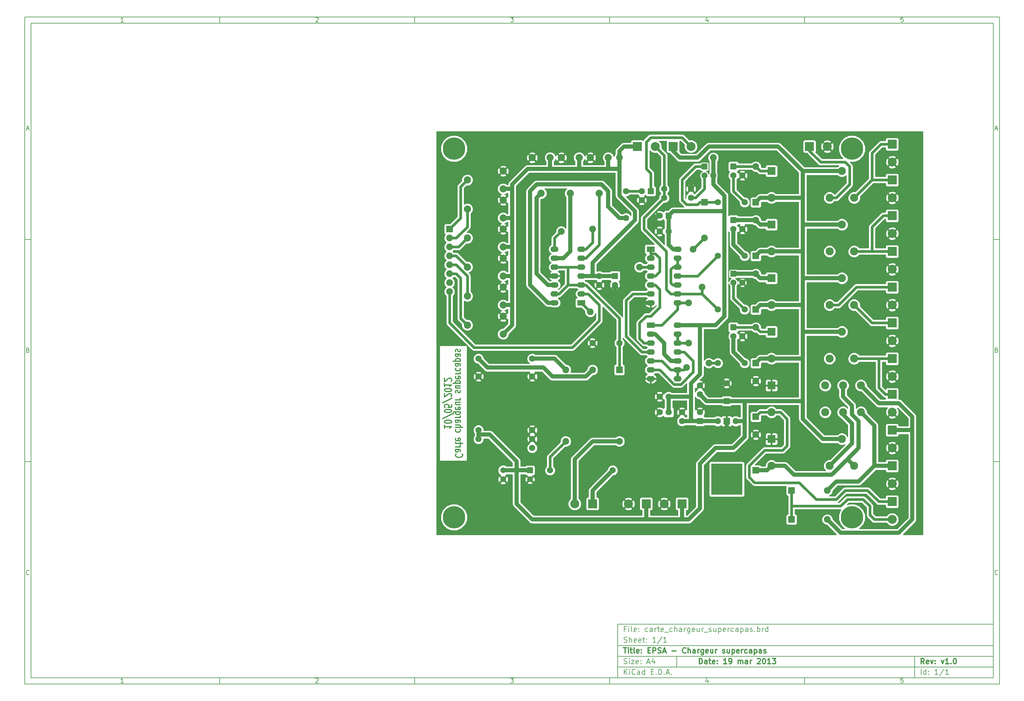
<source format=gbl>
G04 (created by PCBNEW-RS274X (2012-01-19 BZR 3256)-stable) date 19/03/2013 15:46:17*
G01*
G70*
G90*
%MOIN*%
G04 Gerber Fmt 3.4, Leading zero omitted, Abs format*
%FSLAX34Y34*%
G04 APERTURE LIST*
%ADD10C,0.006000*%
%ADD11C,0.012000*%
%ADD12C,0.070000*%
%ADD13R,0.070000X0.070000*%
%ADD14C,0.080000*%
%ADD15R,0.090000X0.090000*%
%ADD16C,0.090000*%
%ADD17C,0.075000*%
%ADD18R,0.075000X0.075000*%
%ADD19R,0.090000X0.062000*%
%ADD20O,0.090000X0.062000*%
%ADD21C,0.065000*%
%ADD22C,0.250000*%
%ADD23R,0.350000X0.350000*%
%ADD24R,0.100000X0.100000*%
%ADD25C,0.100000*%
%ADD26C,0.045000*%
%ADD27C,0.030000*%
%ADD28C,0.010000*%
G04 APERTURE END LIST*
G54D10*
X04000Y-04000D02*
X113000Y-04000D01*
X113000Y-78670D01*
X04000Y-78670D01*
X04000Y-04000D01*
X04700Y-04700D02*
X112300Y-04700D01*
X112300Y-77970D01*
X04700Y-77970D01*
X04700Y-04700D01*
X25800Y-04000D02*
X25800Y-04700D01*
X15043Y-04552D02*
X14757Y-04552D01*
X14900Y-04552D02*
X14900Y-04052D01*
X14852Y-04124D01*
X14805Y-04171D01*
X14757Y-04195D01*
X25800Y-78670D02*
X25800Y-77970D01*
X15043Y-78522D02*
X14757Y-78522D01*
X14900Y-78522D02*
X14900Y-78022D01*
X14852Y-78094D01*
X14805Y-78141D01*
X14757Y-78165D01*
X47600Y-04000D02*
X47600Y-04700D01*
X36557Y-04100D02*
X36581Y-04076D01*
X36629Y-04052D01*
X36748Y-04052D01*
X36795Y-04076D01*
X36819Y-04100D01*
X36843Y-04148D01*
X36843Y-04195D01*
X36819Y-04267D01*
X36533Y-04552D01*
X36843Y-04552D01*
X47600Y-78670D02*
X47600Y-77970D01*
X36557Y-78070D02*
X36581Y-78046D01*
X36629Y-78022D01*
X36748Y-78022D01*
X36795Y-78046D01*
X36819Y-78070D01*
X36843Y-78118D01*
X36843Y-78165D01*
X36819Y-78237D01*
X36533Y-78522D01*
X36843Y-78522D01*
X69400Y-04000D02*
X69400Y-04700D01*
X58333Y-04052D02*
X58643Y-04052D01*
X58476Y-04243D01*
X58548Y-04243D01*
X58595Y-04267D01*
X58619Y-04290D01*
X58643Y-04338D01*
X58643Y-04457D01*
X58619Y-04505D01*
X58595Y-04529D01*
X58548Y-04552D01*
X58405Y-04552D01*
X58357Y-04529D01*
X58333Y-04505D01*
X69400Y-78670D02*
X69400Y-77970D01*
X58333Y-78022D02*
X58643Y-78022D01*
X58476Y-78213D01*
X58548Y-78213D01*
X58595Y-78237D01*
X58619Y-78260D01*
X58643Y-78308D01*
X58643Y-78427D01*
X58619Y-78475D01*
X58595Y-78499D01*
X58548Y-78522D01*
X58405Y-78522D01*
X58357Y-78499D01*
X58333Y-78475D01*
X91200Y-04000D02*
X91200Y-04700D01*
X80395Y-04219D02*
X80395Y-04552D01*
X80276Y-04029D02*
X80157Y-04386D01*
X80467Y-04386D01*
X91200Y-78670D02*
X91200Y-77970D01*
X80395Y-78189D02*
X80395Y-78522D01*
X80276Y-77999D02*
X80157Y-78356D01*
X80467Y-78356D01*
X102219Y-04052D02*
X101981Y-04052D01*
X101957Y-04290D01*
X101981Y-04267D01*
X102029Y-04243D01*
X102148Y-04243D01*
X102195Y-04267D01*
X102219Y-04290D01*
X102243Y-04338D01*
X102243Y-04457D01*
X102219Y-04505D01*
X102195Y-04529D01*
X102148Y-04552D01*
X102029Y-04552D01*
X101981Y-04529D01*
X101957Y-04505D01*
X102219Y-78022D02*
X101981Y-78022D01*
X101957Y-78260D01*
X101981Y-78237D01*
X102029Y-78213D01*
X102148Y-78213D01*
X102195Y-78237D01*
X102219Y-78260D01*
X102243Y-78308D01*
X102243Y-78427D01*
X102219Y-78475D01*
X102195Y-78499D01*
X102148Y-78522D01*
X102029Y-78522D01*
X101981Y-78499D01*
X101957Y-78475D01*
X04000Y-28890D02*
X04700Y-28890D01*
X04231Y-16510D02*
X04469Y-16510D01*
X04184Y-16652D02*
X04350Y-16152D01*
X04517Y-16652D01*
X113000Y-28890D02*
X112300Y-28890D01*
X112531Y-16510D02*
X112769Y-16510D01*
X112484Y-16652D02*
X112650Y-16152D01*
X112817Y-16652D01*
X04000Y-53780D02*
X04700Y-53780D01*
X04386Y-41280D02*
X04457Y-41304D01*
X04481Y-41328D01*
X04505Y-41376D01*
X04505Y-41447D01*
X04481Y-41495D01*
X04457Y-41519D01*
X04410Y-41542D01*
X04219Y-41542D01*
X04219Y-41042D01*
X04386Y-41042D01*
X04433Y-41066D01*
X04457Y-41090D01*
X04481Y-41138D01*
X04481Y-41185D01*
X04457Y-41233D01*
X04433Y-41257D01*
X04386Y-41280D01*
X04219Y-41280D01*
X113000Y-53780D02*
X112300Y-53780D01*
X112686Y-41280D02*
X112757Y-41304D01*
X112781Y-41328D01*
X112805Y-41376D01*
X112805Y-41447D01*
X112781Y-41495D01*
X112757Y-41519D01*
X112710Y-41542D01*
X112519Y-41542D01*
X112519Y-41042D01*
X112686Y-41042D01*
X112733Y-41066D01*
X112757Y-41090D01*
X112781Y-41138D01*
X112781Y-41185D01*
X112757Y-41233D01*
X112733Y-41257D01*
X112686Y-41280D01*
X112519Y-41280D01*
X04505Y-66385D02*
X04481Y-66409D01*
X04410Y-66432D01*
X04362Y-66432D01*
X04290Y-66409D01*
X04243Y-66361D01*
X04219Y-66313D01*
X04195Y-66218D01*
X04195Y-66147D01*
X04219Y-66051D01*
X04243Y-66004D01*
X04290Y-65956D01*
X04362Y-65932D01*
X04410Y-65932D01*
X04481Y-65956D01*
X04505Y-65980D01*
X112805Y-66385D02*
X112781Y-66409D01*
X112710Y-66432D01*
X112662Y-66432D01*
X112590Y-66409D01*
X112543Y-66361D01*
X112519Y-66313D01*
X112495Y-66218D01*
X112495Y-66147D01*
X112519Y-66051D01*
X112543Y-66004D01*
X112590Y-65956D01*
X112662Y-65932D01*
X112710Y-65932D01*
X112781Y-65956D01*
X112805Y-65980D01*
G54D11*
X79443Y-76413D02*
X79443Y-75813D01*
X79586Y-75813D01*
X79671Y-75841D01*
X79729Y-75899D01*
X79757Y-75956D01*
X79786Y-76070D01*
X79786Y-76156D01*
X79757Y-76270D01*
X79729Y-76327D01*
X79671Y-76384D01*
X79586Y-76413D01*
X79443Y-76413D01*
X80300Y-76413D02*
X80300Y-76099D01*
X80271Y-76041D01*
X80214Y-76013D01*
X80100Y-76013D01*
X80043Y-76041D01*
X80300Y-76384D02*
X80243Y-76413D01*
X80100Y-76413D01*
X80043Y-76384D01*
X80014Y-76327D01*
X80014Y-76270D01*
X80043Y-76213D01*
X80100Y-76184D01*
X80243Y-76184D01*
X80300Y-76156D01*
X80500Y-76013D02*
X80729Y-76013D01*
X80586Y-75813D02*
X80586Y-76327D01*
X80614Y-76384D01*
X80672Y-76413D01*
X80729Y-76413D01*
X81157Y-76384D02*
X81100Y-76413D01*
X80986Y-76413D01*
X80929Y-76384D01*
X80900Y-76327D01*
X80900Y-76099D01*
X80929Y-76041D01*
X80986Y-76013D01*
X81100Y-76013D01*
X81157Y-76041D01*
X81186Y-76099D01*
X81186Y-76156D01*
X80900Y-76213D01*
X81443Y-76356D02*
X81471Y-76384D01*
X81443Y-76413D01*
X81414Y-76384D01*
X81443Y-76356D01*
X81443Y-76413D01*
X81443Y-76041D02*
X81471Y-76070D01*
X81443Y-76099D01*
X81414Y-76070D01*
X81443Y-76041D01*
X81443Y-76099D01*
X82500Y-76413D02*
X82157Y-76413D01*
X82329Y-76413D02*
X82329Y-75813D01*
X82272Y-75899D01*
X82214Y-75956D01*
X82157Y-75984D01*
X82785Y-76413D02*
X82900Y-76413D01*
X82957Y-76384D01*
X82985Y-76356D01*
X83043Y-76270D01*
X83071Y-76156D01*
X83071Y-75927D01*
X83043Y-75870D01*
X83014Y-75841D01*
X82957Y-75813D01*
X82843Y-75813D01*
X82785Y-75841D01*
X82757Y-75870D01*
X82728Y-75927D01*
X82728Y-76070D01*
X82757Y-76127D01*
X82785Y-76156D01*
X82843Y-76184D01*
X82957Y-76184D01*
X83014Y-76156D01*
X83043Y-76127D01*
X83071Y-76070D01*
X83785Y-76413D02*
X83785Y-76013D01*
X83785Y-76070D02*
X83813Y-76041D01*
X83871Y-76013D01*
X83956Y-76013D01*
X84013Y-76041D01*
X84042Y-76099D01*
X84042Y-76413D01*
X84042Y-76099D02*
X84071Y-76041D01*
X84128Y-76013D01*
X84213Y-76013D01*
X84271Y-76041D01*
X84299Y-76099D01*
X84299Y-76413D01*
X84842Y-76413D02*
X84842Y-76099D01*
X84813Y-76041D01*
X84756Y-76013D01*
X84642Y-76013D01*
X84585Y-76041D01*
X84842Y-76384D02*
X84785Y-76413D01*
X84642Y-76413D01*
X84585Y-76384D01*
X84556Y-76327D01*
X84556Y-76270D01*
X84585Y-76213D01*
X84642Y-76184D01*
X84785Y-76184D01*
X84842Y-76156D01*
X85128Y-76413D02*
X85128Y-76013D01*
X85128Y-76127D02*
X85156Y-76070D01*
X85185Y-76041D01*
X85242Y-76013D01*
X85299Y-76013D01*
X85927Y-75870D02*
X85956Y-75841D01*
X86013Y-75813D01*
X86156Y-75813D01*
X86213Y-75841D01*
X86242Y-75870D01*
X86270Y-75927D01*
X86270Y-75984D01*
X86242Y-76070D01*
X85899Y-76413D01*
X86270Y-76413D01*
X86641Y-75813D02*
X86698Y-75813D01*
X86755Y-75841D01*
X86784Y-75870D01*
X86813Y-75927D01*
X86841Y-76041D01*
X86841Y-76184D01*
X86813Y-76299D01*
X86784Y-76356D01*
X86755Y-76384D01*
X86698Y-76413D01*
X86641Y-76413D01*
X86584Y-76384D01*
X86555Y-76356D01*
X86527Y-76299D01*
X86498Y-76184D01*
X86498Y-76041D01*
X86527Y-75927D01*
X86555Y-75870D01*
X86584Y-75841D01*
X86641Y-75813D01*
X87412Y-76413D02*
X87069Y-76413D01*
X87241Y-76413D02*
X87241Y-75813D01*
X87184Y-75899D01*
X87126Y-75956D01*
X87069Y-75984D01*
X87612Y-75813D02*
X87983Y-75813D01*
X87783Y-76041D01*
X87869Y-76041D01*
X87926Y-76070D01*
X87955Y-76099D01*
X87983Y-76156D01*
X87983Y-76299D01*
X87955Y-76356D01*
X87926Y-76384D01*
X87869Y-76413D01*
X87697Y-76413D01*
X87640Y-76384D01*
X87612Y-76356D01*
G54D10*
X71043Y-77613D02*
X71043Y-77013D01*
X71386Y-77613D02*
X71129Y-77270D01*
X71386Y-77013D02*
X71043Y-77356D01*
X71643Y-77613D02*
X71643Y-77213D01*
X71643Y-77013D02*
X71614Y-77041D01*
X71643Y-77070D01*
X71671Y-77041D01*
X71643Y-77013D01*
X71643Y-77070D01*
X72272Y-77556D02*
X72243Y-77584D01*
X72157Y-77613D01*
X72100Y-77613D01*
X72015Y-77584D01*
X71957Y-77527D01*
X71929Y-77470D01*
X71900Y-77356D01*
X71900Y-77270D01*
X71929Y-77156D01*
X71957Y-77099D01*
X72015Y-77041D01*
X72100Y-77013D01*
X72157Y-77013D01*
X72243Y-77041D01*
X72272Y-77070D01*
X72786Y-77613D02*
X72786Y-77299D01*
X72757Y-77241D01*
X72700Y-77213D01*
X72586Y-77213D01*
X72529Y-77241D01*
X72786Y-77584D02*
X72729Y-77613D01*
X72586Y-77613D01*
X72529Y-77584D01*
X72500Y-77527D01*
X72500Y-77470D01*
X72529Y-77413D01*
X72586Y-77384D01*
X72729Y-77384D01*
X72786Y-77356D01*
X73329Y-77613D02*
X73329Y-77013D01*
X73329Y-77584D02*
X73272Y-77613D01*
X73158Y-77613D01*
X73100Y-77584D01*
X73072Y-77556D01*
X73043Y-77499D01*
X73043Y-77327D01*
X73072Y-77270D01*
X73100Y-77241D01*
X73158Y-77213D01*
X73272Y-77213D01*
X73329Y-77241D01*
X74072Y-77299D02*
X74272Y-77299D01*
X74358Y-77613D02*
X74072Y-77613D01*
X74072Y-77013D01*
X74358Y-77013D01*
X74615Y-77556D02*
X74643Y-77584D01*
X74615Y-77613D01*
X74586Y-77584D01*
X74615Y-77556D01*
X74615Y-77613D01*
X74901Y-77613D02*
X74901Y-77013D01*
X75044Y-77013D01*
X75129Y-77041D01*
X75187Y-77099D01*
X75215Y-77156D01*
X75244Y-77270D01*
X75244Y-77356D01*
X75215Y-77470D01*
X75187Y-77527D01*
X75129Y-77584D01*
X75044Y-77613D01*
X74901Y-77613D01*
X75501Y-77556D02*
X75529Y-77584D01*
X75501Y-77613D01*
X75472Y-77584D01*
X75501Y-77556D01*
X75501Y-77613D01*
X75758Y-77441D02*
X76044Y-77441D01*
X75701Y-77613D02*
X75901Y-77013D01*
X76101Y-77613D01*
X76301Y-77556D02*
X76329Y-77584D01*
X76301Y-77613D01*
X76272Y-77584D01*
X76301Y-77556D01*
X76301Y-77613D01*
G54D11*
X104586Y-76413D02*
X104386Y-76127D01*
X104243Y-76413D02*
X104243Y-75813D01*
X104471Y-75813D01*
X104529Y-75841D01*
X104557Y-75870D01*
X104586Y-75927D01*
X104586Y-76013D01*
X104557Y-76070D01*
X104529Y-76099D01*
X104471Y-76127D01*
X104243Y-76127D01*
X105071Y-76384D02*
X105014Y-76413D01*
X104900Y-76413D01*
X104843Y-76384D01*
X104814Y-76327D01*
X104814Y-76099D01*
X104843Y-76041D01*
X104900Y-76013D01*
X105014Y-76013D01*
X105071Y-76041D01*
X105100Y-76099D01*
X105100Y-76156D01*
X104814Y-76213D01*
X105300Y-76013D02*
X105443Y-76413D01*
X105585Y-76013D01*
X105814Y-76356D02*
X105842Y-76384D01*
X105814Y-76413D01*
X105785Y-76384D01*
X105814Y-76356D01*
X105814Y-76413D01*
X105814Y-76041D02*
X105842Y-76070D01*
X105814Y-76099D01*
X105785Y-76070D01*
X105814Y-76041D01*
X105814Y-76099D01*
X106500Y-76013D02*
X106643Y-76413D01*
X106785Y-76013D01*
X107328Y-76413D02*
X106985Y-76413D01*
X107157Y-76413D02*
X107157Y-75813D01*
X107100Y-75899D01*
X107042Y-75956D01*
X106985Y-75984D01*
X107585Y-76356D02*
X107613Y-76384D01*
X107585Y-76413D01*
X107556Y-76384D01*
X107585Y-76356D01*
X107585Y-76413D01*
X107985Y-75813D02*
X108042Y-75813D01*
X108099Y-75841D01*
X108128Y-75870D01*
X108157Y-75927D01*
X108185Y-76041D01*
X108185Y-76184D01*
X108157Y-76299D01*
X108128Y-76356D01*
X108099Y-76384D01*
X108042Y-76413D01*
X107985Y-76413D01*
X107928Y-76384D01*
X107899Y-76356D01*
X107871Y-76299D01*
X107842Y-76184D01*
X107842Y-76041D01*
X107871Y-75927D01*
X107899Y-75870D01*
X107928Y-75841D01*
X107985Y-75813D01*
G54D10*
X71014Y-76384D02*
X71100Y-76413D01*
X71243Y-76413D01*
X71300Y-76384D01*
X71329Y-76356D01*
X71357Y-76299D01*
X71357Y-76241D01*
X71329Y-76184D01*
X71300Y-76156D01*
X71243Y-76127D01*
X71129Y-76099D01*
X71071Y-76070D01*
X71043Y-76041D01*
X71014Y-75984D01*
X71014Y-75927D01*
X71043Y-75870D01*
X71071Y-75841D01*
X71129Y-75813D01*
X71271Y-75813D01*
X71357Y-75841D01*
X71614Y-76413D02*
X71614Y-76013D01*
X71614Y-75813D02*
X71585Y-75841D01*
X71614Y-75870D01*
X71642Y-75841D01*
X71614Y-75813D01*
X71614Y-75870D01*
X71843Y-76013D02*
X72157Y-76013D01*
X71843Y-76413D01*
X72157Y-76413D01*
X72614Y-76384D02*
X72557Y-76413D01*
X72443Y-76413D01*
X72386Y-76384D01*
X72357Y-76327D01*
X72357Y-76099D01*
X72386Y-76041D01*
X72443Y-76013D01*
X72557Y-76013D01*
X72614Y-76041D01*
X72643Y-76099D01*
X72643Y-76156D01*
X72357Y-76213D01*
X72900Y-76356D02*
X72928Y-76384D01*
X72900Y-76413D01*
X72871Y-76384D01*
X72900Y-76356D01*
X72900Y-76413D01*
X72900Y-76041D02*
X72928Y-76070D01*
X72900Y-76099D01*
X72871Y-76070D01*
X72900Y-76041D01*
X72900Y-76099D01*
X73614Y-76241D02*
X73900Y-76241D01*
X73557Y-76413D02*
X73757Y-75813D01*
X73957Y-76413D01*
X74414Y-76013D02*
X74414Y-76413D01*
X74271Y-75784D02*
X74128Y-76213D01*
X74500Y-76213D01*
X104243Y-77613D02*
X104243Y-77013D01*
X104786Y-77613D02*
X104786Y-77013D01*
X104786Y-77584D02*
X104729Y-77613D01*
X104615Y-77613D01*
X104557Y-77584D01*
X104529Y-77556D01*
X104500Y-77499D01*
X104500Y-77327D01*
X104529Y-77270D01*
X104557Y-77241D01*
X104615Y-77213D01*
X104729Y-77213D01*
X104786Y-77241D01*
X105072Y-77556D02*
X105100Y-77584D01*
X105072Y-77613D01*
X105043Y-77584D01*
X105072Y-77556D01*
X105072Y-77613D01*
X105072Y-77241D02*
X105100Y-77270D01*
X105072Y-77299D01*
X105043Y-77270D01*
X105072Y-77241D01*
X105072Y-77299D01*
X106129Y-77613D02*
X105786Y-77613D01*
X105958Y-77613D02*
X105958Y-77013D01*
X105901Y-77099D01*
X105843Y-77156D01*
X105786Y-77184D01*
X106814Y-76984D02*
X106300Y-77756D01*
X107329Y-77613D02*
X106986Y-77613D01*
X107158Y-77613D02*
X107158Y-77013D01*
X107101Y-77099D01*
X107043Y-77156D01*
X106986Y-77184D01*
G54D11*
X70957Y-74613D02*
X71300Y-74613D01*
X71129Y-75213D02*
X71129Y-74613D01*
X71500Y-75213D02*
X71500Y-74813D01*
X71500Y-74613D02*
X71471Y-74641D01*
X71500Y-74670D01*
X71528Y-74641D01*
X71500Y-74613D01*
X71500Y-74670D01*
X71700Y-74813D02*
X71929Y-74813D01*
X71786Y-74613D02*
X71786Y-75127D01*
X71814Y-75184D01*
X71872Y-75213D01*
X71929Y-75213D01*
X72215Y-75213D02*
X72157Y-75184D01*
X72129Y-75127D01*
X72129Y-74613D01*
X72671Y-75184D02*
X72614Y-75213D01*
X72500Y-75213D01*
X72443Y-75184D01*
X72414Y-75127D01*
X72414Y-74899D01*
X72443Y-74841D01*
X72500Y-74813D01*
X72614Y-74813D01*
X72671Y-74841D01*
X72700Y-74899D01*
X72700Y-74956D01*
X72414Y-75013D01*
X72957Y-75156D02*
X72985Y-75184D01*
X72957Y-75213D01*
X72928Y-75184D01*
X72957Y-75156D01*
X72957Y-75213D01*
X72957Y-74841D02*
X72985Y-74870D01*
X72957Y-74899D01*
X72928Y-74870D01*
X72957Y-74841D01*
X72957Y-74899D01*
X73700Y-74899D02*
X73900Y-74899D01*
X73986Y-75213D02*
X73700Y-75213D01*
X73700Y-74613D01*
X73986Y-74613D01*
X74243Y-75213D02*
X74243Y-74613D01*
X74471Y-74613D01*
X74529Y-74641D01*
X74557Y-74670D01*
X74586Y-74727D01*
X74586Y-74813D01*
X74557Y-74870D01*
X74529Y-74899D01*
X74471Y-74927D01*
X74243Y-74927D01*
X74814Y-75184D02*
X74900Y-75213D01*
X75043Y-75213D01*
X75100Y-75184D01*
X75129Y-75156D01*
X75157Y-75099D01*
X75157Y-75041D01*
X75129Y-74984D01*
X75100Y-74956D01*
X75043Y-74927D01*
X74929Y-74899D01*
X74871Y-74870D01*
X74843Y-74841D01*
X74814Y-74784D01*
X74814Y-74727D01*
X74843Y-74670D01*
X74871Y-74641D01*
X74929Y-74613D01*
X75071Y-74613D01*
X75157Y-74641D01*
X75385Y-75041D02*
X75671Y-75041D01*
X75328Y-75213D02*
X75528Y-74613D01*
X75728Y-75213D01*
X76385Y-74984D02*
X76842Y-74984D01*
X77928Y-75156D02*
X77899Y-75184D01*
X77813Y-75213D01*
X77756Y-75213D01*
X77671Y-75184D01*
X77613Y-75127D01*
X77585Y-75070D01*
X77556Y-74956D01*
X77556Y-74870D01*
X77585Y-74756D01*
X77613Y-74699D01*
X77671Y-74641D01*
X77756Y-74613D01*
X77813Y-74613D01*
X77899Y-74641D01*
X77928Y-74670D01*
X78185Y-75213D02*
X78185Y-74613D01*
X78442Y-75213D02*
X78442Y-74899D01*
X78413Y-74841D01*
X78356Y-74813D01*
X78271Y-74813D01*
X78213Y-74841D01*
X78185Y-74870D01*
X78985Y-75213D02*
X78985Y-74899D01*
X78956Y-74841D01*
X78899Y-74813D01*
X78785Y-74813D01*
X78728Y-74841D01*
X78985Y-75184D02*
X78928Y-75213D01*
X78785Y-75213D01*
X78728Y-75184D01*
X78699Y-75127D01*
X78699Y-75070D01*
X78728Y-75013D01*
X78785Y-74984D01*
X78928Y-74984D01*
X78985Y-74956D01*
X79271Y-75213D02*
X79271Y-74813D01*
X79271Y-74927D02*
X79299Y-74870D01*
X79328Y-74841D01*
X79385Y-74813D01*
X79442Y-74813D01*
X79899Y-74813D02*
X79899Y-75299D01*
X79870Y-75356D01*
X79842Y-75384D01*
X79785Y-75413D01*
X79699Y-75413D01*
X79642Y-75384D01*
X79899Y-75184D02*
X79842Y-75213D01*
X79728Y-75213D01*
X79670Y-75184D01*
X79642Y-75156D01*
X79613Y-75099D01*
X79613Y-74927D01*
X79642Y-74870D01*
X79670Y-74841D01*
X79728Y-74813D01*
X79842Y-74813D01*
X79899Y-74841D01*
X80413Y-75184D02*
X80356Y-75213D01*
X80242Y-75213D01*
X80185Y-75184D01*
X80156Y-75127D01*
X80156Y-74899D01*
X80185Y-74841D01*
X80242Y-74813D01*
X80356Y-74813D01*
X80413Y-74841D01*
X80442Y-74899D01*
X80442Y-74956D01*
X80156Y-75013D01*
X80956Y-74813D02*
X80956Y-75213D01*
X80699Y-74813D02*
X80699Y-75127D01*
X80727Y-75184D01*
X80785Y-75213D01*
X80870Y-75213D01*
X80927Y-75184D01*
X80956Y-75156D01*
X81242Y-75213D02*
X81242Y-74813D01*
X81242Y-74927D02*
X81270Y-74870D01*
X81299Y-74841D01*
X81356Y-74813D01*
X81413Y-74813D01*
X82041Y-75184D02*
X82098Y-75213D01*
X82213Y-75213D01*
X82270Y-75184D01*
X82298Y-75127D01*
X82298Y-75099D01*
X82270Y-75041D01*
X82213Y-75013D01*
X82127Y-75013D01*
X82070Y-74984D01*
X82041Y-74927D01*
X82041Y-74899D01*
X82070Y-74841D01*
X82127Y-74813D01*
X82213Y-74813D01*
X82270Y-74841D01*
X82813Y-74813D02*
X82813Y-75213D01*
X82556Y-74813D02*
X82556Y-75127D01*
X82584Y-75184D01*
X82642Y-75213D01*
X82727Y-75213D01*
X82784Y-75184D01*
X82813Y-75156D01*
X83099Y-74813D02*
X83099Y-75413D01*
X83099Y-74841D02*
X83156Y-74813D01*
X83270Y-74813D01*
X83327Y-74841D01*
X83356Y-74870D01*
X83385Y-74927D01*
X83385Y-75099D01*
X83356Y-75156D01*
X83327Y-75184D01*
X83270Y-75213D01*
X83156Y-75213D01*
X83099Y-75184D01*
X83870Y-75184D02*
X83813Y-75213D01*
X83699Y-75213D01*
X83642Y-75184D01*
X83613Y-75127D01*
X83613Y-74899D01*
X83642Y-74841D01*
X83699Y-74813D01*
X83813Y-74813D01*
X83870Y-74841D01*
X83899Y-74899D01*
X83899Y-74956D01*
X83613Y-75013D01*
X84156Y-75213D02*
X84156Y-74813D01*
X84156Y-74927D02*
X84184Y-74870D01*
X84213Y-74841D01*
X84270Y-74813D01*
X84327Y-74813D01*
X84784Y-75184D02*
X84727Y-75213D01*
X84613Y-75213D01*
X84555Y-75184D01*
X84527Y-75156D01*
X84498Y-75099D01*
X84498Y-74927D01*
X84527Y-74870D01*
X84555Y-74841D01*
X84613Y-74813D01*
X84727Y-74813D01*
X84784Y-74841D01*
X85298Y-75213D02*
X85298Y-74899D01*
X85269Y-74841D01*
X85212Y-74813D01*
X85098Y-74813D01*
X85041Y-74841D01*
X85298Y-75184D02*
X85241Y-75213D01*
X85098Y-75213D01*
X85041Y-75184D01*
X85012Y-75127D01*
X85012Y-75070D01*
X85041Y-75013D01*
X85098Y-74984D01*
X85241Y-74984D01*
X85298Y-74956D01*
X85584Y-74813D02*
X85584Y-75413D01*
X85584Y-74841D02*
X85641Y-74813D01*
X85755Y-74813D01*
X85812Y-74841D01*
X85841Y-74870D01*
X85870Y-74927D01*
X85870Y-75099D01*
X85841Y-75156D01*
X85812Y-75184D01*
X85755Y-75213D01*
X85641Y-75213D01*
X85584Y-75184D01*
X86384Y-75213D02*
X86384Y-74899D01*
X86355Y-74841D01*
X86298Y-74813D01*
X86184Y-74813D01*
X86127Y-74841D01*
X86384Y-75184D02*
X86327Y-75213D01*
X86184Y-75213D01*
X86127Y-75184D01*
X86098Y-75127D01*
X86098Y-75070D01*
X86127Y-75013D01*
X86184Y-74984D01*
X86327Y-74984D01*
X86384Y-74956D01*
X86641Y-75184D02*
X86698Y-75213D01*
X86813Y-75213D01*
X86870Y-75184D01*
X86898Y-75127D01*
X86898Y-75099D01*
X86870Y-75041D01*
X86813Y-75013D01*
X86727Y-75013D01*
X86670Y-74984D01*
X86641Y-74927D01*
X86641Y-74899D01*
X86670Y-74841D01*
X86727Y-74813D01*
X86813Y-74813D01*
X86870Y-74841D01*
G54D10*
X71243Y-72499D02*
X71043Y-72499D01*
X71043Y-72813D02*
X71043Y-72213D01*
X71329Y-72213D01*
X71557Y-72813D02*
X71557Y-72413D01*
X71557Y-72213D02*
X71528Y-72241D01*
X71557Y-72270D01*
X71585Y-72241D01*
X71557Y-72213D01*
X71557Y-72270D01*
X71929Y-72813D02*
X71871Y-72784D01*
X71843Y-72727D01*
X71843Y-72213D01*
X72385Y-72784D02*
X72328Y-72813D01*
X72214Y-72813D01*
X72157Y-72784D01*
X72128Y-72727D01*
X72128Y-72499D01*
X72157Y-72441D01*
X72214Y-72413D01*
X72328Y-72413D01*
X72385Y-72441D01*
X72414Y-72499D01*
X72414Y-72556D01*
X72128Y-72613D01*
X72671Y-72756D02*
X72699Y-72784D01*
X72671Y-72813D01*
X72642Y-72784D01*
X72671Y-72756D01*
X72671Y-72813D01*
X72671Y-72441D02*
X72699Y-72470D01*
X72671Y-72499D01*
X72642Y-72470D01*
X72671Y-72441D01*
X72671Y-72499D01*
X73671Y-72784D02*
X73614Y-72813D01*
X73500Y-72813D01*
X73442Y-72784D01*
X73414Y-72756D01*
X73385Y-72699D01*
X73385Y-72527D01*
X73414Y-72470D01*
X73442Y-72441D01*
X73500Y-72413D01*
X73614Y-72413D01*
X73671Y-72441D01*
X74185Y-72813D02*
X74185Y-72499D01*
X74156Y-72441D01*
X74099Y-72413D01*
X73985Y-72413D01*
X73928Y-72441D01*
X74185Y-72784D02*
X74128Y-72813D01*
X73985Y-72813D01*
X73928Y-72784D01*
X73899Y-72727D01*
X73899Y-72670D01*
X73928Y-72613D01*
X73985Y-72584D01*
X74128Y-72584D01*
X74185Y-72556D01*
X74471Y-72813D02*
X74471Y-72413D01*
X74471Y-72527D02*
X74499Y-72470D01*
X74528Y-72441D01*
X74585Y-72413D01*
X74642Y-72413D01*
X74756Y-72413D02*
X74985Y-72413D01*
X74842Y-72213D02*
X74842Y-72727D01*
X74870Y-72784D01*
X74928Y-72813D01*
X74985Y-72813D01*
X75413Y-72784D02*
X75356Y-72813D01*
X75242Y-72813D01*
X75185Y-72784D01*
X75156Y-72727D01*
X75156Y-72499D01*
X75185Y-72441D01*
X75242Y-72413D01*
X75356Y-72413D01*
X75413Y-72441D01*
X75442Y-72499D01*
X75442Y-72556D01*
X75156Y-72613D01*
X75556Y-72870D02*
X76013Y-72870D01*
X76413Y-72784D02*
X76356Y-72813D01*
X76242Y-72813D01*
X76184Y-72784D01*
X76156Y-72756D01*
X76127Y-72699D01*
X76127Y-72527D01*
X76156Y-72470D01*
X76184Y-72441D01*
X76242Y-72413D01*
X76356Y-72413D01*
X76413Y-72441D01*
X76670Y-72813D02*
X76670Y-72213D01*
X76927Y-72813D02*
X76927Y-72499D01*
X76898Y-72441D01*
X76841Y-72413D01*
X76756Y-72413D01*
X76698Y-72441D01*
X76670Y-72470D01*
X77470Y-72813D02*
X77470Y-72499D01*
X77441Y-72441D01*
X77384Y-72413D01*
X77270Y-72413D01*
X77213Y-72441D01*
X77470Y-72784D02*
X77413Y-72813D01*
X77270Y-72813D01*
X77213Y-72784D01*
X77184Y-72727D01*
X77184Y-72670D01*
X77213Y-72613D01*
X77270Y-72584D01*
X77413Y-72584D01*
X77470Y-72556D01*
X77756Y-72813D02*
X77756Y-72413D01*
X77756Y-72527D02*
X77784Y-72470D01*
X77813Y-72441D01*
X77870Y-72413D01*
X77927Y-72413D01*
X78384Y-72413D02*
X78384Y-72899D01*
X78355Y-72956D01*
X78327Y-72984D01*
X78270Y-73013D01*
X78184Y-73013D01*
X78127Y-72984D01*
X78384Y-72784D02*
X78327Y-72813D01*
X78213Y-72813D01*
X78155Y-72784D01*
X78127Y-72756D01*
X78098Y-72699D01*
X78098Y-72527D01*
X78127Y-72470D01*
X78155Y-72441D01*
X78213Y-72413D01*
X78327Y-72413D01*
X78384Y-72441D01*
X78898Y-72784D02*
X78841Y-72813D01*
X78727Y-72813D01*
X78670Y-72784D01*
X78641Y-72727D01*
X78641Y-72499D01*
X78670Y-72441D01*
X78727Y-72413D01*
X78841Y-72413D01*
X78898Y-72441D01*
X78927Y-72499D01*
X78927Y-72556D01*
X78641Y-72613D01*
X79441Y-72413D02*
X79441Y-72813D01*
X79184Y-72413D02*
X79184Y-72727D01*
X79212Y-72784D01*
X79270Y-72813D01*
X79355Y-72813D01*
X79412Y-72784D01*
X79441Y-72756D01*
X79727Y-72813D02*
X79727Y-72413D01*
X79727Y-72527D02*
X79755Y-72470D01*
X79784Y-72441D01*
X79841Y-72413D01*
X79898Y-72413D01*
X79955Y-72870D02*
X80412Y-72870D01*
X80526Y-72784D02*
X80583Y-72813D01*
X80698Y-72813D01*
X80755Y-72784D01*
X80783Y-72727D01*
X80783Y-72699D01*
X80755Y-72641D01*
X80698Y-72613D01*
X80612Y-72613D01*
X80555Y-72584D01*
X80526Y-72527D01*
X80526Y-72499D01*
X80555Y-72441D01*
X80612Y-72413D01*
X80698Y-72413D01*
X80755Y-72441D01*
X81298Y-72413D02*
X81298Y-72813D01*
X81041Y-72413D02*
X81041Y-72727D01*
X81069Y-72784D01*
X81127Y-72813D01*
X81212Y-72813D01*
X81269Y-72784D01*
X81298Y-72756D01*
X81584Y-72413D02*
X81584Y-73013D01*
X81584Y-72441D02*
X81641Y-72413D01*
X81755Y-72413D01*
X81812Y-72441D01*
X81841Y-72470D01*
X81870Y-72527D01*
X81870Y-72699D01*
X81841Y-72756D01*
X81812Y-72784D01*
X81755Y-72813D01*
X81641Y-72813D01*
X81584Y-72784D01*
X82355Y-72784D02*
X82298Y-72813D01*
X82184Y-72813D01*
X82127Y-72784D01*
X82098Y-72727D01*
X82098Y-72499D01*
X82127Y-72441D01*
X82184Y-72413D01*
X82298Y-72413D01*
X82355Y-72441D01*
X82384Y-72499D01*
X82384Y-72556D01*
X82098Y-72613D01*
X82641Y-72813D02*
X82641Y-72413D01*
X82641Y-72527D02*
X82669Y-72470D01*
X82698Y-72441D01*
X82755Y-72413D01*
X82812Y-72413D01*
X83269Y-72784D02*
X83212Y-72813D01*
X83098Y-72813D01*
X83040Y-72784D01*
X83012Y-72756D01*
X82983Y-72699D01*
X82983Y-72527D01*
X83012Y-72470D01*
X83040Y-72441D01*
X83098Y-72413D01*
X83212Y-72413D01*
X83269Y-72441D01*
X83783Y-72813D02*
X83783Y-72499D01*
X83754Y-72441D01*
X83697Y-72413D01*
X83583Y-72413D01*
X83526Y-72441D01*
X83783Y-72784D02*
X83726Y-72813D01*
X83583Y-72813D01*
X83526Y-72784D01*
X83497Y-72727D01*
X83497Y-72670D01*
X83526Y-72613D01*
X83583Y-72584D01*
X83726Y-72584D01*
X83783Y-72556D01*
X84069Y-72413D02*
X84069Y-73013D01*
X84069Y-72441D02*
X84126Y-72413D01*
X84240Y-72413D01*
X84297Y-72441D01*
X84326Y-72470D01*
X84355Y-72527D01*
X84355Y-72699D01*
X84326Y-72756D01*
X84297Y-72784D01*
X84240Y-72813D01*
X84126Y-72813D01*
X84069Y-72784D01*
X84869Y-72813D02*
X84869Y-72499D01*
X84840Y-72441D01*
X84783Y-72413D01*
X84669Y-72413D01*
X84612Y-72441D01*
X84869Y-72784D02*
X84812Y-72813D01*
X84669Y-72813D01*
X84612Y-72784D01*
X84583Y-72727D01*
X84583Y-72670D01*
X84612Y-72613D01*
X84669Y-72584D01*
X84812Y-72584D01*
X84869Y-72556D01*
X85126Y-72784D02*
X85183Y-72813D01*
X85298Y-72813D01*
X85355Y-72784D01*
X85383Y-72727D01*
X85383Y-72699D01*
X85355Y-72641D01*
X85298Y-72613D01*
X85212Y-72613D01*
X85155Y-72584D01*
X85126Y-72527D01*
X85126Y-72499D01*
X85155Y-72441D01*
X85212Y-72413D01*
X85298Y-72413D01*
X85355Y-72441D01*
X85641Y-72756D02*
X85669Y-72784D01*
X85641Y-72813D01*
X85612Y-72784D01*
X85641Y-72756D01*
X85641Y-72813D01*
X85927Y-72813D02*
X85927Y-72213D01*
X85927Y-72441D02*
X85984Y-72413D01*
X86098Y-72413D01*
X86155Y-72441D01*
X86184Y-72470D01*
X86213Y-72527D01*
X86213Y-72699D01*
X86184Y-72756D01*
X86155Y-72784D01*
X86098Y-72813D01*
X85984Y-72813D01*
X85927Y-72784D01*
X86470Y-72813D02*
X86470Y-72413D01*
X86470Y-72527D02*
X86498Y-72470D01*
X86527Y-72441D01*
X86584Y-72413D01*
X86641Y-72413D01*
X87098Y-72813D02*
X87098Y-72213D01*
X87098Y-72784D02*
X87041Y-72813D01*
X86927Y-72813D01*
X86869Y-72784D01*
X86841Y-72756D01*
X86812Y-72699D01*
X86812Y-72527D01*
X86841Y-72470D01*
X86869Y-72441D01*
X86927Y-72413D01*
X87041Y-72413D01*
X87098Y-72441D01*
X71014Y-73984D02*
X71100Y-74013D01*
X71243Y-74013D01*
X71300Y-73984D01*
X71329Y-73956D01*
X71357Y-73899D01*
X71357Y-73841D01*
X71329Y-73784D01*
X71300Y-73756D01*
X71243Y-73727D01*
X71129Y-73699D01*
X71071Y-73670D01*
X71043Y-73641D01*
X71014Y-73584D01*
X71014Y-73527D01*
X71043Y-73470D01*
X71071Y-73441D01*
X71129Y-73413D01*
X71271Y-73413D01*
X71357Y-73441D01*
X71614Y-74013D02*
X71614Y-73413D01*
X71871Y-74013D02*
X71871Y-73699D01*
X71842Y-73641D01*
X71785Y-73613D01*
X71700Y-73613D01*
X71642Y-73641D01*
X71614Y-73670D01*
X72385Y-73984D02*
X72328Y-74013D01*
X72214Y-74013D01*
X72157Y-73984D01*
X72128Y-73927D01*
X72128Y-73699D01*
X72157Y-73641D01*
X72214Y-73613D01*
X72328Y-73613D01*
X72385Y-73641D01*
X72414Y-73699D01*
X72414Y-73756D01*
X72128Y-73813D01*
X72899Y-73984D02*
X72842Y-74013D01*
X72728Y-74013D01*
X72671Y-73984D01*
X72642Y-73927D01*
X72642Y-73699D01*
X72671Y-73641D01*
X72728Y-73613D01*
X72842Y-73613D01*
X72899Y-73641D01*
X72928Y-73699D01*
X72928Y-73756D01*
X72642Y-73813D01*
X73099Y-73613D02*
X73328Y-73613D01*
X73185Y-73413D02*
X73185Y-73927D01*
X73213Y-73984D01*
X73271Y-74013D01*
X73328Y-74013D01*
X73528Y-73956D02*
X73556Y-73984D01*
X73528Y-74013D01*
X73499Y-73984D01*
X73528Y-73956D01*
X73528Y-74013D01*
X73528Y-73641D02*
X73556Y-73670D01*
X73528Y-73699D01*
X73499Y-73670D01*
X73528Y-73641D01*
X73528Y-73699D01*
X74585Y-74013D02*
X74242Y-74013D01*
X74414Y-74013D02*
X74414Y-73413D01*
X74357Y-73499D01*
X74299Y-73556D01*
X74242Y-73584D01*
X75270Y-73384D02*
X74756Y-74156D01*
X75785Y-74013D02*
X75442Y-74013D01*
X75614Y-74013D02*
X75614Y-73413D01*
X75557Y-73499D01*
X75499Y-73556D01*
X75442Y-73584D01*
X70300Y-71970D02*
X70300Y-77970D01*
X70300Y-71970D02*
X112300Y-71970D01*
X70300Y-71970D02*
X112300Y-71970D01*
X70300Y-74370D02*
X112300Y-74370D01*
X103500Y-75570D02*
X103500Y-77970D01*
X70300Y-76770D02*
X112300Y-76770D01*
X70300Y-75570D02*
X112300Y-75570D01*
X76900Y-75570D02*
X76900Y-76770D01*
G54D11*
X52252Y-52920D02*
X52214Y-52949D01*
X52176Y-53035D01*
X52176Y-53092D01*
X52214Y-53177D01*
X52290Y-53235D01*
X52367Y-53263D01*
X52519Y-53292D01*
X52633Y-53292D01*
X52786Y-53263D01*
X52862Y-53235D01*
X52938Y-53177D01*
X52976Y-53092D01*
X52976Y-53035D01*
X52938Y-52949D01*
X52900Y-52920D01*
X52176Y-52406D02*
X52595Y-52406D01*
X52671Y-52435D01*
X52710Y-52492D01*
X52710Y-52606D01*
X52671Y-52663D01*
X52214Y-52406D02*
X52176Y-52463D01*
X52176Y-52606D01*
X52214Y-52663D01*
X52290Y-52692D01*
X52367Y-52692D01*
X52443Y-52663D01*
X52481Y-52606D01*
X52481Y-52463D01*
X52519Y-52406D01*
X52176Y-52120D02*
X52710Y-52120D01*
X52557Y-52120D02*
X52633Y-52092D01*
X52671Y-52063D01*
X52710Y-52006D01*
X52710Y-51949D01*
X52710Y-51835D02*
X52710Y-51606D01*
X52976Y-51749D02*
X52290Y-51749D01*
X52214Y-51721D01*
X52176Y-51663D01*
X52176Y-51606D01*
X52214Y-51178D02*
X52176Y-51235D01*
X52176Y-51349D01*
X52214Y-51406D01*
X52290Y-51435D01*
X52595Y-51435D01*
X52671Y-51406D01*
X52710Y-51349D01*
X52710Y-51235D01*
X52671Y-51178D01*
X52595Y-51149D01*
X52519Y-51149D01*
X52443Y-51435D01*
X52214Y-50178D02*
X52176Y-50235D01*
X52176Y-50349D01*
X52214Y-50407D01*
X52252Y-50435D01*
X52329Y-50464D01*
X52557Y-50464D01*
X52633Y-50435D01*
X52671Y-50407D01*
X52710Y-50349D01*
X52710Y-50235D01*
X52671Y-50178D01*
X52176Y-49921D02*
X52976Y-49921D01*
X52176Y-49664D02*
X52595Y-49664D01*
X52671Y-49693D01*
X52710Y-49750D01*
X52710Y-49835D01*
X52671Y-49893D01*
X52633Y-49921D01*
X52176Y-49121D02*
X52595Y-49121D01*
X52671Y-49150D01*
X52710Y-49207D01*
X52710Y-49321D01*
X52671Y-49378D01*
X52214Y-49121D02*
X52176Y-49178D01*
X52176Y-49321D01*
X52214Y-49378D01*
X52290Y-49407D01*
X52367Y-49407D01*
X52443Y-49378D01*
X52481Y-49321D01*
X52481Y-49178D01*
X52519Y-49121D01*
X52176Y-48835D02*
X52710Y-48835D01*
X52557Y-48835D02*
X52633Y-48807D01*
X52671Y-48778D01*
X52710Y-48721D01*
X52710Y-48664D01*
X52710Y-48207D02*
X52062Y-48207D01*
X51986Y-48236D01*
X51948Y-48264D01*
X51910Y-48321D01*
X51910Y-48407D01*
X51948Y-48464D01*
X52214Y-48207D02*
X52176Y-48264D01*
X52176Y-48378D01*
X52214Y-48436D01*
X52252Y-48464D01*
X52329Y-48493D01*
X52557Y-48493D01*
X52633Y-48464D01*
X52671Y-48436D01*
X52710Y-48378D01*
X52710Y-48264D01*
X52671Y-48207D01*
X52214Y-47693D02*
X52176Y-47750D01*
X52176Y-47864D01*
X52214Y-47921D01*
X52290Y-47950D01*
X52595Y-47950D01*
X52671Y-47921D01*
X52710Y-47864D01*
X52710Y-47750D01*
X52671Y-47693D01*
X52595Y-47664D01*
X52519Y-47664D01*
X52443Y-47950D01*
X52710Y-47150D02*
X52176Y-47150D01*
X52710Y-47407D02*
X52290Y-47407D01*
X52214Y-47379D01*
X52176Y-47321D01*
X52176Y-47236D01*
X52214Y-47179D01*
X52252Y-47150D01*
X52176Y-46864D02*
X52710Y-46864D01*
X52557Y-46864D02*
X52633Y-46836D01*
X52671Y-46807D01*
X52710Y-46750D01*
X52710Y-46693D01*
X52214Y-46065D02*
X52176Y-46008D01*
X52176Y-45893D01*
X52214Y-45836D01*
X52290Y-45808D01*
X52329Y-45808D01*
X52405Y-45836D01*
X52443Y-45893D01*
X52443Y-45979D01*
X52481Y-46036D01*
X52557Y-46065D01*
X52595Y-46065D01*
X52671Y-46036D01*
X52710Y-45979D01*
X52710Y-45893D01*
X52671Y-45836D01*
X52710Y-45293D02*
X52176Y-45293D01*
X52710Y-45550D02*
X52290Y-45550D01*
X52214Y-45522D01*
X52176Y-45464D01*
X52176Y-45379D01*
X52214Y-45322D01*
X52252Y-45293D01*
X52710Y-45007D02*
X51910Y-45007D01*
X52671Y-45007D02*
X52710Y-44950D01*
X52710Y-44836D01*
X52671Y-44779D01*
X52633Y-44750D01*
X52557Y-44721D01*
X52329Y-44721D01*
X52252Y-44750D01*
X52214Y-44779D01*
X52176Y-44836D01*
X52176Y-44950D01*
X52214Y-45007D01*
X52214Y-44236D02*
X52176Y-44293D01*
X52176Y-44407D01*
X52214Y-44464D01*
X52290Y-44493D01*
X52595Y-44493D01*
X52671Y-44464D01*
X52710Y-44407D01*
X52710Y-44293D01*
X52671Y-44236D01*
X52595Y-44207D01*
X52519Y-44207D01*
X52443Y-44493D01*
X52176Y-43950D02*
X52710Y-43950D01*
X52557Y-43950D02*
X52633Y-43922D01*
X52671Y-43893D01*
X52710Y-43836D01*
X52710Y-43779D01*
X52214Y-43322D02*
X52176Y-43379D01*
X52176Y-43493D01*
X52214Y-43551D01*
X52252Y-43579D01*
X52329Y-43608D01*
X52557Y-43608D01*
X52633Y-43579D01*
X52671Y-43551D01*
X52710Y-43493D01*
X52710Y-43379D01*
X52671Y-43322D01*
X52176Y-42808D02*
X52595Y-42808D01*
X52671Y-42837D01*
X52710Y-42894D01*
X52710Y-43008D01*
X52671Y-43065D01*
X52214Y-42808D02*
X52176Y-42865D01*
X52176Y-43008D01*
X52214Y-43065D01*
X52290Y-43094D01*
X52367Y-43094D01*
X52443Y-43065D01*
X52481Y-43008D01*
X52481Y-42865D01*
X52519Y-42808D01*
X52710Y-42522D02*
X51910Y-42522D01*
X52671Y-42522D02*
X52710Y-42465D01*
X52710Y-42351D01*
X52671Y-42294D01*
X52633Y-42265D01*
X52557Y-42236D01*
X52329Y-42236D01*
X52252Y-42265D01*
X52214Y-42294D01*
X52176Y-42351D01*
X52176Y-42465D01*
X52214Y-42522D01*
X52176Y-41722D02*
X52595Y-41722D01*
X52671Y-41751D01*
X52710Y-41808D01*
X52710Y-41922D01*
X52671Y-41979D01*
X52214Y-41722D02*
X52176Y-41779D01*
X52176Y-41922D01*
X52214Y-41979D01*
X52290Y-42008D01*
X52367Y-42008D01*
X52443Y-41979D01*
X52481Y-41922D01*
X52481Y-41779D01*
X52519Y-41722D01*
X52214Y-41465D02*
X52176Y-41408D01*
X52176Y-41293D01*
X52214Y-41236D01*
X52290Y-41208D01*
X52329Y-41208D01*
X52405Y-41236D01*
X52443Y-41293D01*
X52443Y-41379D01*
X52481Y-41436D01*
X52557Y-41465D01*
X52595Y-41465D01*
X52671Y-41436D01*
X52710Y-41379D01*
X52710Y-41293D01*
X52671Y-41236D01*
X50936Y-49706D02*
X50936Y-50049D01*
X50936Y-49877D02*
X51736Y-49877D01*
X51622Y-49934D01*
X51546Y-49992D01*
X51508Y-50049D01*
X51736Y-49335D02*
X51736Y-49278D01*
X51698Y-49221D01*
X51660Y-49192D01*
X51584Y-49163D01*
X51431Y-49135D01*
X51241Y-49135D01*
X51089Y-49163D01*
X51012Y-49192D01*
X50974Y-49221D01*
X50936Y-49278D01*
X50936Y-49335D01*
X50974Y-49392D01*
X51012Y-49421D01*
X51089Y-49449D01*
X51241Y-49478D01*
X51431Y-49478D01*
X51584Y-49449D01*
X51660Y-49421D01*
X51698Y-49392D01*
X51736Y-49335D01*
X51774Y-48450D02*
X50746Y-48964D01*
X51736Y-48135D02*
X51736Y-48078D01*
X51698Y-48021D01*
X51660Y-47992D01*
X51584Y-47963D01*
X51431Y-47935D01*
X51241Y-47935D01*
X51089Y-47963D01*
X51012Y-47992D01*
X50974Y-48021D01*
X50936Y-48078D01*
X50936Y-48135D01*
X50974Y-48192D01*
X51012Y-48221D01*
X51089Y-48249D01*
X51241Y-48278D01*
X51431Y-48278D01*
X51584Y-48249D01*
X51660Y-48221D01*
X51698Y-48192D01*
X51736Y-48135D01*
X51736Y-47392D02*
X51736Y-47678D01*
X51355Y-47707D01*
X51393Y-47678D01*
X51431Y-47621D01*
X51431Y-47478D01*
X51393Y-47421D01*
X51355Y-47392D01*
X51279Y-47364D01*
X51089Y-47364D01*
X51012Y-47392D01*
X50974Y-47421D01*
X50936Y-47478D01*
X50936Y-47621D01*
X50974Y-47678D01*
X51012Y-47707D01*
X51774Y-46679D02*
X50746Y-47193D01*
X51660Y-46507D02*
X51698Y-46478D01*
X51736Y-46421D01*
X51736Y-46278D01*
X51698Y-46221D01*
X51660Y-46192D01*
X51584Y-46164D01*
X51508Y-46164D01*
X51393Y-46192D01*
X50936Y-46535D01*
X50936Y-46164D01*
X51736Y-45793D02*
X51736Y-45736D01*
X51698Y-45679D01*
X51660Y-45650D01*
X51584Y-45621D01*
X51431Y-45593D01*
X51241Y-45593D01*
X51089Y-45621D01*
X51012Y-45650D01*
X50974Y-45679D01*
X50936Y-45736D01*
X50936Y-45793D01*
X50974Y-45850D01*
X51012Y-45879D01*
X51089Y-45907D01*
X51241Y-45936D01*
X51431Y-45936D01*
X51584Y-45907D01*
X51660Y-45879D01*
X51698Y-45850D01*
X51736Y-45793D01*
X50936Y-45022D02*
X50936Y-45365D01*
X50936Y-45193D02*
X51736Y-45193D01*
X51622Y-45250D01*
X51546Y-45308D01*
X51508Y-45365D01*
X51660Y-44794D02*
X51698Y-44765D01*
X51736Y-44708D01*
X51736Y-44565D01*
X51698Y-44508D01*
X51660Y-44479D01*
X51584Y-44451D01*
X51508Y-44451D01*
X51393Y-44479D01*
X50936Y-44822D01*
X50936Y-44451D01*
G54D12*
X60750Y-52250D03*
X60750Y-51250D03*
X60750Y-50250D03*
X60750Y-44250D03*
X60750Y-42250D03*
X54750Y-42250D03*
X54750Y-44250D03*
X54750Y-50250D03*
X54750Y-51250D03*
G54D13*
X83250Y-26750D03*
G54D12*
X83250Y-27750D03*
X84250Y-27750D03*
G54D13*
X83250Y-20750D03*
G54D12*
X83250Y-21750D03*
X84250Y-21750D03*
G54D13*
X83250Y-38750D03*
G54D12*
X83250Y-39750D03*
X84250Y-39750D03*
G54D14*
X66000Y-19750D03*
X65000Y-23750D03*
X64000Y-19750D03*
X57500Y-26500D03*
X53500Y-25500D03*
X57500Y-24500D03*
X57500Y-23250D03*
X53500Y-22250D03*
X57500Y-21250D03*
X57500Y-33000D03*
X53500Y-32000D03*
X57500Y-31000D03*
X57500Y-29750D03*
X53500Y-28750D03*
X57500Y-27750D03*
X57500Y-36250D03*
X53500Y-35250D03*
X57500Y-34250D03*
X69250Y-19750D03*
X68250Y-23750D03*
X67250Y-19750D03*
X57500Y-39500D03*
X53500Y-38500D03*
X57500Y-37500D03*
G54D15*
X87500Y-51250D03*
G54D16*
X87500Y-54250D03*
X93996Y-54250D03*
X96752Y-54250D03*
X95374Y-51250D03*
G54D15*
X87500Y-33250D03*
G54D16*
X87500Y-36250D03*
X93996Y-36250D03*
X96752Y-36250D03*
X95374Y-33250D03*
G54D15*
X87500Y-39250D03*
G54D16*
X87500Y-42250D03*
X93996Y-42250D03*
X96752Y-42250D03*
X95374Y-39250D03*
G54D15*
X87500Y-21250D03*
G54D16*
X87500Y-24250D03*
X93996Y-24250D03*
X96752Y-24250D03*
X95374Y-21250D03*
G54D15*
X87500Y-27250D03*
G54D16*
X87500Y-30250D03*
X93996Y-30250D03*
X96752Y-30250D03*
X95374Y-27250D03*
G54D12*
X62750Y-54750D03*
X69750Y-54750D03*
X67500Y-40500D03*
X70500Y-40500D03*
G54D17*
X64500Y-51500D03*
X70500Y-51500D03*
X64500Y-43500D03*
X67500Y-43500D03*
G54D18*
X70500Y-43500D03*
G54D17*
X51500Y-32750D03*
X51500Y-31750D03*
X51500Y-33750D03*
X51500Y-34750D03*
X51500Y-30750D03*
X51500Y-29750D03*
G54D18*
X51500Y-27750D03*
G54D17*
X51500Y-28750D03*
G54D19*
X66250Y-36000D03*
G54D20*
X66250Y-35000D03*
X66250Y-34000D03*
X66250Y-33000D03*
X66250Y-32000D03*
X66250Y-31000D03*
X66250Y-30000D03*
X63250Y-30000D03*
X63250Y-31000D03*
X63250Y-32000D03*
X63250Y-33000D03*
X63250Y-34000D03*
X63250Y-35000D03*
X63250Y-36000D03*
G54D17*
X80000Y-28750D03*
G54D18*
X80000Y-24750D03*
G54D17*
X85750Y-26750D03*
G54D18*
X85750Y-30750D03*
G54D17*
X85750Y-20750D03*
G54D18*
X85750Y-24750D03*
G54D17*
X85750Y-50750D03*
G54D18*
X85750Y-54750D03*
G54D17*
X85750Y-38750D03*
G54D18*
X85750Y-42750D03*
G54D13*
X60500Y-54750D03*
G54D21*
X60500Y-55750D03*
G54D13*
X70000Y-33000D03*
G54D12*
X70000Y-34000D03*
G54D21*
X57500Y-54750D03*
X57500Y-55750D03*
G54D12*
X68250Y-33000D03*
X68250Y-34000D03*
G54D17*
X85750Y-44750D03*
G54D18*
X85750Y-48750D03*
G54D13*
X74000Y-23500D03*
G54D12*
X73000Y-23500D03*
X73000Y-24500D03*
G54D14*
X62750Y-19750D03*
X61750Y-23750D03*
X60750Y-19750D03*
G54D12*
X84500Y-24750D03*
X81500Y-24750D03*
X78500Y-24250D03*
X75500Y-24250D03*
X84500Y-36750D03*
X81500Y-36750D03*
G54D17*
X93750Y-57000D03*
G54D18*
X89750Y-57000D03*
G54D17*
X93750Y-60250D03*
G54D18*
X89750Y-60250D03*
G54D15*
X87500Y-45250D03*
G54D16*
X87500Y-48250D03*
X93500Y-45250D03*
X93500Y-48250D03*
X95500Y-45250D03*
X95500Y-48250D03*
X97500Y-45250D03*
X97500Y-48250D03*
G54D13*
X83250Y-32750D03*
G54D12*
X83250Y-33750D03*
X84250Y-33750D03*
G54D13*
X80000Y-20750D03*
G54D12*
X80000Y-21750D03*
X81000Y-21750D03*
X75500Y-23250D03*
X78500Y-23250D03*
X84500Y-42750D03*
X81500Y-42750D03*
X71250Y-23500D03*
X71250Y-26500D03*
X84500Y-30750D03*
X81500Y-30750D03*
G54D19*
X74000Y-30000D03*
G54D20*
X74000Y-31000D03*
X74000Y-32000D03*
X74000Y-33000D03*
X74000Y-34000D03*
X74000Y-35000D03*
X74000Y-36000D03*
X77000Y-36000D03*
X77000Y-35000D03*
X77000Y-34000D03*
X77000Y-33000D03*
X77000Y-32000D03*
X77000Y-31000D03*
X77000Y-30000D03*
G54D19*
X74000Y-38500D03*
G54D20*
X74000Y-39500D03*
X74000Y-40500D03*
X74000Y-41500D03*
X74000Y-42500D03*
X74000Y-43500D03*
X74000Y-44500D03*
X77000Y-44500D03*
X77000Y-43500D03*
X77000Y-42500D03*
X77000Y-41500D03*
X77000Y-40500D03*
X77000Y-39500D03*
X77000Y-38500D03*
G54D17*
X85750Y-32750D03*
G54D18*
X85750Y-36750D03*
G54D13*
X82500Y-47000D03*
G54D12*
X82500Y-45000D03*
G54D13*
X79500Y-49250D03*
G54D12*
X79500Y-48250D03*
X76000Y-48250D03*
X75000Y-48250D03*
G54D13*
X76000Y-26250D03*
G54D12*
X75000Y-26250D03*
X76000Y-46500D03*
X75000Y-46500D03*
X76000Y-28000D03*
X75000Y-28000D03*
X77500Y-49250D03*
X77500Y-48250D03*
X79500Y-46250D03*
X79500Y-45250D03*
G54D22*
X96500Y-60000D03*
X96500Y-18750D03*
X52000Y-18750D03*
X52000Y-60000D03*
G54D23*
X82500Y-55750D03*
G54D12*
X83500Y-49250D03*
G54D18*
X82500Y-49250D03*
G54D12*
X81500Y-49250D03*
G54D24*
X101000Y-54250D03*
G54D25*
X101000Y-56250D03*
G54D24*
X101000Y-26250D03*
G54D25*
X101000Y-28250D03*
G54D24*
X101000Y-50250D03*
G54D25*
X101000Y-52250D03*
G54D24*
X101000Y-18250D03*
G54D25*
X101000Y-20250D03*
G54D24*
X67500Y-58500D03*
G54D25*
X65500Y-58500D03*
G54D24*
X101000Y-58250D03*
G54D25*
X101000Y-60250D03*
G54D24*
X72500Y-18500D03*
G54D25*
X74500Y-18500D03*
G54D24*
X91750Y-18500D03*
G54D25*
X93750Y-18500D03*
G54D24*
X101000Y-46250D03*
G54D25*
X101000Y-48250D03*
G54D24*
X101000Y-22250D03*
G54D25*
X101000Y-24250D03*
G54D24*
X101000Y-30250D03*
G54D25*
X101000Y-32250D03*
G54D24*
X76500Y-18500D03*
G54D25*
X78500Y-18500D03*
G54D24*
X101000Y-42250D03*
G54D25*
X101000Y-44250D03*
G54D24*
X101000Y-38250D03*
G54D25*
X101000Y-40250D03*
G54D24*
X101000Y-34250D03*
G54D25*
X101000Y-36250D03*
G54D24*
X77500Y-58500D03*
G54D25*
X75500Y-58500D03*
G54D24*
X73500Y-58500D03*
G54D25*
X71500Y-58500D03*
G54D17*
X81000Y-19750D03*
X70500Y-19750D03*
X78000Y-43250D03*
X79750Y-34250D03*
X72750Y-32000D03*
X80500Y-42750D03*
X78250Y-36000D03*
X67500Y-27750D03*
X78250Y-40500D03*
X64000Y-28000D03*
X78750Y-30000D03*
X67250Y-37000D03*
X78500Y-22250D03*
X62000Y-32250D03*
X74000Y-27000D03*
X70000Y-35250D03*
X79250Y-51500D03*
X72000Y-36500D03*
X80500Y-43750D03*
G54D26*
X76500Y-18500D02*
X76500Y-19000D01*
X84500Y-49250D02*
X84500Y-47000D01*
X91000Y-49000D02*
X91000Y-47000D01*
X73500Y-60250D02*
X77500Y-60250D01*
X60750Y-60250D02*
X73500Y-60250D01*
X59000Y-58500D02*
X60750Y-60250D01*
X59000Y-53750D02*
X59000Y-54750D01*
X91000Y-33250D02*
X91000Y-33500D01*
X86250Y-30250D02*
X85750Y-30750D01*
X91000Y-30250D02*
X91000Y-33500D01*
X86250Y-42250D02*
X85750Y-42750D01*
X91000Y-27250D02*
X91000Y-30250D01*
X54750Y-50750D02*
X56000Y-50750D01*
X81250Y-52250D02*
X79500Y-54000D01*
X86250Y-24250D02*
X85750Y-24750D01*
X59000Y-54750D02*
X60500Y-54750D01*
X84500Y-47000D02*
X91000Y-47000D01*
X87500Y-24250D02*
X86250Y-24250D01*
X91000Y-42250D02*
X91000Y-39250D01*
X79500Y-54000D02*
X79500Y-59000D01*
X82500Y-47000D02*
X84500Y-47000D01*
X76500Y-19000D02*
X77250Y-19750D01*
X91000Y-33500D02*
X91000Y-36250D01*
X83500Y-49250D02*
X84500Y-49250D01*
X77500Y-60250D02*
X78250Y-60250D01*
X95374Y-33250D02*
X91000Y-33250D01*
X91000Y-21250D02*
X91000Y-24250D01*
X87500Y-30250D02*
X86250Y-30250D01*
X91000Y-39250D02*
X95374Y-39250D01*
X82500Y-47000D02*
X80250Y-47000D01*
X79250Y-19750D02*
X80500Y-18500D01*
X77250Y-19750D02*
X79250Y-19750D01*
X84500Y-51000D02*
X83250Y-52250D01*
X59000Y-54750D02*
X59000Y-58500D01*
X77500Y-58500D02*
X77500Y-60250D01*
X80250Y-47000D02*
X79500Y-46250D01*
X87500Y-30250D02*
X91000Y-30250D01*
X86250Y-36250D02*
X85750Y-36750D01*
X95374Y-51250D02*
X93250Y-51250D01*
X54750Y-50250D02*
X54750Y-50750D01*
X91000Y-36250D02*
X91000Y-39250D01*
X84500Y-49250D02*
X84500Y-51000D01*
X57500Y-54750D02*
X59000Y-54750D01*
X73500Y-58500D02*
X73500Y-60250D01*
X79500Y-59000D02*
X78250Y-60250D01*
X80500Y-18500D02*
X88250Y-18500D01*
X87500Y-24250D02*
X91000Y-24250D01*
X83250Y-52250D02*
X81250Y-52250D01*
X88250Y-18500D02*
X91000Y-21250D01*
X54750Y-50750D02*
X54750Y-51250D01*
X87500Y-42250D02*
X91000Y-42250D01*
X91000Y-21250D02*
X95374Y-21250D01*
X87500Y-36250D02*
X86250Y-36250D01*
X87500Y-36250D02*
X91000Y-36250D01*
X87500Y-42250D02*
X86250Y-42250D01*
X95374Y-27250D02*
X91000Y-27250D01*
X56000Y-50750D02*
X59000Y-53750D01*
X91000Y-47000D02*
X91000Y-42250D01*
X91000Y-24250D02*
X91000Y-27250D01*
X93250Y-51250D02*
X91000Y-49000D01*
X78500Y-46500D02*
X78500Y-45000D01*
X76000Y-28000D02*
X76000Y-29500D01*
X69250Y-21000D02*
X70500Y-21000D01*
X58500Y-36250D02*
X57500Y-36250D01*
X69250Y-21000D02*
X69250Y-19750D01*
X66250Y-33000D02*
X67500Y-33000D01*
X78500Y-45000D02*
X79500Y-44000D01*
X70500Y-19750D02*
X70500Y-21000D01*
X58500Y-36250D02*
X58500Y-33000D01*
X58500Y-22750D02*
X60250Y-21000D01*
X67500Y-33000D02*
X67500Y-31500D01*
X77000Y-30000D02*
X76500Y-30000D01*
X79500Y-44000D02*
X79500Y-38500D01*
X70500Y-21000D02*
X70500Y-24000D01*
X58500Y-33000D02*
X58500Y-29750D01*
X62750Y-21000D02*
X62750Y-19750D01*
X58500Y-29750D02*
X57500Y-29750D01*
X76500Y-30000D02*
X76000Y-29500D01*
X76000Y-48250D02*
X76000Y-46500D01*
X66000Y-21000D02*
X66000Y-19750D01*
X66000Y-21000D02*
X69250Y-21000D01*
X72250Y-26750D02*
X67500Y-31500D01*
X68250Y-33000D02*
X70000Y-33000D01*
X76000Y-46500D02*
X78500Y-46500D01*
X60250Y-21000D02*
X62750Y-21000D01*
X58500Y-26500D02*
X58500Y-23250D01*
X58500Y-33000D02*
X57500Y-33000D01*
X58500Y-23250D02*
X57500Y-23250D01*
X67500Y-33000D02*
X68250Y-33000D01*
X82250Y-25750D02*
X82250Y-37500D01*
X70500Y-19750D02*
X70500Y-19000D01*
X79500Y-49250D02*
X78500Y-49250D01*
X62750Y-21000D02*
X66000Y-21000D01*
X70500Y-19000D02*
X71000Y-18500D01*
X81500Y-49250D02*
X79500Y-49250D01*
X71000Y-18500D02*
X72500Y-18500D01*
X81000Y-22750D02*
X82250Y-24000D01*
X81000Y-21750D02*
X81000Y-19750D01*
X82250Y-24000D02*
X82250Y-25750D01*
X72250Y-25750D02*
X72250Y-26750D01*
X78500Y-46500D02*
X78500Y-49250D01*
X78500Y-49250D02*
X77500Y-49250D01*
X81250Y-38500D02*
X82250Y-37500D01*
X58500Y-23250D02*
X58500Y-22750D01*
X57500Y-39500D02*
X58500Y-38500D01*
X58500Y-38500D02*
X58500Y-36250D01*
X79500Y-38500D02*
X81250Y-38500D01*
X76500Y-25750D02*
X76000Y-26250D01*
X58500Y-26500D02*
X57500Y-26500D01*
X76000Y-26250D02*
X76000Y-28000D01*
X81000Y-21750D02*
X81000Y-22750D01*
X76500Y-25750D02*
X82250Y-25750D01*
X77000Y-38500D02*
X79500Y-38500D01*
X58500Y-29750D02*
X58500Y-26500D01*
X70500Y-24000D02*
X72250Y-25750D01*
X63250Y-42250D02*
X64500Y-43500D01*
X60750Y-42250D02*
X63250Y-42250D01*
X96500Y-49500D02*
X96500Y-51750D01*
X95500Y-48250D02*
X95500Y-48500D01*
X95500Y-48500D02*
X96500Y-49500D01*
X93996Y-54250D02*
X94000Y-54250D01*
X94000Y-54250D02*
X96500Y-51750D01*
X96500Y-48500D02*
X97250Y-49250D01*
X94250Y-55250D02*
X96000Y-53500D01*
X96000Y-53500D02*
X97250Y-52250D01*
X87500Y-54250D02*
X89000Y-54250D01*
X95500Y-45250D02*
X95500Y-46500D01*
X95500Y-46500D02*
X96500Y-47500D01*
X96752Y-54250D02*
X96750Y-54250D01*
X89000Y-54250D02*
X90000Y-55250D01*
X87000Y-54750D02*
X87500Y-54250D01*
X90000Y-55250D02*
X94250Y-55250D01*
X96500Y-47500D02*
X96500Y-48500D01*
X96750Y-54250D02*
X96000Y-53500D01*
X97250Y-49250D02*
X97250Y-52250D01*
X85750Y-54750D02*
X87000Y-54750D01*
X99000Y-54250D02*
X99000Y-49750D01*
X99000Y-49750D02*
X97500Y-48250D01*
X101000Y-54250D02*
X99000Y-54250D01*
X94750Y-56000D02*
X93750Y-57000D01*
X94750Y-56000D02*
X97250Y-56000D01*
X97250Y-56000D02*
X99000Y-54250D01*
X97500Y-45250D02*
X99250Y-47000D01*
X99250Y-47000D02*
X99500Y-47250D01*
X102250Y-50250D02*
X103250Y-50250D01*
X99500Y-47250D02*
X101750Y-47250D01*
X101750Y-47250D02*
X103250Y-48750D01*
X103250Y-48750D02*
X103250Y-50250D01*
X103250Y-50250D02*
X103250Y-51250D01*
X95250Y-61750D02*
X101750Y-61750D01*
X101750Y-61750D02*
X103250Y-60250D01*
X103250Y-60250D02*
X103250Y-51250D01*
X93750Y-60250D02*
X95250Y-61750D01*
X102250Y-50250D02*
X101000Y-50250D01*
G54D27*
X70500Y-43500D02*
X70500Y-40500D01*
X66750Y-34000D02*
X70500Y-37750D01*
X70500Y-37750D02*
X70500Y-40500D01*
X63250Y-35000D02*
X63750Y-35000D01*
X66250Y-34000D02*
X66750Y-34000D01*
X63750Y-35000D02*
X64750Y-34000D01*
X64750Y-34000D02*
X66250Y-34000D01*
X64750Y-32000D02*
X63250Y-32000D01*
X66250Y-32000D02*
X64750Y-32000D01*
X64750Y-34000D02*
X64750Y-32000D01*
X54250Y-41000D02*
X65250Y-41000D01*
X51500Y-38250D02*
X54250Y-41000D01*
X68250Y-38000D02*
X68250Y-36250D01*
X51500Y-34750D02*
X51500Y-38250D01*
X68250Y-36250D02*
X67000Y-35000D01*
X67000Y-35000D02*
X66250Y-35000D01*
X65250Y-41000D02*
X68250Y-38000D01*
X76250Y-43500D02*
X77000Y-43500D01*
X74000Y-42500D02*
X75250Y-42500D01*
X73250Y-27750D02*
X73250Y-26500D01*
X76250Y-35000D02*
X75750Y-34500D01*
X75250Y-42500D02*
X76250Y-43500D01*
X75750Y-30250D02*
X73250Y-27750D01*
X75500Y-23250D02*
X75500Y-19500D01*
X77000Y-35000D02*
X79750Y-35000D01*
X75500Y-19500D02*
X74500Y-18500D01*
X79750Y-35000D02*
X81500Y-36750D01*
X77000Y-43500D02*
X77750Y-43500D01*
X79750Y-34250D02*
X79750Y-35000D01*
X75750Y-34500D02*
X75750Y-30250D01*
X77000Y-44500D02*
X77000Y-43500D01*
X75500Y-24250D02*
X75500Y-23250D01*
X75500Y-24250D02*
X73250Y-26500D01*
X77000Y-35000D02*
X76250Y-35000D01*
X77750Y-43500D02*
X78000Y-43250D01*
X77000Y-33000D02*
X79250Y-33000D01*
X79250Y-33000D02*
X81500Y-30750D01*
X74000Y-32000D02*
X72750Y-32000D01*
X81500Y-42750D02*
X80500Y-42750D01*
X66750Y-30000D02*
X67500Y-29250D01*
X77000Y-36750D02*
X77000Y-36000D01*
X66250Y-30000D02*
X66750Y-30000D01*
X78250Y-36000D02*
X77000Y-36000D01*
X75250Y-38500D02*
X77000Y-36750D01*
X67500Y-29250D02*
X67500Y-27750D01*
X74000Y-38500D02*
X75250Y-38500D01*
X77000Y-39500D02*
X77000Y-40500D01*
X63250Y-28750D02*
X63250Y-30000D01*
X64000Y-28000D02*
X63250Y-28750D01*
X77000Y-40500D02*
X78250Y-40500D01*
X52750Y-23000D02*
X52750Y-26500D01*
X52750Y-23000D02*
X53500Y-22250D01*
X52750Y-26500D02*
X51500Y-27750D01*
X53500Y-27500D02*
X53500Y-25500D01*
X52250Y-28750D02*
X53500Y-27500D01*
X51500Y-28750D02*
X52250Y-28750D01*
X51500Y-29750D02*
X52500Y-29750D01*
X52500Y-29750D02*
X53500Y-28750D01*
X51500Y-30750D02*
X52250Y-30750D01*
X52250Y-30750D02*
X53500Y-32000D01*
X52250Y-31750D02*
X53500Y-33000D01*
X51500Y-31750D02*
X52250Y-31750D01*
X53500Y-33000D02*
X53500Y-35250D01*
X52750Y-37750D02*
X53500Y-38500D01*
X51500Y-32750D02*
X52250Y-32750D01*
X52250Y-32750D02*
X52750Y-33250D01*
X52750Y-33250D02*
X52750Y-37750D01*
X67250Y-37000D02*
X66250Y-36000D01*
X80000Y-28750D02*
X78750Y-30000D01*
G54D26*
X79250Y-51500D02*
X80000Y-50750D01*
X74750Y-26250D02*
X74000Y-27000D01*
X72500Y-36000D02*
X72000Y-36500D01*
X80000Y-50750D02*
X82000Y-50750D01*
X78500Y-23250D02*
X78500Y-22250D01*
X82000Y-50750D02*
X82500Y-50250D01*
X72500Y-36000D02*
X74000Y-36000D01*
X81750Y-45000D02*
X80500Y-43750D01*
X62750Y-33000D02*
X63250Y-33000D01*
X82500Y-45000D02*
X81750Y-45000D01*
X82500Y-50250D02*
X82500Y-49250D01*
X75000Y-26250D02*
X74750Y-26250D01*
X62750Y-33000D02*
X62000Y-32250D01*
X70000Y-34000D02*
X70000Y-35250D01*
G54D27*
X76250Y-33773D02*
X76250Y-32250D01*
X77000Y-34000D02*
X76477Y-34000D01*
X76477Y-34000D02*
X76250Y-33773D01*
X76500Y-32000D02*
X77000Y-32000D01*
X76250Y-32250D02*
X76500Y-32000D01*
X77000Y-31000D02*
X77000Y-32000D01*
X101000Y-22250D02*
X98752Y-22250D01*
X98752Y-22250D02*
X98752Y-19248D01*
X99750Y-18250D02*
X101000Y-18250D01*
X98752Y-19248D02*
X99750Y-18250D01*
X98752Y-22250D02*
X96752Y-24250D01*
X87500Y-39250D02*
X86250Y-39250D01*
X83250Y-38750D02*
X85750Y-38750D01*
X86250Y-39250D02*
X85750Y-38750D01*
G54D26*
X83250Y-41500D02*
X84500Y-42750D01*
X83250Y-39750D02*
X83250Y-41500D01*
G54D27*
X83250Y-21750D02*
X83250Y-23500D01*
X83250Y-23500D02*
X84500Y-24750D01*
X91750Y-19000D02*
X93000Y-20250D01*
X96250Y-20750D02*
X96250Y-22750D01*
X96250Y-20750D02*
X95750Y-20250D01*
X94750Y-24250D02*
X93996Y-24250D01*
X91750Y-18500D02*
X91750Y-19000D01*
X96250Y-22750D02*
X94750Y-24250D01*
X93000Y-20250D02*
X95750Y-20250D01*
X85750Y-20750D02*
X83250Y-20750D01*
X86250Y-21250D02*
X85750Y-20750D01*
X87500Y-21250D02*
X86250Y-21250D01*
X75000Y-31000D02*
X75000Y-32500D01*
X74500Y-30500D02*
X75000Y-31000D01*
X74500Y-33000D02*
X74000Y-33000D01*
X74000Y-31000D02*
X74000Y-30500D01*
X74000Y-30500D02*
X74500Y-30500D01*
X75000Y-32500D02*
X74500Y-33000D01*
X74000Y-30500D02*
X74000Y-30000D01*
X74500Y-34000D02*
X75000Y-34500D01*
X74000Y-37500D02*
X73500Y-37500D01*
X75000Y-34500D02*
X75000Y-36500D01*
X72750Y-40000D02*
X72750Y-38250D01*
X75000Y-36500D02*
X74000Y-37500D01*
X73250Y-40500D02*
X72750Y-40000D01*
X73500Y-37500D02*
X72750Y-38250D01*
X74000Y-34000D02*
X74500Y-34000D01*
X74000Y-40500D02*
X73250Y-40500D01*
X71250Y-39750D02*
X71250Y-35750D01*
X71250Y-35750D02*
X72000Y-35000D01*
X71250Y-39750D02*
X73000Y-41500D01*
X73000Y-41500D02*
X74000Y-41500D01*
X74000Y-35000D02*
X72000Y-35000D01*
X78750Y-42500D02*
X78750Y-43750D01*
X75000Y-43500D02*
X76625Y-45125D01*
X78750Y-43750D02*
X77375Y-45125D01*
X78750Y-42500D02*
X77750Y-41500D01*
X77000Y-41500D02*
X77750Y-41500D01*
X75000Y-43500D02*
X74000Y-43500D01*
X76625Y-45125D02*
X77375Y-45125D01*
X79000Y-24250D02*
X80000Y-23250D01*
X80000Y-23250D02*
X80000Y-21750D01*
X78500Y-24250D02*
X79000Y-24250D01*
G54D26*
X67500Y-57000D02*
X69750Y-54750D01*
X67500Y-58500D02*
X67500Y-57000D01*
X83250Y-27750D02*
X83250Y-29500D01*
X83250Y-29500D02*
X84500Y-30750D01*
X65500Y-58500D02*
X65500Y-53500D01*
X67500Y-51500D02*
X70500Y-51500D01*
X65500Y-53500D02*
X67500Y-51500D01*
G54D27*
X62750Y-54750D02*
X62750Y-53250D01*
X62750Y-53250D02*
X64500Y-51500D01*
G54D26*
X61250Y-22750D02*
X68500Y-22750D01*
X60500Y-23500D02*
X61250Y-22750D01*
X70500Y-26500D02*
X71250Y-26500D01*
X60500Y-34000D02*
X60500Y-23500D01*
X68500Y-22750D02*
X69250Y-23500D01*
X60500Y-34000D02*
X62500Y-36000D01*
X69250Y-23500D02*
X69250Y-25250D01*
X69250Y-25250D02*
X70500Y-26500D01*
X63250Y-36000D02*
X62500Y-36000D01*
X61250Y-24250D02*
X61750Y-23750D01*
X61250Y-32750D02*
X61250Y-24250D01*
X61250Y-32750D02*
X62500Y-34000D01*
X62500Y-34000D02*
X63250Y-34000D01*
G54D27*
X99500Y-58250D02*
X101000Y-58250D01*
X92500Y-58000D02*
X94750Y-58000D01*
X95750Y-57000D02*
X98250Y-57000D01*
X94750Y-58000D02*
X95750Y-57000D01*
X98250Y-57000D02*
X99500Y-58250D01*
X86250Y-48250D02*
X85750Y-48750D01*
X89250Y-52000D02*
X89250Y-49000D01*
X88500Y-48250D02*
X87500Y-48250D01*
X85000Y-54250D02*
X86750Y-52500D01*
X90625Y-56125D02*
X92500Y-58000D01*
X87500Y-48250D02*
X86250Y-48250D01*
X85625Y-56125D02*
X85000Y-55500D01*
X86750Y-52500D02*
X88750Y-52500D01*
X88750Y-52500D02*
X89250Y-52000D01*
X89250Y-49000D02*
X88500Y-48250D01*
X85000Y-54250D02*
X85000Y-55500D01*
X85625Y-56125D02*
X90625Y-56125D01*
X89750Y-58750D02*
X89750Y-60250D01*
X95250Y-58750D02*
X96000Y-58000D01*
X89750Y-57000D02*
X89750Y-58750D01*
X97750Y-58000D02*
X98500Y-58750D01*
X99000Y-60250D02*
X101000Y-60250D01*
X96000Y-58000D02*
X97750Y-58000D01*
X98500Y-59750D02*
X99000Y-60250D01*
X98500Y-58750D02*
X98500Y-59750D01*
X89750Y-58750D02*
X95250Y-58750D01*
X74000Y-23500D02*
X74000Y-21500D01*
X77500Y-17500D02*
X78500Y-18500D01*
X74000Y-17500D02*
X77500Y-17500D01*
X73500Y-18000D02*
X74000Y-17500D01*
X73500Y-21000D02*
X73500Y-18000D01*
X74000Y-21500D02*
X73500Y-21000D01*
X71250Y-23500D02*
X73000Y-23500D01*
X101000Y-42250D02*
X99500Y-42250D01*
X99500Y-45500D02*
X99500Y-42250D01*
X99500Y-42250D02*
X96752Y-42250D01*
X101000Y-46250D02*
X100250Y-46250D01*
X100250Y-46250D02*
X99500Y-45500D01*
X68250Y-29500D02*
X68250Y-23750D01*
X66250Y-31000D02*
X66750Y-31000D01*
X66750Y-31000D02*
X68250Y-29500D01*
G54D26*
X65000Y-30250D02*
X65000Y-23750D01*
X63250Y-31000D02*
X64250Y-31000D01*
X64250Y-31000D02*
X65000Y-30250D01*
G54D27*
X98750Y-30250D02*
X98750Y-27500D01*
X100000Y-26250D02*
X101000Y-26250D01*
X98750Y-27500D02*
X100000Y-26250D01*
X101000Y-30250D02*
X98750Y-30250D01*
X98750Y-30250D02*
X96752Y-30250D01*
G54D26*
X86250Y-27250D02*
X85750Y-26750D01*
X85750Y-26750D02*
X83250Y-26750D01*
X87500Y-27250D02*
X86250Y-27250D01*
G54D27*
X83250Y-35500D02*
X84500Y-36750D01*
X83250Y-33750D02*
X83250Y-35500D01*
X79000Y-20750D02*
X80000Y-20750D01*
X77500Y-22250D02*
X77500Y-24500D01*
X78000Y-25000D02*
X77500Y-24500D01*
X80000Y-24750D02*
X79500Y-24750D01*
X79500Y-24750D02*
X79250Y-25000D01*
X79250Y-25000D02*
X78000Y-25000D01*
X77500Y-22250D02*
X79000Y-20750D01*
X80000Y-24750D02*
X81500Y-24750D01*
X101000Y-38250D02*
X98752Y-38250D01*
X98752Y-38250D02*
X96752Y-36250D01*
G54D26*
X83250Y-32750D02*
X85750Y-32750D01*
X86250Y-33250D02*
X85750Y-32750D01*
X87500Y-33250D02*
X86250Y-33250D01*
G54D27*
X93996Y-36250D02*
X95000Y-36250D01*
X95000Y-36250D02*
X97000Y-34250D01*
X101000Y-34250D02*
X97000Y-34250D01*
G54D26*
X74000Y-39500D02*
X74500Y-39500D01*
X75500Y-40500D02*
X75500Y-41750D01*
X74500Y-39500D02*
X75500Y-40500D01*
X75500Y-41750D02*
X76250Y-42500D01*
X76250Y-42500D02*
X77000Y-42500D01*
X67500Y-43500D02*
X66750Y-44250D01*
X55750Y-43250D02*
X54750Y-42250D01*
X62000Y-43250D02*
X55750Y-43250D01*
X63000Y-44250D02*
X62000Y-43250D01*
X66750Y-44250D02*
X63000Y-44250D01*
G54D10*
G36*
X64607Y-23225D02*
X64450Y-23382D01*
X64351Y-23621D01*
X64351Y-23879D01*
X64450Y-24118D01*
X64525Y-24193D01*
X64525Y-27641D01*
X64354Y-27470D01*
X64125Y-27375D01*
X63876Y-27375D01*
X63646Y-27470D01*
X63470Y-27646D01*
X63375Y-27875D01*
X63375Y-28059D01*
X62967Y-28467D01*
X62880Y-28597D01*
X62850Y-28750D01*
X62850Y-29508D01*
X62786Y-29535D01*
X62632Y-29689D01*
X62548Y-29891D01*
X62548Y-30109D01*
X62632Y-30311D01*
X62786Y-30465D01*
X62870Y-30500D01*
X62786Y-30535D01*
X62632Y-30689D01*
X62548Y-30891D01*
X62548Y-31109D01*
X62632Y-31311D01*
X62786Y-31465D01*
X62870Y-31500D01*
X62786Y-31535D01*
X62632Y-31689D01*
X62548Y-31891D01*
X62548Y-32109D01*
X62632Y-32311D01*
X62786Y-32465D01*
X62865Y-32498D01*
X62700Y-32618D01*
X62585Y-32804D01*
X62568Y-32863D01*
X62615Y-32950D01*
X63150Y-32950D01*
X63200Y-32950D01*
X63300Y-32950D01*
X63350Y-32950D01*
X63885Y-32950D01*
X63932Y-32863D01*
X63915Y-32804D01*
X63800Y-32618D01*
X63634Y-32498D01*
X63714Y-32465D01*
X63779Y-32400D01*
X64350Y-32400D01*
X64350Y-33834D01*
X63668Y-34515D01*
X63629Y-34500D01*
X63714Y-34465D01*
X63868Y-34311D01*
X63952Y-34109D01*
X63952Y-33891D01*
X63868Y-33689D01*
X63714Y-33535D01*
X63634Y-33501D01*
X63800Y-33382D01*
X63915Y-33196D01*
X63932Y-33137D01*
X63885Y-33050D01*
X63350Y-33050D01*
X63300Y-33050D01*
X63200Y-33050D01*
X63150Y-33050D01*
X62615Y-33050D01*
X62568Y-33137D01*
X62585Y-33196D01*
X62700Y-33382D01*
X62865Y-33501D01*
X62810Y-33525D01*
X62696Y-33525D01*
X61725Y-32553D01*
X61725Y-24447D01*
X61773Y-24399D01*
X61879Y-24399D01*
X62118Y-24300D01*
X62300Y-24118D01*
X62399Y-23879D01*
X62399Y-23621D01*
X62300Y-23382D01*
X62143Y-23225D01*
X64607Y-23225D01*
X64607Y-23225D01*
G37*
G54D28*
X64607Y-23225D02*
X64450Y-23382D01*
X64351Y-23621D01*
X64351Y-23879D01*
X64450Y-24118D01*
X64525Y-24193D01*
X64525Y-27641D01*
X64354Y-27470D01*
X64125Y-27375D01*
X63876Y-27375D01*
X63646Y-27470D01*
X63470Y-27646D01*
X63375Y-27875D01*
X63375Y-28059D01*
X62967Y-28467D01*
X62880Y-28597D01*
X62850Y-28750D01*
X62850Y-29508D01*
X62786Y-29535D01*
X62632Y-29689D01*
X62548Y-29891D01*
X62548Y-30109D01*
X62632Y-30311D01*
X62786Y-30465D01*
X62870Y-30500D01*
X62786Y-30535D01*
X62632Y-30689D01*
X62548Y-30891D01*
X62548Y-31109D01*
X62632Y-31311D01*
X62786Y-31465D01*
X62870Y-31500D01*
X62786Y-31535D01*
X62632Y-31689D01*
X62548Y-31891D01*
X62548Y-32109D01*
X62632Y-32311D01*
X62786Y-32465D01*
X62865Y-32498D01*
X62700Y-32618D01*
X62585Y-32804D01*
X62568Y-32863D01*
X62615Y-32950D01*
X63150Y-32950D01*
X63200Y-32950D01*
X63300Y-32950D01*
X63350Y-32950D01*
X63885Y-32950D01*
X63932Y-32863D01*
X63915Y-32804D01*
X63800Y-32618D01*
X63634Y-32498D01*
X63714Y-32465D01*
X63779Y-32400D01*
X64350Y-32400D01*
X64350Y-33834D01*
X63668Y-34515D01*
X63629Y-34500D01*
X63714Y-34465D01*
X63868Y-34311D01*
X63952Y-34109D01*
X63952Y-33891D01*
X63868Y-33689D01*
X63714Y-33535D01*
X63634Y-33501D01*
X63800Y-33382D01*
X63915Y-33196D01*
X63932Y-33137D01*
X63885Y-33050D01*
X63350Y-33050D01*
X63300Y-33050D01*
X63200Y-33050D01*
X63150Y-33050D01*
X62615Y-33050D01*
X62568Y-33137D01*
X62585Y-33196D01*
X62700Y-33382D01*
X62865Y-33501D01*
X62810Y-33525D01*
X62696Y-33525D01*
X61725Y-32553D01*
X61725Y-24447D01*
X61773Y-24399D01*
X61879Y-24399D01*
X62118Y-24300D01*
X62300Y-24118D01*
X62399Y-23879D01*
X62399Y-23621D01*
X62300Y-23382D01*
X62143Y-23225D01*
X64607Y-23225D01*
G54D10*
G36*
X74600Y-36334D02*
X73950Y-36984D01*
X73950Y-36560D01*
X73950Y-36050D01*
X73365Y-36050D01*
X73318Y-36137D01*
X73335Y-36196D01*
X73450Y-36382D01*
X73627Y-36510D01*
X73840Y-36560D01*
X73950Y-36560D01*
X73950Y-36984D01*
X73834Y-37100D01*
X73500Y-37100D01*
X73347Y-37130D01*
X73217Y-37217D01*
X73214Y-37220D01*
X72467Y-37967D01*
X72380Y-38097D01*
X72350Y-38250D01*
X72350Y-40000D01*
X72380Y-40153D01*
X72467Y-40283D01*
X72967Y-40783D01*
X73096Y-40870D01*
X73097Y-40870D01*
X73250Y-40900D01*
X73471Y-40900D01*
X73536Y-40965D01*
X73620Y-41000D01*
X73536Y-41035D01*
X73471Y-41100D01*
X73165Y-41100D01*
X71650Y-39584D01*
X71650Y-35915D01*
X72165Y-35400D01*
X73471Y-35400D01*
X73536Y-35465D01*
X73615Y-35498D01*
X73450Y-35618D01*
X73335Y-35804D01*
X73318Y-35863D01*
X73365Y-35950D01*
X73900Y-35950D01*
X73950Y-35950D01*
X74050Y-35950D01*
X74050Y-36050D01*
X74050Y-36100D01*
X74050Y-36560D01*
X74160Y-36560D01*
X74373Y-36510D01*
X74550Y-36382D01*
X74600Y-36301D01*
X74600Y-36334D01*
X74600Y-36334D01*
G37*
G54D28*
X74600Y-36334D02*
X73950Y-36984D01*
X73950Y-36560D01*
X73950Y-36050D01*
X73365Y-36050D01*
X73318Y-36137D01*
X73335Y-36196D01*
X73450Y-36382D01*
X73627Y-36510D01*
X73840Y-36560D01*
X73950Y-36560D01*
X73950Y-36984D01*
X73834Y-37100D01*
X73500Y-37100D01*
X73347Y-37130D01*
X73217Y-37217D01*
X73214Y-37220D01*
X72467Y-37967D01*
X72380Y-38097D01*
X72350Y-38250D01*
X72350Y-40000D01*
X72380Y-40153D01*
X72467Y-40283D01*
X72967Y-40783D01*
X73096Y-40870D01*
X73097Y-40870D01*
X73250Y-40900D01*
X73471Y-40900D01*
X73536Y-40965D01*
X73620Y-41000D01*
X73536Y-41035D01*
X73471Y-41100D01*
X73165Y-41100D01*
X71650Y-39584D01*
X71650Y-35915D01*
X72165Y-35400D01*
X73471Y-35400D01*
X73536Y-35465D01*
X73615Y-35498D01*
X73450Y-35618D01*
X73335Y-35804D01*
X73318Y-35863D01*
X73365Y-35950D01*
X73900Y-35950D01*
X73950Y-35950D01*
X74050Y-35950D01*
X74050Y-36050D01*
X74050Y-36100D01*
X74050Y-36560D01*
X74160Y-36560D01*
X74373Y-36510D01*
X74550Y-36382D01*
X74600Y-36301D01*
X74600Y-36334D01*
G54D10*
G36*
X75100Y-23803D02*
X74992Y-23911D01*
X74901Y-24131D01*
X74901Y-24283D01*
X73593Y-25591D01*
X73593Y-24591D01*
X73582Y-24356D01*
X73513Y-24190D01*
X73414Y-24157D01*
X73071Y-24500D01*
X73414Y-24843D01*
X73513Y-24810D01*
X73593Y-24591D01*
X73593Y-25591D01*
X73343Y-25841D01*
X73343Y-24914D01*
X73000Y-24571D01*
X72929Y-24642D01*
X72929Y-24500D01*
X72586Y-24157D01*
X72487Y-24190D01*
X72407Y-24409D01*
X72418Y-24644D01*
X72487Y-24810D01*
X72586Y-24843D01*
X72929Y-24500D01*
X72929Y-24642D01*
X72657Y-24914D01*
X72690Y-25013D01*
X72909Y-25093D01*
X73144Y-25082D01*
X73310Y-25013D01*
X73343Y-24914D01*
X73343Y-25841D01*
X72967Y-26217D01*
X72880Y-26347D01*
X72850Y-26500D01*
X72850Y-27750D01*
X72880Y-27903D01*
X72967Y-28033D01*
X74375Y-29441D01*
X73501Y-29441D01*
X73409Y-29479D01*
X73339Y-29549D01*
X73301Y-29640D01*
X73301Y-29739D01*
X73301Y-30359D01*
X73339Y-30451D01*
X73409Y-30521D01*
X73500Y-30559D01*
X73512Y-30559D01*
X73382Y-30689D01*
X73298Y-30891D01*
X73298Y-31109D01*
X73382Y-31311D01*
X73536Y-31465D01*
X73620Y-31500D01*
X73536Y-31535D01*
X73471Y-31600D01*
X73234Y-31600D01*
X73104Y-31470D01*
X72875Y-31375D01*
X72626Y-31375D01*
X72396Y-31470D01*
X72220Y-31646D01*
X72125Y-31875D01*
X72125Y-32124D01*
X72220Y-32354D01*
X72396Y-32530D01*
X72625Y-32625D01*
X72874Y-32625D01*
X73104Y-32530D01*
X73234Y-32400D01*
X73471Y-32400D01*
X73536Y-32465D01*
X73620Y-32500D01*
X73536Y-32535D01*
X73382Y-32689D01*
X73298Y-32891D01*
X73298Y-33109D01*
X73382Y-33311D01*
X73536Y-33465D01*
X73620Y-33500D01*
X73536Y-33535D01*
X73382Y-33689D01*
X73298Y-33891D01*
X73298Y-34109D01*
X73382Y-34311D01*
X73536Y-34465D01*
X73620Y-34500D01*
X73536Y-34535D01*
X73471Y-34600D01*
X72000Y-34600D01*
X71847Y-34630D01*
X71717Y-34717D01*
X71714Y-34720D01*
X70967Y-35467D01*
X70880Y-35597D01*
X70850Y-35750D01*
X70850Y-37566D01*
X70783Y-37467D01*
X70593Y-37277D01*
X70343Y-37027D01*
X70343Y-34414D01*
X70000Y-34071D01*
X69929Y-34142D01*
X69657Y-34414D01*
X69690Y-34513D01*
X69909Y-34593D01*
X70144Y-34582D01*
X70310Y-34513D01*
X70343Y-34414D01*
X70343Y-37027D01*
X68843Y-35527D01*
X68843Y-34091D01*
X68832Y-33856D01*
X68763Y-33690D01*
X68664Y-33657D01*
X68321Y-34000D01*
X68664Y-34343D01*
X68763Y-34310D01*
X68843Y-34091D01*
X68843Y-35527D01*
X68593Y-35277D01*
X68593Y-34414D01*
X68250Y-34071D01*
X68179Y-34142D01*
X68179Y-34000D01*
X67836Y-33657D01*
X67737Y-33690D01*
X67657Y-33909D01*
X67668Y-34144D01*
X67737Y-34310D01*
X67836Y-34343D01*
X68179Y-34000D01*
X68179Y-34142D01*
X67907Y-34414D01*
X67940Y-34513D01*
X68159Y-34593D01*
X68394Y-34582D01*
X68560Y-34513D01*
X68593Y-34414D01*
X68593Y-35277D01*
X67033Y-33717D01*
X66903Y-33630D01*
X66786Y-33607D01*
X66714Y-33535D01*
X66629Y-33500D01*
X66689Y-33475D01*
X67500Y-33475D01*
X67878Y-33475D01*
X67911Y-33508D01*
X67930Y-33515D01*
X67907Y-33586D01*
X68250Y-33929D01*
X68593Y-33586D01*
X68569Y-33515D01*
X68589Y-33508D01*
X68622Y-33475D01*
X69432Y-33475D01*
X69439Y-33491D01*
X69509Y-33561D01*
X69556Y-33580D01*
X69498Y-33639D01*
X69533Y-33674D01*
X69487Y-33690D01*
X69407Y-33909D01*
X69418Y-34144D01*
X69487Y-34310D01*
X69586Y-34343D01*
X69894Y-34035D01*
X69929Y-34000D01*
X70000Y-33929D01*
X70071Y-34000D01*
X70106Y-34035D01*
X70414Y-34343D01*
X70513Y-34310D01*
X70593Y-34091D01*
X70582Y-33856D01*
X70513Y-33690D01*
X70466Y-33674D01*
X70502Y-33639D01*
X70443Y-33580D01*
X70491Y-33561D01*
X70561Y-33491D01*
X70599Y-33400D01*
X70599Y-33301D01*
X70599Y-32601D01*
X70561Y-32509D01*
X70491Y-32439D01*
X70400Y-32401D01*
X70301Y-32401D01*
X69601Y-32401D01*
X69509Y-32439D01*
X69439Y-32509D01*
X69432Y-32525D01*
X68622Y-32525D01*
X68589Y-32492D01*
X68369Y-32401D01*
X68131Y-32401D01*
X67975Y-32465D01*
X67975Y-31697D01*
X72586Y-27086D01*
X72689Y-26932D01*
X72725Y-26750D01*
X72725Y-25750D01*
X72724Y-25749D01*
X72725Y-25749D01*
X72718Y-25719D01*
X72689Y-25568D01*
X72586Y-25414D01*
X72582Y-25411D01*
X71270Y-24099D01*
X71369Y-24099D01*
X71589Y-24008D01*
X71697Y-23900D01*
X72553Y-23900D01*
X72661Y-24008D01*
X72680Y-24015D01*
X72657Y-24086D01*
X73000Y-24429D01*
X73343Y-24086D01*
X73319Y-24015D01*
X73339Y-24008D01*
X73414Y-23932D01*
X73439Y-23991D01*
X73509Y-24061D01*
X73600Y-24099D01*
X73699Y-24099D01*
X74399Y-24099D01*
X74491Y-24061D01*
X74561Y-23991D01*
X74599Y-23900D01*
X74599Y-23801D01*
X74599Y-23101D01*
X74561Y-23009D01*
X74491Y-22939D01*
X74400Y-22901D01*
X74400Y-21500D01*
X74370Y-21347D01*
X74370Y-21346D01*
X74283Y-21217D01*
X73900Y-20834D01*
X73900Y-18958D01*
X74075Y-19134D01*
X74350Y-19249D01*
X74648Y-19249D01*
X74672Y-19238D01*
X75100Y-19666D01*
X75100Y-22803D01*
X74992Y-22911D01*
X74901Y-23131D01*
X74901Y-23369D01*
X74992Y-23589D01*
X75100Y-23697D01*
X75100Y-23803D01*
X75100Y-23803D01*
G37*
G54D28*
X75100Y-23803D02*
X74992Y-23911D01*
X74901Y-24131D01*
X74901Y-24283D01*
X73593Y-25591D01*
X73593Y-24591D01*
X73582Y-24356D01*
X73513Y-24190D01*
X73414Y-24157D01*
X73071Y-24500D01*
X73414Y-24843D01*
X73513Y-24810D01*
X73593Y-24591D01*
X73593Y-25591D01*
X73343Y-25841D01*
X73343Y-24914D01*
X73000Y-24571D01*
X72929Y-24642D01*
X72929Y-24500D01*
X72586Y-24157D01*
X72487Y-24190D01*
X72407Y-24409D01*
X72418Y-24644D01*
X72487Y-24810D01*
X72586Y-24843D01*
X72929Y-24500D01*
X72929Y-24642D01*
X72657Y-24914D01*
X72690Y-25013D01*
X72909Y-25093D01*
X73144Y-25082D01*
X73310Y-25013D01*
X73343Y-24914D01*
X73343Y-25841D01*
X72967Y-26217D01*
X72880Y-26347D01*
X72850Y-26500D01*
X72850Y-27750D01*
X72880Y-27903D01*
X72967Y-28033D01*
X74375Y-29441D01*
X73501Y-29441D01*
X73409Y-29479D01*
X73339Y-29549D01*
X73301Y-29640D01*
X73301Y-29739D01*
X73301Y-30359D01*
X73339Y-30451D01*
X73409Y-30521D01*
X73500Y-30559D01*
X73512Y-30559D01*
X73382Y-30689D01*
X73298Y-30891D01*
X73298Y-31109D01*
X73382Y-31311D01*
X73536Y-31465D01*
X73620Y-31500D01*
X73536Y-31535D01*
X73471Y-31600D01*
X73234Y-31600D01*
X73104Y-31470D01*
X72875Y-31375D01*
X72626Y-31375D01*
X72396Y-31470D01*
X72220Y-31646D01*
X72125Y-31875D01*
X72125Y-32124D01*
X72220Y-32354D01*
X72396Y-32530D01*
X72625Y-32625D01*
X72874Y-32625D01*
X73104Y-32530D01*
X73234Y-32400D01*
X73471Y-32400D01*
X73536Y-32465D01*
X73620Y-32500D01*
X73536Y-32535D01*
X73382Y-32689D01*
X73298Y-32891D01*
X73298Y-33109D01*
X73382Y-33311D01*
X73536Y-33465D01*
X73620Y-33500D01*
X73536Y-33535D01*
X73382Y-33689D01*
X73298Y-33891D01*
X73298Y-34109D01*
X73382Y-34311D01*
X73536Y-34465D01*
X73620Y-34500D01*
X73536Y-34535D01*
X73471Y-34600D01*
X72000Y-34600D01*
X71847Y-34630D01*
X71717Y-34717D01*
X71714Y-34720D01*
X70967Y-35467D01*
X70880Y-35597D01*
X70850Y-35750D01*
X70850Y-37566D01*
X70783Y-37467D01*
X70593Y-37277D01*
X70343Y-37027D01*
X70343Y-34414D01*
X70000Y-34071D01*
X69929Y-34142D01*
X69657Y-34414D01*
X69690Y-34513D01*
X69909Y-34593D01*
X70144Y-34582D01*
X70310Y-34513D01*
X70343Y-34414D01*
X70343Y-37027D01*
X68843Y-35527D01*
X68843Y-34091D01*
X68832Y-33856D01*
X68763Y-33690D01*
X68664Y-33657D01*
X68321Y-34000D01*
X68664Y-34343D01*
X68763Y-34310D01*
X68843Y-34091D01*
X68843Y-35527D01*
X68593Y-35277D01*
X68593Y-34414D01*
X68250Y-34071D01*
X68179Y-34142D01*
X68179Y-34000D01*
X67836Y-33657D01*
X67737Y-33690D01*
X67657Y-33909D01*
X67668Y-34144D01*
X67737Y-34310D01*
X67836Y-34343D01*
X68179Y-34000D01*
X68179Y-34142D01*
X67907Y-34414D01*
X67940Y-34513D01*
X68159Y-34593D01*
X68394Y-34582D01*
X68560Y-34513D01*
X68593Y-34414D01*
X68593Y-35277D01*
X67033Y-33717D01*
X66903Y-33630D01*
X66786Y-33607D01*
X66714Y-33535D01*
X66629Y-33500D01*
X66689Y-33475D01*
X67500Y-33475D01*
X67878Y-33475D01*
X67911Y-33508D01*
X67930Y-33515D01*
X67907Y-33586D01*
X68250Y-33929D01*
X68593Y-33586D01*
X68569Y-33515D01*
X68589Y-33508D01*
X68622Y-33475D01*
X69432Y-33475D01*
X69439Y-33491D01*
X69509Y-33561D01*
X69556Y-33580D01*
X69498Y-33639D01*
X69533Y-33674D01*
X69487Y-33690D01*
X69407Y-33909D01*
X69418Y-34144D01*
X69487Y-34310D01*
X69586Y-34343D01*
X69894Y-34035D01*
X69929Y-34000D01*
X70000Y-33929D01*
X70071Y-34000D01*
X70106Y-34035D01*
X70414Y-34343D01*
X70513Y-34310D01*
X70593Y-34091D01*
X70582Y-33856D01*
X70513Y-33690D01*
X70466Y-33674D01*
X70502Y-33639D01*
X70443Y-33580D01*
X70491Y-33561D01*
X70561Y-33491D01*
X70599Y-33400D01*
X70599Y-33301D01*
X70599Y-32601D01*
X70561Y-32509D01*
X70491Y-32439D01*
X70400Y-32401D01*
X70301Y-32401D01*
X69601Y-32401D01*
X69509Y-32439D01*
X69439Y-32509D01*
X69432Y-32525D01*
X68622Y-32525D01*
X68589Y-32492D01*
X68369Y-32401D01*
X68131Y-32401D01*
X67975Y-32465D01*
X67975Y-31697D01*
X72586Y-27086D01*
X72689Y-26932D01*
X72725Y-26750D01*
X72725Y-25750D01*
X72724Y-25749D01*
X72725Y-25749D01*
X72718Y-25719D01*
X72689Y-25568D01*
X72586Y-25414D01*
X72582Y-25411D01*
X71270Y-24099D01*
X71369Y-24099D01*
X71589Y-24008D01*
X71697Y-23900D01*
X72553Y-23900D01*
X72661Y-24008D01*
X72680Y-24015D01*
X72657Y-24086D01*
X73000Y-24429D01*
X73343Y-24086D01*
X73319Y-24015D01*
X73339Y-24008D01*
X73414Y-23932D01*
X73439Y-23991D01*
X73509Y-24061D01*
X73600Y-24099D01*
X73699Y-24099D01*
X74399Y-24099D01*
X74491Y-24061D01*
X74561Y-23991D01*
X74599Y-23900D01*
X74599Y-23801D01*
X74599Y-23101D01*
X74561Y-23009D01*
X74491Y-22939D01*
X74400Y-22901D01*
X74400Y-21500D01*
X74370Y-21347D01*
X74370Y-21346D01*
X74283Y-21217D01*
X73900Y-20834D01*
X73900Y-18958D01*
X74075Y-19134D01*
X74350Y-19249D01*
X74648Y-19249D01*
X74672Y-19238D01*
X75100Y-19666D01*
X75100Y-22803D01*
X74992Y-22911D01*
X74901Y-23131D01*
X74901Y-23369D01*
X74992Y-23589D01*
X75100Y-23697D01*
X75100Y-23803D01*
G54D10*
G36*
X79774Y-21274D02*
X79703Y-21305D01*
X79555Y-21452D01*
X79475Y-21645D01*
X79475Y-21854D01*
X79555Y-22047D01*
X79600Y-22092D01*
X79600Y-23084D01*
X79093Y-23590D01*
X79093Y-23341D01*
X79082Y-23106D01*
X79013Y-22940D01*
X78914Y-22907D01*
X78843Y-22978D01*
X78843Y-22836D01*
X78810Y-22737D01*
X78591Y-22657D01*
X78356Y-22668D01*
X78190Y-22737D01*
X78157Y-22836D01*
X78500Y-23179D01*
X78843Y-22836D01*
X78843Y-22978D01*
X78571Y-23250D01*
X78914Y-23593D01*
X79013Y-23560D01*
X79093Y-23341D01*
X79093Y-23590D01*
X78890Y-23793D01*
X78839Y-23742D01*
X78819Y-23734D01*
X78843Y-23664D01*
X78500Y-23321D01*
X78429Y-23392D01*
X78429Y-23250D01*
X78086Y-22907D01*
X77987Y-22940D01*
X77907Y-23159D01*
X77918Y-23394D01*
X77987Y-23560D01*
X78086Y-23593D01*
X78429Y-23250D01*
X78429Y-23392D01*
X78157Y-23664D01*
X78180Y-23734D01*
X78161Y-23742D01*
X77992Y-23911D01*
X77901Y-24131D01*
X77901Y-24335D01*
X77900Y-24334D01*
X77900Y-22416D01*
X79166Y-21150D01*
X79507Y-21150D01*
X79514Y-21166D01*
X79584Y-21236D01*
X79675Y-21274D01*
X79774Y-21274D01*
X79774Y-21274D01*
G37*
G54D28*
X79774Y-21274D02*
X79703Y-21305D01*
X79555Y-21452D01*
X79475Y-21645D01*
X79475Y-21854D01*
X79555Y-22047D01*
X79600Y-22092D01*
X79600Y-23084D01*
X79093Y-23590D01*
X79093Y-23341D01*
X79082Y-23106D01*
X79013Y-22940D01*
X78914Y-22907D01*
X78843Y-22978D01*
X78843Y-22836D01*
X78810Y-22737D01*
X78591Y-22657D01*
X78356Y-22668D01*
X78190Y-22737D01*
X78157Y-22836D01*
X78500Y-23179D01*
X78843Y-22836D01*
X78843Y-22978D01*
X78571Y-23250D01*
X78914Y-23593D01*
X79013Y-23560D01*
X79093Y-23341D01*
X79093Y-23590D01*
X78890Y-23793D01*
X78839Y-23742D01*
X78819Y-23734D01*
X78843Y-23664D01*
X78500Y-23321D01*
X78429Y-23392D01*
X78429Y-23250D01*
X78086Y-22907D01*
X77987Y-22940D01*
X77907Y-23159D01*
X77918Y-23394D01*
X77987Y-23560D01*
X78086Y-23593D01*
X78429Y-23250D01*
X78429Y-23392D01*
X78157Y-23664D01*
X78180Y-23734D01*
X78161Y-23742D01*
X77992Y-23911D01*
X77901Y-24131D01*
X77901Y-24335D01*
X77900Y-24334D01*
X77900Y-22416D01*
X79166Y-21150D01*
X79507Y-21150D01*
X79514Y-21166D01*
X79584Y-21236D01*
X79675Y-21274D01*
X79774Y-21274D01*
G54D10*
G36*
X90525Y-46525D02*
X88200Y-46525D01*
X88200Y-45362D01*
X88200Y-45138D01*
X88199Y-44849D01*
X88199Y-44750D01*
X88161Y-44659D01*
X88091Y-44589D01*
X87999Y-44551D01*
X87612Y-44550D01*
X87550Y-44612D01*
X87550Y-45200D01*
X88138Y-45200D01*
X88200Y-45138D01*
X88200Y-45362D01*
X88138Y-45300D01*
X87550Y-45300D01*
X87550Y-45888D01*
X87612Y-45950D01*
X87999Y-45949D01*
X88091Y-45911D01*
X88161Y-45841D01*
X88199Y-45750D01*
X88199Y-45651D01*
X88200Y-45362D01*
X88200Y-46525D01*
X87450Y-46525D01*
X87450Y-45888D01*
X87450Y-45300D01*
X87450Y-45200D01*
X87450Y-44612D01*
X87388Y-44550D01*
X87001Y-44551D01*
X86909Y-44589D01*
X86839Y-44659D01*
X86801Y-44750D01*
X86801Y-44849D01*
X86800Y-45138D01*
X86862Y-45200D01*
X87450Y-45200D01*
X87450Y-45300D01*
X86862Y-45300D01*
X86800Y-45362D01*
X86801Y-45651D01*
X86801Y-45750D01*
X86839Y-45841D01*
X86909Y-45911D01*
X87001Y-45949D01*
X87388Y-45950D01*
X87450Y-45888D01*
X87450Y-46525D01*
X86367Y-46525D01*
X86367Y-44847D01*
X86357Y-44604D01*
X86283Y-44425D01*
X86181Y-44389D01*
X86111Y-44459D01*
X86111Y-44319D01*
X86075Y-44217D01*
X85847Y-44133D01*
X85604Y-44143D01*
X85425Y-44217D01*
X85389Y-44319D01*
X85750Y-44679D01*
X86111Y-44319D01*
X86111Y-44459D01*
X85821Y-44750D01*
X86181Y-45111D01*
X86283Y-45075D01*
X86367Y-44847D01*
X86367Y-46525D01*
X86111Y-46525D01*
X86111Y-45181D01*
X85750Y-44821D01*
X85679Y-44891D01*
X85679Y-44750D01*
X85319Y-44389D01*
X85217Y-44425D01*
X85133Y-44653D01*
X85143Y-44896D01*
X85217Y-45075D01*
X85319Y-45111D01*
X85679Y-44750D01*
X85679Y-44891D01*
X85389Y-45181D01*
X85425Y-45283D01*
X85653Y-45367D01*
X85896Y-45357D01*
X86075Y-45283D01*
X86111Y-45181D01*
X86111Y-46525D01*
X84500Y-46525D01*
X83093Y-46525D01*
X83093Y-45091D01*
X83082Y-44856D01*
X83013Y-44690D01*
X82914Y-44657D01*
X82843Y-44728D01*
X82843Y-44586D01*
X82810Y-44487D01*
X82591Y-44407D01*
X82356Y-44418D01*
X82190Y-44487D01*
X82157Y-44586D01*
X82500Y-44929D01*
X82843Y-44586D01*
X82843Y-44728D01*
X82571Y-45000D01*
X82914Y-45343D01*
X83013Y-45310D01*
X83093Y-45091D01*
X83093Y-46525D01*
X83067Y-46525D01*
X83061Y-46509D01*
X82991Y-46439D01*
X82900Y-46401D01*
X82843Y-46401D01*
X82843Y-45414D01*
X82500Y-45071D01*
X82429Y-45142D01*
X82429Y-45000D01*
X82086Y-44657D01*
X81987Y-44690D01*
X81907Y-44909D01*
X81918Y-45144D01*
X81987Y-45310D01*
X82086Y-45343D01*
X82429Y-45000D01*
X82429Y-45142D01*
X82157Y-45414D01*
X82190Y-45513D01*
X82409Y-45593D01*
X82644Y-45582D01*
X82810Y-45513D01*
X82843Y-45414D01*
X82843Y-46401D01*
X82801Y-46401D01*
X82101Y-46401D01*
X82009Y-46439D01*
X81939Y-46509D01*
X81932Y-46525D01*
X80446Y-46525D01*
X80099Y-46177D01*
X80099Y-46131D01*
X80093Y-46116D01*
X80093Y-45341D01*
X80082Y-45106D01*
X80013Y-44940D01*
X79914Y-44907D01*
X79571Y-45250D01*
X79914Y-45593D01*
X80013Y-45560D01*
X80093Y-45341D01*
X80093Y-46116D01*
X80008Y-45911D01*
X79839Y-45742D01*
X79819Y-45734D01*
X79843Y-45664D01*
X79500Y-45321D01*
X79157Y-45664D01*
X79180Y-45734D01*
X79161Y-45742D01*
X78992Y-45911D01*
X78975Y-45952D01*
X78975Y-45531D01*
X78987Y-45560D01*
X79086Y-45593D01*
X79394Y-45285D01*
X79429Y-45250D01*
X79500Y-45179D01*
X79535Y-45144D01*
X79843Y-44836D01*
X79810Y-44737D01*
X79591Y-44657D01*
X79511Y-44660D01*
X79836Y-44336D01*
X79939Y-44182D01*
X79975Y-44000D01*
X79975Y-43109D01*
X80146Y-43280D01*
X80375Y-43375D01*
X80624Y-43375D01*
X80854Y-43280D01*
X80984Y-43150D01*
X81053Y-43150D01*
X81161Y-43258D01*
X81381Y-43349D01*
X81619Y-43349D01*
X81839Y-43258D01*
X82008Y-43089D01*
X82099Y-42869D01*
X82099Y-42631D01*
X82008Y-42411D01*
X81839Y-42242D01*
X81619Y-42151D01*
X81381Y-42151D01*
X81161Y-42242D01*
X81053Y-42350D01*
X80984Y-42350D01*
X80854Y-42220D01*
X80625Y-42125D01*
X80376Y-42125D01*
X80146Y-42220D01*
X79975Y-42391D01*
X79975Y-38975D01*
X81250Y-38975D01*
X81432Y-38939D01*
X81586Y-38836D01*
X82586Y-37836D01*
X82689Y-37682D01*
X82725Y-37500D01*
X82725Y-33854D01*
X82805Y-34047D01*
X82850Y-34092D01*
X82850Y-35500D01*
X82880Y-35653D01*
X82967Y-35783D01*
X83901Y-36716D01*
X83901Y-36869D01*
X83992Y-37089D01*
X84161Y-37258D01*
X84381Y-37349D01*
X84619Y-37349D01*
X84839Y-37258D01*
X85008Y-37089D01*
X85099Y-36869D01*
X85099Y-36631D01*
X85008Y-36411D01*
X84839Y-36242D01*
X84769Y-36213D01*
X84769Y-33824D01*
X84758Y-33620D01*
X84702Y-33483D01*
X84611Y-33460D01*
X84540Y-33531D01*
X84540Y-33389D01*
X84517Y-33298D01*
X84324Y-33231D01*
X84120Y-33242D01*
X83983Y-33298D01*
X83960Y-33389D01*
X84250Y-33679D01*
X84540Y-33389D01*
X84540Y-33531D01*
X84321Y-33750D01*
X84611Y-34040D01*
X84702Y-34017D01*
X84769Y-33824D01*
X84769Y-36213D01*
X84619Y-36151D01*
X84540Y-36151D01*
X84540Y-34111D01*
X84250Y-33821D01*
X83960Y-34111D01*
X83983Y-34202D01*
X84176Y-34269D01*
X84380Y-34258D01*
X84517Y-34202D01*
X84540Y-34111D01*
X84540Y-36151D01*
X84466Y-36151D01*
X83650Y-35334D01*
X83650Y-34092D01*
X83695Y-34048D01*
X83753Y-33907D01*
X83798Y-34017D01*
X83889Y-34040D01*
X84179Y-33750D01*
X83889Y-33460D01*
X83798Y-33483D01*
X83756Y-33601D01*
X83695Y-33453D01*
X83548Y-33305D01*
X83473Y-33274D01*
X83574Y-33274D01*
X83666Y-33236D01*
X83677Y-33225D01*
X85341Y-33225D01*
X85396Y-33280D01*
X85625Y-33375D01*
X85703Y-33375D01*
X85914Y-33586D01*
X86068Y-33689D01*
X86250Y-33725D01*
X86801Y-33725D01*
X86801Y-33749D01*
X86839Y-33841D01*
X86909Y-33911D01*
X87000Y-33949D01*
X87099Y-33949D01*
X87999Y-33949D01*
X88091Y-33911D01*
X88161Y-33841D01*
X88199Y-33750D01*
X88199Y-33651D01*
X88199Y-32751D01*
X88161Y-32659D01*
X88091Y-32589D01*
X88000Y-32551D01*
X87901Y-32551D01*
X87001Y-32551D01*
X86909Y-32589D01*
X86839Y-32659D01*
X86801Y-32750D01*
X86801Y-32775D01*
X86447Y-32775D01*
X86375Y-32703D01*
X86375Y-32626D01*
X86280Y-32396D01*
X86104Y-32220D01*
X85875Y-32125D01*
X85626Y-32125D01*
X85396Y-32220D01*
X85341Y-32275D01*
X83677Y-32275D01*
X83666Y-32264D01*
X83575Y-32226D01*
X83476Y-32226D01*
X82926Y-32226D01*
X82834Y-32264D01*
X82764Y-32334D01*
X82726Y-32425D01*
X82726Y-32524D01*
X82726Y-33074D01*
X82764Y-33166D01*
X82834Y-33236D01*
X82925Y-33274D01*
X83024Y-33274D01*
X82953Y-33305D01*
X82805Y-33452D01*
X82725Y-33645D01*
X82725Y-28047D01*
X82742Y-28089D01*
X82775Y-28122D01*
X82775Y-29500D01*
X82811Y-29682D01*
X82914Y-29836D01*
X83901Y-30822D01*
X83901Y-30869D01*
X83992Y-31089D01*
X84161Y-31258D01*
X84381Y-31349D01*
X84619Y-31349D01*
X84839Y-31258D01*
X85008Y-31089D01*
X85099Y-30869D01*
X85099Y-30631D01*
X85008Y-30411D01*
X84843Y-30246D01*
X84843Y-27841D01*
X84832Y-27606D01*
X84763Y-27440D01*
X84664Y-27407D01*
X84321Y-27750D01*
X84664Y-28093D01*
X84763Y-28060D01*
X84843Y-27841D01*
X84843Y-30246D01*
X84839Y-30242D01*
X84619Y-30151D01*
X84593Y-30151D01*
X84593Y-28164D01*
X84250Y-27821D01*
X83907Y-28164D01*
X83940Y-28263D01*
X84159Y-28343D01*
X84394Y-28332D01*
X84560Y-28263D01*
X84593Y-28164D01*
X84593Y-30151D01*
X84572Y-30151D01*
X83725Y-29303D01*
X83725Y-28122D01*
X83758Y-28089D01*
X83765Y-28069D01*
X83836Y-28093D01*
X84179Y-27750D01*
X83836Y-27407D01*
X83765Y-27430D01*
X83758Y-27411D01*
X83682Y-27335D01*
X83741Y-27311D01*
X83811Y-27241D01*
X83817Y-27225D01*
X83968Y-27225D01*
X83940Y-27237D01*
X83907Y-27336D01*
X84250Y-27679D01*
X84593Y-27336D01*
X84560Y-27237D01*
X84527Y-27225D01*
X85341Y-27225D01*
X85396Y-27280D01*
X85625Y-27375D01*
X85703Y-27375D01*
X85914Y-27586D01*
X86068Y-27689D01*
X86250Y-27725D01*
X86801Y-27725D01*
X86801Y-27749D01*
X86839Y-27841D01*
X86909Y-27911D01*
X87000Y-27949D01*
X87099Y-27949D01*
X87999Y-27949D01*
X88091Y-27911D01*
X88161Y-27841D01*
X88199Y-27750D01*
X88199Y-27651D01*
X88199Y-26751D01*
X88161Y-26659D01*
X88091Y-26589D01*
X88000Y-26551D01*
X87901Y-26551D01*
X87001Y-26551D01*
X86909Y-26589D01*
X86839Y-26659D01*
X86801Y-26750D01*
X86801Y-26775D01*
X86447Y-26775D01*
X86375Y-26703D01*
X86375Y-26626D01*
X86280Y-26396D01*
X86104Y-26220D01*
X85875Y-26125D01*
X85626Y-26125D01*
X85396Y-26220D01*
X85341Y-26275D01*
X83817Y-26275D01*
X83811Y-26259D01*
X83741Y-26189D01*
X83650Y-26151D01*
X83551Y-26151D01*
X82851Y-26151D01*
X82759Y-26189D01*
X82725Y-26223D01*
X82725Y-25750D01*
X82725Y-24000D01*
X82724Y-23999D01*
X82725Y-23999D01*
X82689Y-23818D01*
X82586Y-23664D01*
X82582Y-23661D01*
X81475Y-22553D01*
X81475Y-21975D01*
X81525Y-21855D01*
X81525Y-21646D01*
X81475Y-21525D01*
X81475Y-20159D01*
X81530Y-20104D01*
X81625Y-19875D01*
X81625Y-19626D01*
X81530Y-19396D01*
X81354Y-19220D01*
X81125Y-19125D01*
X80876Y-19125D01*
X80646Y-19220D01*
X80470Y-19396D01*
X80375Y-19625D01*
X80375Y-19874D01*
X80470Y-20104D01*
X80525Y-20159D01*
X80525Y-21524D01*
X80499Y-21585D01*
X80445Y-21453D01*
X80298Y-21305D01*
X80223Y-21274D01*
X80324Y-21274D01*
X80416Y-21236D01*
X80486Y-21166D01*
X80524Y-21075D01*
X80524Y-20976D01*
X80524Y-20426D01*
X80486Y-20334D01*
X80416Y-20264D01*
X80325Y-20226D01*
X80226Y-20226D01*
X79676Y-20226D01*
X79584Y-20264D01*
X79514Y-20334D01*
X79507Y-20350D01*
X79000Y-20350D01*
X78846Y-20380D01*
X78717Y-20467D01*
X77217Y-21967D01*
X77130Y-22097D01*
X77100Y-22250D01*
X77100Y-24500D01*
X77130Y-24653D01*
X77217Y-24783D01*
X77709Y-25275D01*
X76500Y-25275D01*
X76318Y-25311D01*
X76164Y-25414D01*
X75927Y-25651D01*
X75601Y-25651D01*
X75509Y-25689D01*
X75439Y-25759D01*
X75419Y-25806D01*
X75361Y-25748D01*
X75325Y-25783D01*
X75310Y-25737D01*
X75091Y-25657D01*
X74856Y-25668D01*
X74690Y-25737D01*
X74657Y-25836D01*
X74965Y-26144D01*
X75000Y-26179D01*
X75071Y-26250D01*
X75000Y-26321D01*
X74965Y-26356D01*
X74929Y-26392D01*
X74929Y-26250D01*
X74586Y-25907D01*
X74487Y-25940D01*
X74407Y-26159D01*
X74418Y-26394D01*
X74487Y-26560D01*
X74586Y-26593D01*
X74929Y-26250D01*
X74929Y-26392D01*
X74657Y-26664D01*
X74690Y-26763D01*
X74909Y-26843D01*
X75144Y-26832D01*
X75310Y-26763D01*
X75325Y-26716D01*
X75343Y-26734D01*
X75361Y-26752D01*
X75419Y-26693D01*
X75439Y-26741D01*
X75509Y-26811D01*
X75525Y-26817D01*
X75525Y-27628D01*
X75492Y-27661D01*
X75484Y-27680D01*
X75414Y-27657D01*
X75343Y-27728D01*
X75343Y-27586D01*
X75310Y-27487D01*
X75091Y-27407D01*
X74856Y-27418D01*
X74690Y-27487D01*
X74657Y-27586D01*
X75000Y-27929D01*
X75343Y-27586D01*
X75343Y-27728D01*
X75071Y-28000D01*
X75414Y-28343D01*
X75484Y-28319D01*
X75492Y-28339D01*
X75525Y-28372D01*
X75525Y-29459D01*
X75343Y-29277D01*
X75343Y-28414D01*
X75000Y-28071D01*
X74929Y-28142D01*
X74929Y-28000D01*
X74586Y-27657D01*
X74487Y-27690D01*
X74407Y-27909D01*
X74418Y-28144D01*
X74487Y-28310D01*
X74586Y-28343D01*
X74929Y-28000D01*
X74929Y-28142D01*
X74657Y-28414D01*
X74690Y-28513D01*
X74909Y-28593D01*
X75144Y-28582D01*
X75310Y-28513D01*
X75343Y-28414D01*
X75343Y-29277D01*
X73650Y-27584D01*
X73650Y-26666D01*
X75467Y-24849D01*
X75619Y-24849D01*
X75839Y-24758D01*
X76008Y-24589D01*
X76099Y-24369D01*
X76099Y-24131D01*
X76008Y-23911D01*
X75900Y-23803D01*
X75900Y-23697D01*
X76008Y-23589D01*
X76099Y-23369D01*
X76099Y-23131D01*
X76008Y-22911D01*
X75900Y-22803D01*
X75900Y-19500D01*
X75870Y-19347D01*
X75870Y-19346D01*
X75783Y-19217D01*
X75239Y-18673D01*
X75249Y-18650D01*
X75249Y-18352D01*
X75135Y-18077D01*
X74958Y-17900D01*
X75771Y-17900D01*
X75751Y-17950D01*
X75751Y-18049D01*
X75751Y-19049D01*
X75789Y-19141D01*
X75859Y-19211D01*
X75950Y-19249D01*
X76049Y-19249D01*
X76105Y-19249D01*
X76164Y-19336D01*
X76911Y-20082D01*
X76914Y-20086D01*
X77068Y-20189D01*
X77250Y-20225D01*
X79250Y-20225D01*
X79432Y-20189D01*
X79586Y-20086D01*
X80696Y-18975D01*
X88053Y-18975D01*
X90525Y-21447D01*
X90525Y-23775D01*
X88199Y-23775D01*
X88199Y-21750D01*
X88199Y-21651D01*
X88199Y-20751D01*
X88161Y-20659D01*
X88091Y-20589D01*
X88000Y-20551D01*
X87901Y-20551D01*
X87001Y-20551D01*
X86909Y-20589D01*
X86839Y-20659D01*
X86801Y-20750D01*
X86801Y-20849D01*
X86801Y-20850D01*
X86416Y-20850D01*
X86375Y-20809D01*
X86375Y-20626D01*
X86280Y-20396D01*
X86104Y-20220D01*
X85875Y-20125D01*
X85626Y-20125D01*
X85396Y-20220D01*
X85266Y-20350D01*
X83848Y-20350D01*
X83811Y-20259D01*
X83741Y-20189D01*
X83650Y-20151D01*
X83551Y-20151D01*
X82851Y-20151D01*
X82759Y-20189D01*
X82689Y-20259D01*
X82651Y-20350D01*
X82651Y-20449D01*
X82651Y-21149D01*
X82689Y-21241D01*
X82759Y-21311D01*
X82817Y-21335D01*
X82742Y-21411D01*
X82651Y-21631D01*
X82651Y-21869D01*
X82742Y-22089D01*
X82850Y-22197D01*
X82850Y-23500D01*
X82880Y-23653D01*
X82967Y-23783D01*
X83901Y-24716D01*
X83901Y-24869D01*
X83992Y-25089D01*
X84161Y-25258D01*
X84381Y-25349D01*
X84619Y-25349D01*
X84839Y-25258D01*
X85008Y-25089D01*
X85099Y-24869D01*
X85099Y-24631D01*
X85008Y-24411D01*
X84843Y-24246D01*
X84843Y-21841D01*
X84832Y-21606D01*
X84763Y-21440D01*
X84664Y-21407D01*
X84593Y-21478D01*
X84593Y-21336D01*
X84560Y-21237D01*
X84341Y-21157D01*
X84106Y-21168D01*
X83940Y-21237D01*
X83907Y-21336D01*
X84250Y-21679D01*
X84593Y-21336D01*
X84593Y-21478D01*
X84321Y-21750D01*
X84664Y-22093D01*
X84763Y-22060D01*
X84843Y-21841D01*
X84843Y-24246D01*
X84839Y-24242D01*
X84619Y-24151D01*
X84593Y-24151D01*
X84593Y-22164D01*
X84250Y-21821D01*
X83907Y-22164D01*
X83940Y-22263D01*
X84159Y-22343D01*
X84394Y-22332D01*
X84560Y-22263D01*
X84593Y-22164D01*
X84593Y-24151D01*
X84466Y-24151D01*
X83650Y-23334D01*
X83650Y-22197D01*
X83758Y-22089D01*
X83765Y-22069D01*
X83836Y-22093D01*
X84179Y-21750D01*
X83836Y-21407D01*
X83765Y-21430D01*
X83758Y-21411D01*
X83682Y-21335D01*
X83741Y-21311D01*
X83811Y-21241D01*
X83849Y-21150D01*
X85266Y-21150D01*
X85396Y-21280D01*
X85625Y-21375D01*
X85809Y-21375D01*
X85967Y-21533D01*
X86096Y-21620D01*
X86097Y-21620D01*
X86250Y-21650D01*
X86801Y-21650D01*
X86801Y-21749D01*
X86839Y-21841D01*
X86909Y-21911D01*
X87000Y-21949D01*
X87099Y-21949D01*
X87999Y-21949D01*
X88091Y-21911D01*
X88161Y-21841D01*
X88199Y-21750D01*
X88199Y-23775D01*
X88013Y-23775D01*
X87897Y-23658D01*
X87640Y-23551D01*
X87362Y-23551D01*
X87105Y-23657D01*
X86986Y-23775D01*
X86250Y-23775D01*
X86068Y-23811D01*
X85914Y-23914D01*
X85702Y-24126D01*
X85326Y-24126D01*
X85234Y-24164D01*
X85164Y-24234D01*
X85126Y-24325D01*
X85126Y-24424D01*
X85126Y-25174D01*
X85164Y-25266D01*
X85234Y-25336D01*
X85325Y-25374D01*
X85424Y-25374D01*
X86174Y-25374D01*
X86266Y-25336D01*
X86336Y-25266D01*
X86374Y-25175D01*
X86374Y-25076D01*
X86374Y-24798D01*
X86447Y-24725D01*
X86986Y-24725D01*
X87103Y-24842D01*
X87360Y-24949D01*
X87638Y-24949D01*
X87895Y-24843D01*
X88013Y-24725D01*
X90525Y-24725D01*
X90525Y-27250D01*
X90525Y-29775D01*
X88013Y-29775D01*
X87897Y-29658D01*
X87640Y-29551D01*
X87362Y-29551D01*
X87105Y-29657D01*
X86986Y-29775D01*
X86250Y-29775D01*
X86068Y-29811D01*
X85914Y-29914D01*
X85702Y-30126D01*
X85326Y-30126D01*
X85234Y-30164D01*
X85164Y-30234D01*
X85126Y-30325D01*
X85126Y-30424D01*
X85126Y-31174D01*
X85164Y-31266D01*
X85234Y-31336D01*
X85325Y-31374D01*
X85424Y-31374D01*
X86174Y-31374D01*
X86266Y-31336D01*
X86336Y-31266D01*
X86374Y-31175D01*
X86374Y-31076D01*
X86374Y-30798D01*
X86447Y-30725D01*
X86986Y-30725D01*
X87103Y-30842D01*
X87360Y-30949D01*
X87638Y-30949D01*
X87895Y-30843D01*
X88013Y-30725D01*
X90525Y-30725D01*
X90525Y-33250D01*
X90525Y-33500D01*
X90525Y-35775D01*
X88013Y-35775D01*
X87897Y-35658D01*
X87640Y-35551D01*
X87362Y-35551D01*
X87105Y-35657D01*
X86986Y-35775D01*
X86250Y-35775D01*
X86068Y-35811D01*
X85914Y-35914D01*
X85702Y-36126D01*
X85326Y-36126D01*
X85234Y-36164D01*
X85164Y-36234D01*
X85126Y-36325D01*
X85126Y-36424D01*
X85126Y-37174D01*
X85164Y-37266D01*
X85234Y-37336D01*
X85325Y-37374D01*
X85424Y-37374D01*
X86174Y-37374D01*
X86266Y-37336D01*
X86336Y-37266D01*
X86374Y-37175D01*
X86374Y-37076D01*
X86374Y-36798D01*
X86447Y-36725D01*
X86986Y-36725D01*
X87103Y-36842D01*
X87360Y-36949D01*
X87638Y-36949D01*
X87895Y-36843D01*
X88013Y-36725D01*
X90525Y-36725D01*
X90525Y-39250D01*
X90525Y-41775D01*
X88199Y-41775D01*
X88199Y-39750D01*
X88199Y-39651D01*
X88199Y-38751D01*
X88161Y-38659D01*
X88091Y-38589D01*
X88000Y-38551D01*
X87901Y-38551D01*
X87001Y-38551D01*
X86909Y-38589D01*
X86839Y-38659D01*
X86801Y-38750D01*
X86801Y-38849D01*
X86801Y-38850D01*
X86416Y-38850D01*
X86375Y-38809D01*
X86375Y-38626D01*
X86280Y-38396D01*
X86104Y-38220D01*
X85875Y-38125D01*
X85626Y-38125D01*
X85396Y-38220D01*
X85266Y-38350D01*
X83848Y-38350D01*
X83811Y-38259D01*
X83741Y-38189D01*
X83650Y-38151D01*
X83551Y-38151D01*
X82851Y-38151D01*
X82759Y-38189D01*
X82689Y-38259D01*
X82651Y-38350D01*
X82651Y-38449D01*
X82651Y-39149D01*
X82689Y-39241D01*
X82759Y-39311D01*
X82817Y-39335D01*
X82742Y-39411D01*
X82651Y-39631D01*
X82651Y-39869D01*
X82742Y-40089D01*
X82775Y-40122D01*
X82775Y-41500D01*
X82811Y-41682D01*
X82914Y-41836D01*
X83901Y-42822D01*
X83901Y-42869D01*
X83992Y-43089D01*
X84161Y-43258D01*
X84381Y-43349D01*
X84619Y-43349D01*
X84839Y-43258D01*
X85008Y-43089D01*
X85099Y-42869D01*
X85099Y-42631D01*
X85008Y-42411D01*
X84843Y-42246D01*
X84843Y-39841D01*
X84832Y-39606D01*
X84763Y-39440D01*
X84664Y-39407D01*
X84593Y-39478D01*
X84593Y-39336D01*
X84560Y-39237D01*
X84341Y-39157D01*
X84106Y-39168D01*
X83940Y-39237D01*
X83907Y-39336D01*
X84250Y-39679D01*
X84593Y-39336D01*
X84593Y-39478D01*
X84321Y-39750D01*
X84664Y-40093D01*
X84763Y-40060D01*
X84843Y-39841D01*
X84843Y-42246D01*
X84839Y-42242D01*
X84619Y-42151D01*
X84593Y-42151D01*
X84593Y-40164D01*
X84250Y-39821D01*
X83907Y-40164D01*
X83940Y-40263D01*
X84159Y-40343D01*
X84394Y-40332D01*
X84560Y-40263D01*
X84593Y-40164D01*
X84593Y-42151D01*
X84572Y-42151D01*
X83725Y-41303D01*
X83725Y-40122D01*
X83758Y-40089D01*
X83765Y-40069D01*
X83836Y-40093D01*
X84179Y-39750D01*
X83836Y-39407D01*
X83765Y-39430D01*
X83758Y-39411D01*
X83682Y-39335D01*
X83741Y-39311D01*
X83811Y-39241D01*
X83849Y-39150D01*
X85266Y-39150D01*
X85396Y-39280D01*
X85625Y-39375D01*
X85809Y-39375D01*
X85967Y-39533D01*
X86096Y-39620D01*
X86097Y-39620D01*
X86250Y-39650D01*
X86801Y-39650D01*
X86801Y-39749D01*
X86839Y-39841D01*
X86909Y-39911D01*
X87000Y-39949D01*
X87099Y-39949D01*
X87999Y-39949D01*
X88091Y-39911D01*
X88161Y-39841D01*
X88199Y-39750D01*
X88199Y-41775D01*
X88013Y-41775D01*
X87897Y-41658D01*
X87640Y-41551D01*
X87362Y-41551D01*
X87105Y-41657D01*
X86986Y-41775D01*
X86250Y-41775D01*
X86068Y-41811D01*
X85914Y-41914D01*
X85702Y-42126D01*
X85326Y-42126D01*
X85234Y-42164D01*
X85164Y-42234D01*
X85126Y-42325D01*
X85126Y-42424D01*
X85126Y-43174D01*
X85164Y-43266D01*
X85234Y-43336D01*
X85325Y-43374D01*
X85424Y-43374D01*
X86174Y-43374D01*
X86266Y-43336D01*
X86336Y-43266D01*
X86374Y-43175D01*
X86374Y-43076D01*
X86374Y-42798D01*
X86447Y-42725D01*
X86986Y-42725D01*
X87103Y-42842D01*
X87360Y-42949D01*
X87638Y-42949D01*
X87895Y-42843D01*
X88013Y-42725D01*
X90525Y-42725D01*
X90525Y-46525D01*
X90525Y-46525D01*
G37*
G54D28*
X90525Y-46525D02*
X88200Y-46525D01*
X88200Y-45362D01*
X88200Y-45138D01*
X88199Y-44849D01*
X88199Y-44750D01*
X88161Y-44659D01*
X88091Y-44589D01*
X87999Y-44551D01*
X87612Y-44550D01*
X87550Y-44612D01*
X87550Y-45200D01*
X88138Y-45200D01*
X88200Y-45138D01*
X88200Y-45362D01*
X88138Y-45300D01*
X87550Y-45300D01*
X87550Y-45888D01*
X87612Y-45950D01*
X87999Y-45949D01*
X88091Y-45911D01*
X88161Y-45841D01*
X88199Y-45750D01*
X88199Y-45651D01*
X88200Y-45362D01*
X88200Y-46525D01*
X87450Y-46525D01*
X87450Y-45888D01*
X87450Y-45300D01*
X87450Y-45200D01*
X87450Y-44612D01*
X87388Y-44550D01*
X87001Y-44551D01*
X86909Y-44589D01*
X86839Y-44659D01*
X86801Y-44750D01*
X86801Y-44849D01*
X86800Y-45138D01*
X86862Y-45200D01*
X87450Y-45200D01*
X87450Y-45300D01*
X86862Y-45300D01*
X86800Y-45362D01*
X86801Y-45651D01*
X86801Y-45750D01*
X86839Y-45841D01*
X86909Y-45911D01*
X87001Y-45949D01*
X87388Y-45950D01*
X87450Y-45888D01*
X87450Y-46525D01*
X86367Y-46525D01*
X86367Y-44847D01*
X86357Y-44604D01*
X86283Y-44425D01*
X86181Y-44389D01*
X86111Y-44459D01*
X86111Y-44319D01*
X86075Y-44217D01*
X85847Y-44133D01*
X85604Y-44143D01*
X85425Y-44217D01*
X85389Y-44319D01*
X85750Y-44679D01*
X86111Y-44319D01*
X86111Y-44459D01*
X85821Y-44750D01*
X86181Y-45111D01*
X86283Y-45075D01*
X86367Y-44847D01*
X86367Y-46525D01*
X86111Y-46525D01*
X86111Y-45181D01*
X85750Y-44821D01*
X85679Y-44891D01*
X85679Y-44750D01*
X85319Y-44389D01*
X85217Y-44425D01*
X85133Y-44653D01*
X85143Y-44896D01*
X85217Y-45075D01*
X85319Y-45111D01*
X85679Y-44750D01*
X85679Y-44891D01*
X85389Y-45181D01*
X85425Y-45283D01*
X85653Y-45367D01*
X85896Y-45357D01*
X86075Y-45283D01*
X86111Y-45181D01*
X86111Y-46525D01*
X84500Y-46525D01*
X83093Y-46525D01*
X83093Y-45091D01*
X83082Y-44856D01*
X83013Y-44690D01*
X82914Y-44657D01*
X82843Y-44728D01*
X82843Y-44586D01*
X82810Y-44487D01*
X82591Y-44407D01*
X82356Y-44418D01*
X82190Y-44487D01*
X82157Y-44586D01*
X82500Y-44929D01*
X82843Y-44586D01*
X82843Y-44728D01*
X82571Y-45000D01*
X82914Y-45343D01*
X83013Y-45310D01*
X83093Y-45091D01*
X83093Y-46525D01*
X83067Y-46525D01*
X83061Y-46509D01*
X82991Y-46439D01*
X82900Y-46401D01*
X82843Y-46401D01*
X82843Y-45414D01*
X82500Y-45071D01*
X82429Y-45142D01*
X82429Y-45000D01*
X82086Y-44657D01*
X81987Y-44690D01*
X81907Y-44909D01*
X81918Y-45144D01*
X81987Y-45310D01*
X82086Y-45343D01*
X82429Y-45000D01*
X82429Y-45142D01*
X82157Y-45414D01*
X82190Y-45513D01*
X82409Y-45593D01*
X82644Y-45582D01*
X82810Y-45513D01*
X82843Y-45414D01*
X82843Y-46401D01*
X82801Y-46401D01*
X82101Y-46401D01*
X82009Y-46439D01*
X81939Y-46509D01*
X81932Y-46525D01*
X80446Y-46525D01*
X80099Y-46177D01*
X80099Y-46131D01*
X80093Y-46116D01*
X80093Y-45341D01*
X80082Y-45106D01*
X80013Y-44940D01*
X79914Y-44907D01*
X79571Y-45250D01*
X79914Y-45593D01*
X80013Y-45560D01*
X80093Y-45341D01*
X80093Y-46116D01*
X80008Y-45911D01*
X79839Y-45742D01*
X79819Y-45734D01*
X79843Y-45664D01*
X79500Y-45321D01*
X79157Y-45664D01*
X79180Y-45734D01*
X79161Y-45742D01*
X78992Y-45911D01*
X78975Y-45952D01*
X78975Y-45531D01*
X78987Y-45560D01*
X79086Y-45593D01*
X79394Y-45285D01*
X79429Y-45250D01*
X79500Y-45179D01*
X79535Y-45144D01*
X79843Y-44836D01*
X79810Y-44737D01*
X79591Y-44657D01*
X79511Y-44660D01*
X79836Y-44336D01*
X79939Y-44182D01*
X79975Y-44000D01*
X79975Y-43109D01*
X80146Y-43280D01*
X80375Y-43375D01*
X80624Y-43375D01*
X80854Y-43280D01*
X80984Y-43150D01*
X81053Y-43150D01*
X81161Y-43258D01*
X81381Y-43349D01*
X81619Y-43349D01*
X81839Y-43258D01*
X82008Y-43089D01*
X82099Y-42869D01*
X82099Y-42631D01*
X82008Y-42411D01*
X81839Y-42242D01*
X81619Y-42151D01*
X81381Y-42151D01*
X81161Y-42242D01*
X81053Y-42350D01*
X80984Y-42350D01*
X80854Y-42220D01*
X80625Y-42125D01*
X80376Y-42125D01*
X80146Y-42220D01*
X79975Y-42391D01*
X79975Y-38975D01*
X81250Y-38975D01*
X81432Y-38939D01*
X81586Y-38836D01*
X82586Y-37836D01*
X82689Y-37682D01*
X82725Y-37500D01*
X82725Y-33854D01*
X82805Y-34047D01*
X82850Y-34092D01*
X82850Y-35500D01*
X82880Y-35653D01*
X82967Y-35783D01*
X83901Y-36716D01*
X83901Y-36869D01*
X83992Y-37089D01*
X84161Y-37258D01*
X84381Y-37349D01*
X84619Y-37349D01*
X84839Y-37258D01*
X85008Y-37089D01*
X85099Y-36869D01*
X85099Y-36631D01*
X85008Y-36411D01*
X84839Y-36242D01*
X84769Y-36213D01*
X84769Y-33824D01*
X84758Y-33620D01*
X84702Y-33483D01*
X84611Y-33460D01*
X84540Y-33531D01*
X84540Y-33389D01*
X84517Y-33298D01*
X84324Y-33231D01*
X84120Y-33242D01*
X83983Y-33298D01*
X83960Y-33389D01*
X84250Y-33679D01*
X84540Y-33389D01*
X84540Y-33531D01*
X84321Y-33750D01*
X84611Y-34040D01*
X84702Y-34017D01*
X84769Y-33824D01*
X84769Y-36213D01*
X84619Y-36151D01*
X84540Y-36151D01*
X84540Y-34111D01*
X84250Y-33821D01*
X83960Y-34111D01*
X83983Y-34202D01*
X84176Y-34269D01*
X84380Y-34258D01*
X84517Y-34202D01*
X84540Y-34111D01*
X84540Y-36151D01*
X84466Y-36151D01*
X83650Y-35334D01*
X83650Y-34092D01*
X83695Y-34048D01*
X83753Y-33907D01*
X83798Y-34017D01*
X83889Y-34040D01*
X84179Y-33750D01*
X83889Y-33460D01*
X83798Y-33483D01*
X83756Y-33601D01*
X83695Y-33453D01*
X83548Y-33305D01*
X83473Y-33274D01*
X83574Y-33274D01*
X83666Y-33236D01*
X83677Y-33225D01*
X85341Y-33225D01*
X85396Y-33280D01*
X85625Y-33375D01*
X85703Y-33375D01*
X85914Y-33586D01*
X86068Y-33689D01*
X86250Y-33725D01*
X86801Y-33725D01*
X86801Y-33749D01*
X86839Y-33841D01*
X86909Y-33911D01*
X87000Y-33949D01*
X87099Y-33949D01*
X87999Y-33949D01*
X88091Y-33911D01*
X88161Y-33841D01*
X88199Y-33750D01*
X88199Y-33651D01*
X88199Y-32751D01*
X88161Y-32659D01*
X88091Y-32589D01*
X88000Y-32551D01*
X87901Y-32551D01*
X87001Y-32551D01*
X86909Y-32589D01*
X86839Y-32659D01*
X86801Y-32750D01*
X86801Y-32775D01*
X86447Y-32775D01*
X86375Y-32703D01*
X86375Y-32626D01*
X86280Y-32396D01*
X86104Y-32220D01*
X85875Y-32125D01*
X85626Y-32125D01*
X85396Y-32220D01*
X85341Y-32275D01*
X83677Y-32275D01*
X83666Y-32264D01*
X83575Y-32226D01*
X83476Y-32226D01*
X82926Y-32226D01*
X82834Y-32264D01*
X82764Y-32334D01*
X82726Y-32425D01*
X82726Y-32524D01*
X82726Y-33074D01*
X82764Y-33166D01*
X82834Y-33236D01*
X82925Y-33274D01*
X83024Y-33274D01*
X82953Y-33305D01*
X82805Y-33452D01*
X82725Y-33645D01*
X82725Y-28047D01*
X82742Y-28089D01*
X82775Y-28122D01*
X82775Y-29500D01*
X82811Y-29682D01*
X82914Y-29836D01*
X83901Y-30822D01*
X83901Y-30869D01*
X83992Y-31089D01*
X84161Y-31258D01*
X84381Y-31349D01*
X84619Y-31349D01*
X84839Y-31258D01*
X85008Y-31089D01*
X85099Y-30869D01*
X85099Y-30631D01*
X85008Y-30411D01*
X84843Y-30246D01*
X84843Y-27841D01*
X84832Y-27606D01*
X84763Y-27440D01*
X84664Y-27407D01*
X84321Y-27750D01*
X84664Y-28093D01*
X84763Y-28060D01*
X84843Y-27841D01*
X84843Y-30246D01*
X84839Y-30242D01*
X84619Y-30151D01*
X84593Y-30151D01*
X84593Y-28164D01*
X84250Y-27821D01*
X83907Y-28164D01*
X83940Y-28263D01*
X84159Y-28343D01*
X84394Y-28332D01*
X84560Y-28263D01*
X84593Y-28164D01*
X84593Y-30151D01*
X84572Y-30151D01*
X83725Y-29303D01*
X83725Y-28122D01*
X83758Y-28089D01*
X83765Y-28069D01*
X83836Y-28093D01*
X84179Y-27750D01*
X83836Y-27407D01*
X83765Y-27430D01*
X83758Y-27411D01*
X83682Y-27335D01*
X83741Y-27311D01*
X83811Y-27241D01*
X83817Y-27225D01*
X83968Y-27225D01*
X83940Y-27237D01*
X83907Y-27336D01*
X84250Y-27679D01*
X84593Y-27336D01*
X84560Y-27237D01*
X84527Y-27225D01*
X85341Y-27225D01*
X85396Y-27280D01*
X85625Y-27375D01*
X85703Y-27375D01*
X85914Y-27586D01*
X86068Y-27689D01*
X86250Y-27725D01*
X86801Y-27725D01*
X86801Y-27749D01*
X86839Y-27841D01*
X86909Y-27911D01*
X87000Y-27949D01*
X87099Y-27949D01*
X87999Y-27949D01*
X88091Y-27911D01*
X88161Y-27841D01*
X88199Y-27750D01*
X88199Y-27651D01*
X88199Y-26751D01*
X88161Y-26659D01*
X88091Y-26589D01*
X88000Y-26551D01*
X87901Y-26551D01*
X87001Y-26551D01*
X86909Y-26589D01*
X86839Y-26659D01*
X86801Y-26750D01*
X86801Y-26775D01*
X86447Y-26775D01*
X86375Y-26703D01*
X86375Y-26626D01*
X86280Y-26396D01*
X86104Y-26220D01*
X85875Y-26125D01*
X85626Y-26125D01*
X85396Y-26220D01*
X85341Y-26275D01*
X83817Y-26275D01*
X83811Y-26259D01*
X83741Y-26189D01*
X83650Y-26151D01*
X83551Y-26151D01*
X82851Y-26151D01*
X82759Y-26189D01*
X82725Y-26223D01*
X82725Y-25750D01*
X82725Y-24000D01*
X82724Y-23999D01*
X82725Y-23999D01*
X82689Y-23818D01*
X82586Y-23664D01*
X82582Y-23661D01*
X81475Y-22553D01*
X81475Y-21975D01*
X81525Y-21855D01*
X81525Y-21646D01*
X81475Y-21525D01*
X81475Y-20159D01*
X81530Y-20104D01*
X81625Y-19875D01*
X81625Y-19626D01*
X81530Y-19396D01*
X81354Y-19220D01*
X81125Y-19125D01*
X80876Y-19125D01*
X80646Y-19220D01*
X80470Y-19396D01*
X80375Y-19625D01*
X80375Y-19874D01*
X80470Y-20104D01*
X80525Y-20159D01*
X80525Y-21524D01*
X80499Y-21585D01*
X80445Y-21453D01*
X80298Y-21305D01*
X80223Y-21274D01*
X80324Y-21274D01*
X80416Y-21236D01*
X80486Y-21166D01*
X80524Y-21075D01*
X80524Y-20976D01*
X80524Y-20426D01*
X80486Y-20334D01*
X80416Y-20264D01*
X80325Y-20226D01*
X80226Y-20226D01*
X79676Y-20226D01*
X79584Y-20264D01*
X79514Y-20334D01*
X79507Y-20350D01*
X79000Y-20350D01*
X78846Y-20380D01*
X78717Y-20467D01*
X77217Y-21967D01*
X77130Y-22097D01*
X77100Y-22250D01*
X77100Y-24500D01*
X77130Y-24653D01*
X77217Y-24783D01*
X77709Y-25275D01*
X76500Y-25275D01*
X76318Y-25311D01*
X76164Y-25414D01*
X75927Y-25651D01*
X75601Y-25651D01*
X75509Y-25689D01*
X75439Y-25759D01*
X75419Y-25806D01*
X75361Y-25748D01*
X75325Y-25783D01*
X75310Y-25737D01*
X75091Y-25657D01*
X74856Y-25668D01*
X74690Y-25737D01*
X74657Y-25836D01*
X74965Y-26144D01*
X75000Y-26179D01*
X75071Y-26250D01*
X75000Y-26321D01*
X74965Y-26356D01*
X74929Y-26392D01*
X74929Y-26250D01*
X74586Y-25907D01*
X74487Y-25940D01*
X74407Y-26159D01*
X74418Y-26394D01*
X74487Y-26560D01*
X74586Y-26593D01*
X74929Y-26250D01*
X74929Y-26392D01*
X74657Y-26664D01*
X74690Y-26763D01*
X74909Y-26843D01*
X75144Y-26832D01*
X75310Y-26763D01*
X75325Y-26716D01*
X75343Y-26734D01*
X75361Y-26752D01*
X75419Y-26693D01*
X75439Y-26741D01*
X75509Y-26811D01*
X75525Y-26817D01*
X75525Y-27628D01*
X75492Y-27661D01*
X75484Y-27680D01*
X75414Y-27657D01*
X75343Y-27728D01*
X75343Y-27586D01*
X75310Y-27487D01*
X75091Y-27407D01*
X74856Y-27418D01*
X74690Y-27487D01*
X74657Y-27586D01*
X75000Y-27929D01*
X75343Y-27586D01*
X75343Y-27728D01*
X75071Y-28000D01*
X75414Y-28343D01*
X75484Y-28319D01*
X75492Y-28339D01*
X75525Y-28372D01*
X75525Y-29459D01*
X75343Y-29277D01*
X75343Y-28414D01*
X75000Y-28071D01*
X74929Y-28142D01*
X74929Y-28000D01*
X74586Y-27657D01*
X74487Y-27690D01*
X74407Y-27909D01*
X74418Y-28144D01*
X74487Y-28310D01*
X74586Y-28343D01*
X74929Y-28000D01*
X74929Y-28142D01*
X74657Y-28414D01*
X74690Y-28513D01*
X74909Y-28593D01*
X75144Y-28582D01*
X75310Y-28513D01*
X75343Y-28414D01*
X75343Y-29277D01*
X73650Y-27584D01*
X73650Y-26666D01*
X75467Y-24849D01*
X75619Y-24849D01*
X75839Y-24758D01*
X76008Y-24589D01*
X76099Y-24369D01*
X76099Y-24131D01*
X76008Y-23911D01*
X75900Y-23803D01*
X75900Y-23697D01*
X76008Y-23589D01*
X76099Y-23369D01*
X76099Y-23131D01*
X76008Y-22911D01*
X75900Y-22803D01*
X75900Y-19500D01*
X75870Y-19347D01*
X75870Y-19346D01*
X75783Y-19217D01*
X75239Y-18673D01*
X75249Y-18650D01*
X75249Y-18352D01*
X75135Y-18077D01*
X74958Y-17900D01*
X75771Y-17900D01*
X75751Y-17950D01*
X75751Y-18049D01*
X75751Y-19049D01*
X75789Y-19141D01*
X75859Y-19211D01*
X75950Y-19249D01*
X76049Y-19249D01*
X76105Y-19249D01*
X76164Y-19336D01*
X76911Y-20082D01*
X76914Y-20086D01*
X77068Y-20189D01*
X77250Y-20225D01*
X79250Y-20225D01*
X79432Y-20189D01*
X79586Y-20086D01*
X80696Y-18975D01*
X88053Y-18975D01*
X90525Y-21447D01*
X90525Y-23775D01*
X88199Y-23775D01*
X88199Y-21750D01*
X88199Y-21651D01*
X88199Y-20751D01*
X88161Y-20659D01*
X88091Y-20589D01*
X88000Y-20551D01*
X87901Y-20551D01*
X87001Y-20551D01*
X86909Y-20589D01*
X86839Y-20659D01*
X86801Y-20750D01*
X86801Y-20849D01*
X86801Y-20850D01*
X86416Y-20850D01*
X86375Y-20809D01*
X86375Y-20626D01*
X86280Y-20396D01*
X86104Y-20220D01*
X85875Y-20125D01*
X85626Y-20125D01*
X85396Y-20220D01*
X85266Y-20350D01*
X83848Y-20350D01*
X83811Y-20259D01*
X83741Y-20189D01*
X83650Y-20151D01*
X83551Y-20151D01*
X82851Y-20151D01*
X82759Y-20189D01*
X82689Y-20259D01*
X82651Y-20350D01*
X82651Y-20449D01*
X82651Y-21149D01*
X82689Y-21241D01*
X82759Y-21311D01*
X82817Y-21335D01*
X82742Y-21411D01*
X82651Y-21631D01*
X82651Y-21869D01*
X82742Y-22089D01*
X82850Y-22197D01*
X82850Y-23500D01*
X82880Y-23653D01*
X82967Y-23783D01*
X83901Y-24716D01*
X83901Y-24869D01*
X83992Y-25089D01*
X84161Y-25258D01*
X84381Y-25349D01*
X84619Y-25349D01*
X84839Y-25258D01*
X85008Y-25089D01*
X85099Y-24869D01*
X85099Y-24631D01*
X85008Y-24411D01*
X84843Y-24246D01*
X84843Y-21841D01*
X84832Y-21606D01*
X84763Y-21440D01*
X84664Y-21407D01*
X84593Y-21478D01*
X84593Y-21336D01*
X84560Y-21237D01*
X84341Y-21157D01*
X84106Y-21168D01*
X83940Y-21237D01*
X83907Y-21336D01*
X84250Y-21679D01*
X84593Y-21336D01*
X84593Y-21478D01*
X84321Y-21750D01*
X84664Y-22093D01*
X84763Y-22060D01*
X84843Y-21841D01*
X84843Y-24246D01*
X84839Y-24242D01*
X84619Y-24151D01*
X84593Y-24151D01*
X84593Y-22164D01*
X84250Y-21821D01*
X83907Y-22164D01*
X83940Y-22263D01*
X84159Y-22343D01*
X84394Y-22332D01*
X84560Y-22263D01*
X84593Y-22164D01*
X84593Y-24151D01*
X84466Y-24151D01*
X83650Y-23334D01*
X83650Y-22197D01*
X83758Y-22089D01*
X83765Y-22069D01*
X83836Y-22093D01*
X84179Y-21750D01*
X83836Y-21407D01*
X83765Y-21430D01*
X83758Y-21411D01*
X83682Y-21335D01*
X83741Y-21311D01*
X83811Y-21241D01*
X83849Y-21150D01*
X85266Y-21150D01*
X85396Y-21280D01*
X85625Y-21375D01*
X85809Y-21375D01*
X85967Y-21533D01*
X86096Y-21620D01*
X86097Y-21620D01*
X86250Y-21650D01*
X86801Y-21650D01*
X86801Y-21749D01*
X86839Y-21841D01*
X86909Y-21911D01*
X87000Y-21949D01*
X87099Y-21949D01*
X87999Y-21949D01*
X88091Y-21911D01*
X88161Y-21841D01*
X88199Y-21750D01*
X88199Y-23775D01*
X88013Y-23775D01*
X87897Y-23658D01*
X87640Y-23551D01*
X87362Y-23551D01*
X87105Y-23657D01*
X86986Y-23775D01*
X86250Y-23775D01*
X86068Y-23811D01*
X85914Y-23914D01*
X85702Y-24126D01*
X85326Y-24126D01*
X85234Y-24164D01*
X85164Y-24234D01*
X85126Y-24325D01*
X85126Y-24424D01*
X85126Y-25174D01*
X85164Y-25266D01*
X85234Y-25336D01*
X85325Y-25374D01*
X85424Y-25374D01*
X86174Y-25374D01*
X86266Y-25336D01*
X86336Y-25266D01*
X86374Y-25175D01*
X86374Y-25076D01*
X86374Y-24798D01*
X86447Y-24725D01*
X86986Y-24725D01*
X87103Y-24842D01*
X87360Y-24949D01*
X87638Y-24949D01*
X87895Y-24843D01*
X88013Y-24725D01*
X90525Y-24725D01*
X90525Y-27250D01*
X90525Y-29775D01*
X88013Y-29775D01*
X87897Y-29658D01*
X87640Y-29551D01*
X87362Y-29551D01*
X87105Y-29657D01*
X86986Y-29775D01*
X86250Y-29775D01*
X86068Y-29811D01*
X85914Y-29914D01*
X85702Y-30126D01*
X85326Y-30126D01*
X85234Y-30164D01*
X85164Y-30234D01*
X85126Y-30325D01*
X85126Y-30424D01*
X85126Y-31174D01*
X85164Y-31266D01*
X85234Y-31336D01*
X85325Y-31374D01*
X85424Y-31374D01*
X86174Y-31374D01*
X86266Y-31336D01*
X86336Y-31266D01*
X86374Y-31175D01*
X86374Y-31076D01*
X86374Y-30798D01*
X86447Y-30725D01*
X86986Y-30725D01*
X87103Y-30842D01*
X87360Y-30949D01*
X87638Y-30949D01*
X87895Y-30843D01*
X88013Y-30725D01*
X90525Y-30725D01*
X90525Y-33250D01*
X90525Y-33500D01*
X90525Y-35775D01*
X88013Y-35775D01*
X87897Y-35658D01*
X87640Y-35551D01*
X87362Y-35551D01*
X87105Y-35657D01*
X86986Y-35775D01*
X86250Y-35775D01*
X86068Y-35811D01*
X85914Y-35914D01*
X85702Y-36126D01*
X85326Y-36126D01*
X85234Y-36164D01*
X85164Y-36234D01*
X85126Y-36325D01*
X85126Y-36424D01*
X85126Y-37174D01*
X85164Y-37266D01*
X85234Y-37336D01*
X85325Y-37374D01*
X85424Y-37374D01*
X86174Y-37374D01*
X86266Y-37336D01*
X86336Y-37266D01*
X86374Y-37175D01*
X86374Y-37076D01*
X86374Y-36798D01*
X86447Y-36725D01*
X86986Y-36725D01*
X87103Y-36842D01*
X87360Y-36949D01*
X87638Y-36949D01*
X87895Y-36843D01*
X88013Y-36725D01*
X90525Y-36725D01*
X90525Y-39250D01*
X90525Y-41775D01*
X88199Y-41775D01*
X88199Y-39750D01*
X88199Y-39651D01*
X88199Y-38751D01*
X88161Y-38659D01*
X88091Y-38589D01*
X88000Y-38551D01*
X87901Y-38551D01*
X87001Y-38551D01*
X86909Y-38589D01*
X86839Y-38659D01*
X86801Y-38750D01*
X86801Y-38849D01*
X86801Y-38850D01*
X86416Y-38850D01*
X86375Y-38809D01*
X86375Y-38626D01*
X86280Y-38396D01*
X86104Y-38220D01*
X85875Y-38125D01*
X85626Y-38125D01*
X85396Y-38220D01*
X85266Y-38350D01*
X83848Y-38350D01*
X83811Y-38259D01*
X83741Y-38189D01*
X83650Y-38151D01*
X83551Y-38151D01*
X82851Y-38151D01*
X82759Y-38189D01*
X82689Y-38259D01*
X82651Y-38350D01*
X82651Y-38449D01*
X82651Y-39149D01*
X82689Y-39241D01*
X82759Y-39311D01*
X82817Y-39335D01*
X82742Y-39411D01*
X82651Y-39631D01*
X82651Y-39869D01*
X82742Y-40089D01*
X82775Y-40122D01*
X82775Y-41500D01*
X82811Y-41682D01*
X82914Y-41836D01*
X83901Y-42822D01*
X83901Y-42869D01*
X83992Y-43089D01*
X84161Y-43258D01*
X84381Y-43349D01*
X84619Y-43349D01*
X84839Y-43258D01*
X85008Y-43089D01*
X85099Y-42869D01*
X85099Y-42631D01*
X85008Y-42411D01*
X84843Y-42246D01*
X84843Y-39841D01*
X84832Y-39606D01*
X84763Y-39440D01*
X84664Y-39407D01*
X84593Y-39478D01*
X84593Y-39336D01*
X84560Y-39237D01*
X84341Y-39157D01*
X84106Y-39168D01*
X83940Y-39237D01*
X83907Y-39336D01*
X84250Y-39679D01*
X84593Y-39336D01*
X84593Y-39478D01*
X84321Y-39750D01*
X84664Y-40093D01*
X84763Y-40060D01*
X84843Y-39841D01*
X84843Y-42246D01*
X84839Y-42242D01*
X84619Y-42151D01*
X84593Y-42151D01*
X84593Y-40164D01*
X84250Y-39821D01*
X83907Y-40164D01*
X83940Y-40263D01*
X84159Y-40343D01*
X84394Y-40332D01*
X84560Y-40263D01*
X84593Y-40164D01*
X84593Y-42151D01*
X84572Y-42151D01*
X83725Y-41303D01*
X83725Y-40122D01*
X83758Y-40089D01*
X83765Y-40069D01*
X83836Y-40093D01*
X84179Y-39750D01*
X83836Y-39407D01*
X83765Y-39430D01*
X83758Y-39411D01*
X83682Y-39335D01*
X83741Y-39311D01*
X83811Y-39241D01*
X83849Y-39150D01*
X85266Y-39150D01*
X85396Y-39280D01*
X85625Y-39375D01*
X85809Y-39375D01*
X85967Y-39533D01*
X86096Y-39620D01*
X86097Y-39620D01*
X86250Y-39650D01*
X86801Y-39650D01*
X86801Y-39749D01*
X86839Y-39841D01*
X86909Y-39911D01*
X87000Y-39949D01*
X87099Y-39949D01*
X87999Y-39949D01*
X88091Y-39911D01*
X88161Y-39841D01*
X88199Y-39750D01*
X88199Y-41775D01*
X88013Y-41775D01*
X87897Y-41658D01*
X87640Y-41551D01*
X87362Y-41551D01*
X87105Y-41657D01*
X86986Y-41775D01*
X86250Y-41775D01*
X86068Y-41811D01*
X85914Y-41914D01*
X85702Y-42126D01*
X85326Y-42126D01*
X85234Y-42164D01*
X85164Y-42234D01*
X85126Y-42325D01*
X85126Y-42424D01*
X85126Y-43174D01*
X85164Y-43266D01*
X85234Y-43336D01*
X85325Y-43374D01*
X85424Y-43374D01*
X86174Y-43374D01*
X86266Y-43336D01*
X86336Y-43266D01*
X86374Y-43175D01*
X86374Y-43076D01*
X86374Y-42798D01*
X86447Y-42725D01*
X86986Y-42725D01*
X87103Y-42842D01*
X87360Y-42949D01*
X87638Y-42949D01*
X87895Y-42843D01*
X88013Y-42725D01*
X90525Y-42725D01*
X90525Y-46525D01*
G54D10*
G36*
X104425Y-61925D02*
X102247Y-61925D01*
X103586Y-60586D01*
X103689Y-60432D01*
X103725Y-60250D01*
X103725Y-51250D01*
X103725Y-50250D01*
X103725Y-48750D01*
X103689Y-48568D01*
X103586Y-48414D01*
X102086Y-46914D01*
X101932Y-46811D01*
X101750Y-46775D01*
X101749Y-46775D01*
X101749Y-46701D01*
X101749Y-45701D01*
X101739Y-45676D01*
X101739Y-44377D01*
X101731Y-44085D01*
X101634Y-43850D01*
X101520Y-43800D01*
X101450Y-43870D01*
X101450Y-43730D01*
X101400Y-43616D01*
X101127Y-43511D01*
X100835Y-43519D01*
X100600Y-43616D01*
X100550Y-43730D01*
X101000Y-44179D01*
X101450Y-43730D01*
X101450Y-43870D01*
X101071Y-44250D01*
X101520Y-44700D01*
X101634Y-44650D01*
X101739Y-44377D01*
X101739Y-45676D01*
X101711Y-45609D01*
X101641Y-45539D01*
X101550Y-45501D01*
X101451Y-45501D01*
X101450Y-45501D01*
X101450Y-44770D01*
X101000Y-44321D01*
X100929Y-44391D01*
X100929Y-44250D01*
X100480Y-43800D01*
X100366Y-43850D01*
X100261Y-44123D01*
X100269Y-44415D01*
X100366Y-44650D01*
X100480Y-44700D01*
X100929Y-44250D01*
X100929Y-44391D01*
X100550Y-44770D01*
X100600Y-44884D01*
X100873Y-44989D01*
X101165Y-44981D01*
X101400Y-44884D01*
X101450Y-44770D01*
X101450Y-45501D01*
X100451Y-45501D01*
X100359Y-45539D01*
X100289Y-45609D01*
X100255Y-45689D01*
X99900Y-45334D01*
X99900Y-42650D01*
X100251Y-42650D01*
X100251Y-42799D01*
X100289Y-42891D01*
X100359Y-42961D01*
X100450Y-42999D01*
X100549Y-42999D01*
X101549Y-42999D01*
X101641Y-42961D01*
X101711Y-42891D01*
X101749Y-42800D01*
X101749Y-42701D01*
X101749Y-41701D01*
X101749Y-38800D01*
X101749Y-38701D01*
X101749Y-37701D01*
X101749Y-34800D01*
X101749Y-34701D01*
X101749Y-33701D01*
X101749Y-30800D01*
X101749Y-30701D01*
X101749Y-29701D01*
X101739Y-29676D01*
X101739Y-28377D01*
X101731Y-28085D01*
X101634Y-27850D01*
X101520Y-27800D01*
X101450Y-27870D01*
X101450Y-27730D01*
X101400Y-27616D01*
X101127Y-27511D01*
X100835Y-27519D01*
X100600Y-27616D01*
X100550Y-27730D01*
X101000Y-28179D01*
X101450Y-27730D01*
X101450Y-27870D01*
X101071Y-28250D01*
X101520Y-28700D01*
X101634Y-28650D01*
X101739Y-28377D01*
X101739Y-29676D01*
X101711Y-29609D01*
X101641Y-29539D01*
X101550Y-29501D01*
X101451Y-29501D01*
X101450Y-29501D01*
X101450Y-28770D01*
X101000Y-28321D01*
X100929Y-28391D01*
X100929Y-28250D01*
X100480Y-27800D01*
X100366Y-27850D01*
X100261Y-28123D01*
X100269Y-28415D01*
X100366Y-28650D01*
X100480Y-28700D01*
X100929Y-28250D01*
X100929Y-28391D01*
X100550Y-28770D01*
X100600Y-28884D01*
X100873Y-28989D01*
X101165Y-28981D01*
X101400Y-28884D01*
X101450Y-28770D01*
X101450Y-29501D01*
X100451Y-29501D01*
X100359Y-29539D01*
X100289Y-29609D01*
X100251Y-29700D01*
X100251Y-29799D01*
X100251Y-29850D01*
X99150Y-29850D01*
X99150Y-27665D01*
X100165Y-26650D01*
X100251Y-26650D01*
X100251Y-26799D01*
X100289Y-26891D01*
X100359Y-26961D01*
X100450Y-26999D01*
X100549Y-26999D01*
X101549Y-26999D01*
X101641Y-26961D01*
X101711Y-26891D01*
X101749Y-26800D01*
X101749Y-26701D01*
X101749Y-25701D01*
X101749Y-22800D01*
X101749Y-22701D01*
X101749Y-21701D01*
X101739Y-21676D01*
X101739Y-20377D01*
X101731Y-20085D01*
X101634Y-19850D01*
X101520Y-19800D01*
X101450Y-19870D01*
X101450Y-19730D01*
X101400Y-19616D01*
X101127Y-19511D01*
X100835Y-19519D01*
X100600Y-19616D01*
X100550Y-19730D01*
X101000Y-20179D01*
X101450Y-19730D01*
X101450Y-19870D01*
X101071Y-20250D01*
X101520Y-20700D01*
X101634Y-20650D01*
X101739Y-20377D01*
X101739Y-21676D01*
X101711Y-21609D01*
X101641Y-21539D01*
X101550Y-21501D01*
X101451Y-21501D01*
X101450Y-21501D01*
X101450Y-20770D01*
X101000Y-20321D01*
X100929Y-20391D01*
X100929Y-20250D01*
X100480Y-19800D01*
X100366Y-19850D01*
X100261Y-20123D01*
X100269Y-20415D01*
X100366Y-20650D01*
X100480Y-20700D01*
X100929Y-20250D01*
X100929Y-20391D01*
X100550Y-20770D01*
X100600Y-20884D01*
X100873Y-20989D01*
X101165Y-20981D01*
X101400Y-20884D01*
X101450Y-20770D01*
X101450Y-21501D01*
X100451Y-21501D01*
X100359Y-21539D01*
X100289Y-21609D01*
X100251Y-21700D01*
X100251Y-21799D01*
X100251Y-21850D01*
X99152Y-21850D01*
X99152Y-19414D01*
X99916Y-18650D01*
X100251Y-18650D01*
X100251Y-18799D01*
X100289Y-18891D01*
X100359Y-18961D01*
X100450Y-18999D01*
X100549Y-18999D01*
X101549Y-18999D01*
X101641Y-18961D01*
X101711Y-18891D01*
X101749Y-18800D01*
X101749Y-18701D01*
X101749Y-17701D01*
X101711Y-17609D01*
X101641Y-17539D01*
X101550Y-17501D01*
X101451Y-17501D01*
X100451Y-17501D01*
X100359Y-17539D01*
X100289Y-17609D01*
X100251Y-17700D01*
X100251Y-17799D01*
X100251Y-17850D01*
X99750Y-17850D01*
X99596Y-17880D01*
X99467Y-17967D01*
X98469Y-18965D01*
X98382Y-19095D01*
X98352Y-19248D01*
X98352Y-22084D01*
X96885Y-23551D01*
X96614Y-23551D01*
X96357Y-23657D01*
X96160Y-23853D01*
X96053Y-24110D01*
X96053Y-24388D01*
X96159Y-24645D01*
X96355Y-24842D01*
X96612Y-24949D01*
X96890Y-24949D01*
X97147Y-24843D01*
X97344Y-24647D01*
X97451Y-24390D01*
X97451Y-24117D01*
X98918Y-22650D01*
X100251Y-22650D01*
X100251Y-22799D01*
X100289Y-22891D01*
X100359Y-22961D01*
X100450Y-22999D01*
X100549Y-22999D01*
X101549Y-22999D01*
X101641Y-22961D01*
X101711Y-22891D01*
X101749Y-22800D01*
X101749Y-25701D01*
X101739Y-25676D01*
X101739Y-24377D01*
X101731Y-24085D01*
X101634Y-23850D01*
X101520Y-23800D01*
X101450Y-23870D01*
X101450Y-23730D01*
X101400Y-23616D01*
X101127Y-23511D01*
X100835Y-23519D01*
X100600Y-23616D01*
X100550Y-23730D01*
X101000Y-24179D01*
X101450Y-23730D01*
X101450Y-23870D01*
X101071Y-24250D01*
X101520Y-24700D01*
X101634Y-24650D01*
X101739Y-24377D01*
X101739Y-25676D01*
X101711Y-25609D01*
X101641Y-25539D01*
X101550Y-25501D01*
X101451Y-25501D01*
X101450Y-25501D01*
X101450Y-24770D01*
X101000Y-24321D01*
X100929Y-24391D01*
X100929Y-24250D01*
X100480Y-23800D01*
X100366Y-23850D01*
X100261Y-24123D01*
X100269Y-24415D01*
X100366Y-24650D01*
X100480Y-24700D01*
X100929Y-24250D01*
X100929Y-24391D01*
X100550Y-24770D01*
X100600Y-24884D01*
X100873Y-24989D01*
X101165Y-24981D01*
X101400Y-24884D01*
X101450Y-24770D01*
X101450Y-25501D01*
X100451Y-25501D01*
X100359Y-25539D01*
X100289Y-25609D01*
X100251Y-25700D01*
X100251Y-25799D01*
X100251Y-25850D01*
X100000Y-25850D01*
X99999Y-25850D01*
X99969Y-25856D01*
X99847Y-25880D01*
X99717Y-25967D01*
X99714Y-25970D01*
X98467Y-27217D01*
X98380Y-27347D01*
X98350Y-27500D01*
X98350Y-29850D01*
X97340Y-29850D01*
X97149Y-29658D01*
X96892Y-29551D01*
X96614Y-29551D01*
X96357Y-29657D01*
X96160Y-29853D01*
X96053Y-30110D01*
X96053Y-30388D01*
X96159Y-30645D01*
X96355Y-30842D01*
X96612Y-30949D01*
X96890Y-30949D01*
X97147Y-30843D01*
X97340Y-30650D01*
X98750Y-30650D01*
X100251Y-30650D01*
X100251Y-30799D01*
X100289Y-30891D01*
X100359Y-30961D01*
X100450Y-30999D01*
X100549Y-30999D01*
X101549Y-30999D01*
X101641Y-30961D01*
X101711Y-30891D01*
X101749Y-30800D01*
X101749Y-33701D01*
X101739Y-33676D01*
X101739Y-32377D01*
X101731Y-32085D01*
X101634Y-31850D01*
X101520Y-31800D01*
X101450Y-31870D01*
X101450Y-31730D01*
X101400Y-31616D01*
X101127Y-31511D01*
X100835Y-31519D01*
X100600Y-31616D01*
X100550Y-31730D01*
X101000Y-32179D01*
X101450Y-31730D01*
X101450Y-31870D01*
X101071Y-32250D01*
X101520Y-32700D01*
X101634Y-32650D01*
X101739Y-32377D01*
X101739Y-33676D01*
X101711Y-33609D01*
X101641Y-33539D01*
X101550Y-33501D01*
X101451Y-33501D01*
X101450Y-33501D01*
X101450Y-32770D01*
X101000Y-32321D01*
X100929Y-32391D01*
X100929Y-32250D01*
X100480Y-31800D01*
X100366Y-31850D01*
X100261Y-32123D01*
X100269Y-32415D01*
X100366Y-32650D01*
X100480Y-32700D01*
X100929Y-32250D01*
X100929Y-32391D01*
X100550Y-32770D01*
X100600Y-32884D01*
X100873Y-32989D01*
X101165Y-32981D01*
X101400Y-32884D01*
X101450Y-32770D01*
X101450Y-33501D01*
X100451Y-33501D01*
X100359Y-33539D01*
X100289Y-33609D01*
X100251Y-33700D01*
X100251Y-33799D01*
X100251Y-33850D01*
X97000Y-33850D01*
X96846Y-33880D01*
X96717Y-33967D01*
X94834Y-35850D01*
X94584Y-35850D01*
X94393Y-35658D01*
X94136Y-35551D01*
X93858Y-35551D01*
X93601Y-35657D01*
X93404Y-35853D01*
X93297Y-36110D01*
X93297Y-36388D01*
X93403Y-36645D01*
X93599Y-36842D01*
X93856Y-36949D01*
X94134Y-36949D01*
X94391Y-36843D01*
X94584Y-36650D01*
X95000Y-36650D01*
X95153Y-36620D01*
X95283Y-36533D01*
X97166Y-34650D01*
X100251Y-34650D01*
X100251Y-34799D01*
X100289Y-34891D01*
X100359Y-34961D01*
X100450Y-34999D01*
X100549Y-34999D01*
X101549Y-34999D01*
X101641Y-34961D01*
X101711Y-34891D01*
X101749Y-34800D01*
X101749Y-37701D01*
X101739Y-37676D01*
X101739Y-36377D01*
X101731Y-36085D01*
X101634Y-35850D01*
X101520Y-35800D01*
X101450Y-35870D01*
X101450Y-35730D01*
X101400Y-35616D01*
X101127Y-35511D01*
X100835Y-35519D01*
X100600Y-35616D01*
X100550Y-35730D01*
X101000Y-36179D01*
X101450Y-35730D01*
X101450Y-35870D01*
X101071Y-36250D01*
X101520Y-36700D01*
X101634Y-36650D01*
X101739Y-36377D01*
X101739Y-37676D01*
X101711Y-37609D01*
X101641Y-37539D01*
X101550Y-37501D01*
X101451Y-37501D01*
X101450Y-37501D01*
X101450Y-36770D01*
X101000Y-36321D01*
X100929Y-36391D01*
X100929Y-36250D01*
X100480Y-35800D01*
X100366Y-35850D01*
X100261Y-36123D01*
X100269Y-36415D01*
X100366Y-36650D01*
X100480Y-36700D01*
X100929Y-36250D01*
X100929Y-36391D01*
X100550Y-36770D01*
X100600Y-36884D01*
X100873Y-36989D01*
X101165Y-36981D01*
X101400Y-36884D01*
X101450Y-36770D01*
X101450Y-37501D01*
X100451Y-37501D01*
X100359Y-37539D01*
X100289Y-37609D01*
X100251Y-37700D01*
X100251Y-37799D01*
X100251Y-37850D01*
X98918Y-37850D01*
X97451Y-36383D01*
X97451Y-36112D01*
X97345Y-35855D01*
X97149Y-35658D01*
X96892Y-35551D01*
X96614Y-35551D01*
X96357Y-35657D01*
X96160Y-35853D01*
X96053Y-36110D01*
X96053Y-36388D01*
X96159Y-36645D01*
X96355Y-36842D01*
X96612Y-36949D01*
X96885Y-36949D01*
X98469Y-38533D01*
X98598Y-38620D01*
X98599Y-38620D01*
X98752Y-38650D01*
X100251Y-38650D01*
X100251Y-38799D01*
X100289Y-38891D01*
X100359Y-38961D01*
X100450Y-38999D01*
X100549Y-38999D01*
X101549Y-38999D01*
X101641Y-38961D01*
X101711Y-38891D01*
X101749Y-38800D01*
X101749Y-41701D01*
X101739Y-41676D01*
X101739Y-40377D01*
X101731Y-40085D01*
X101634Y-39850D01*
X101520Y-39800D01*
X101450Y-39870D01*
X101450Y-39730D01*
X101400Y-39616D01*
X101127Y-39511D01*
X100835Y-39519D01*
X100600Y-39616D01*
X100550Y-39730D01*
X101000Y-40179D01*
X101450Y-39730D01*
X101450Y-39870D01*
X101071Y-40250D01*
X101520Y-40700D01*
X101634Y-40650D01*
X101739Y-40377D01*
X101739Y-41676D01*
X101711Y-41609D01*
X101641Y-41539D01*
X101550Y-41501D01*
X101451Y-41501D01*
X101450Y-41501D01*
X101450Y-40770D01*
X101000Y-40321D01*
X100929Y-40391D01*
X100929Y-40250D01*
X100480Y-39800D01*
X100366Y-39850D01*
X100261Y-40123D01*
X100269Y-40415D01*
X100366Y-40650D01*
X100480Y-40700D01*
X100929Y-40250D01*
X100929Y-40391D01*
X100550Y-40770D01*
X100600Y-40884D01*
X100873Y-40989D01*
X101165Y-40981D01*
X101400Y-40884D01*
X101450Y-40770D01*
X101450Y-41501D01*
X100451Y-41501D01*
X100359Y-41539D01*
X100289Y-41609D01*
X100251Y-41700D01*
X100251Y-41799D01*
X100251Y-41850D01*
X99500Y-41850D01*
X97340Y-41850D01*
X97149Y-41658D01*
X96892Y-41551D01*
X96614Y-41551D01*
X96357Y-41657D01*
X96160Y-41853D01*
X96053Y-42110D01*
X96053Y-42388D01*
X96159Y-42645D01*
X96355Y-42842D01*
X96612Y-42949D01*
X96890Y-42949D01*
X97147Y-42843D01*
X97340Y-42650D01*
X99100Y-42650D01*
X99100Y-45500D01*
X99130Y-45653D01*
X99217Y-45783D01*
X99964Y-46529D01*
X99967Y-46533D01*
X100096Y-46619D01*
X100097Y-46620D01*
X100250Y-46650D01*
X100251Y-46650D01*
X100251Y-46775D01*
X99696Y-46775D01*
X99586Y-46664D01*
X99582Y-46661D01*
X98199Y-45277D01*
X98199Y-45112D01*
X98093Y-44855D01*
X97897Y-44658D01*
X97640Y-44551D01*
X97362Y-44551D01*
X97105Y-44657D01*
X96908Y-44853D01*
X96801Y-45110D01*
X96801Y-45388D01*
X96907Y-45645D01*
X97103Y-45842D01*
X97360Y-45949D01*
X97527Y-45949D01*
X98911Y-47332D01*
X98914Y-47336D01*
X99161Y-47583D01*
X99164Y-47586D01*
X99318Y-47689D01*
X99500Y-47725D01*
X100446Y-47725D01*
X100390Y-47781D01*
X100430Y-47821D01*
X100366Y-47850D01*
X100261Y-48123D01*
X100269Y-48415D01*
X100366Y-48650D01*
X100480Y-48700D01*
X100894Y-48285D01*
X100929Y-48250D01*
X101000Y-48179D01*
X101071Y-48250D01*
X101106Y-48285D01*
X101520Y-48700D01*
X101634Y-48650D01*
X101739Y-48377D01*
X101731Y-48085D01*
X101634Y-47850D01*
X101569Y-47821D01*
X101609Y-47781D01*
X102775Y-48947D01*
X102775Y-49775D01*
X102250Y-49775D01*
X101749Y-49775D01*
X101749Y-49701D01*
X101739Y-49676D01*
X101711Y-49609D01*
X101641Y-49539D01*
X101550Y-49501D01*
X101451Y-49501D01*
X101450Y-49501D01*
X101450Y-48770D01*
X101000Y-48321D01*
X100929Y-48391D01*
X100550Y-48770D01*
X100600Y-48884D01*
X100873Y-48989D01*
X101165Y-48981D01*
X101400Y-48884D01*
X101450Y-48770D01*
X101450Y-49501D01*
X100451Y-49501D01*
X100359Y-49539D01*
X100289Y-49609D01*
X100251Y-49700D01*
X100251Y-49799D01*
X100251Y-50799D01*
X100289Y-50891D01*
X100359Y-50961D01*
X100450Y-50999D01*
X100549Y-50999D01*
X101549Y-50999D01*
X101641Y-50961D01*
X101711Y-50891D01*
X101749Y-50800D01*
X101749Y-50725D01*
X102250Y-50725D01*
X102775Y-50725D01*
X102775Y-51250D01*
X102775Y-60053D01*
X101553Y-61275D01*
X97340Y-61275D01*
X97348Y-61272D01*
X97771Y-60851D01*
X97999Y-60300D01*
X98000Y-59703D01*
X97772Y-59152D01*
X97351Y-58729D01*
X96800Y-58501D01*
X96203Y-58500D01*
X95968Y-58597D01*
X96165Y-58400D01*
X97584Y-58400D01*
X98100Y-58915D01*
X98100Y-59750D01*
X98130Y-59903D01*
X98217Y-60033D01*
X98717Y-60533D01*
X98846Y-60620D01*
X98847Y-60620D01*
X99000Y-60650D01*
X100355Y-60650D01*
X100365Y-60673D01*
X100575Y-60884D01*
X100850Y-60999D01*
X101148Y-60999D01*
X101423Y-60885D01*
X101634Y-60675D01*
X101749Y-60400D01*
X101749Y-60102D01*
X101635Y-59827D01*
X101425Y-59616D01*
X101150Y-59501D01*
X100852Y-59501D01*
X100577Y-59615D01*
X100366Y-59825D01*
X100355Y-59850D01*
X99166Y-59850D01*
X98900Y-59584D01*
X98900Y-58750D01*
X98870Y-58597D01*
X98869Y-58596D01*
X98783Y-58467D01*
X98779Y-58464D01*
X98033Y-57717D01*
X97903Y-57630D01*
X97750Y-57600D01*
X96000Y-57600D01*
X95847Y-57630D01*
X95717Y-57717D01*
X95714Y-57720D01*
X95084Y-58350D01*
X94932Y-58350D01*
X95033Y-58283D01*
X95916Y-57400D01*
X98084Y-57400D01*
X99214Y-58529D01*
X99217Y-58533D01*
X99346Y-58619D01*
X99347Y-58620D01*
X99469Y-58643D01*
X99499Y-58650D01*
X99499Y-58649D01*
X99500Y-58650D01*
X100251Y-58650D01*
X100251Y-58799D01*
X100289Y-58891D01*
X100359Y-58961D01*
X100450Y-58999D01*
X100549Y-58999D01*
X101549Y-58999D01*
X101641Y-58961D01*
X101711Y-58891D01*
X101749Y-58800D01*
X101749Y-58701D01*
X101749Y-57701D01*
X101739Y-57676D01*
X101739Y-56377D01*
X101731Y-56085D01*
X101634Y-55850D01*
X101520Y-55800D01*
X101450Y-55870D01*
X101450Y-55730D01*
X101400Y-55616D01*
X101127Y-55511D01*
X100835Y-55519D01*
X100600Y-55616D01*
X100550Y-55730D01*
X101000Y-56179D01*
X101450Y-55730D01*
X101450Y-55870D01*
X101071Y-56250D01*
X101520Y-56700D01*
X101634Y-56650D01*
X101739Y-56377D01*
X101739Y-57676D01*
X101711Y-57609D01*
X101641Y-57539D01*
X101550Y-57501D01*
X101451Y-57501D01*
X101450Y-57501D01*
X101450Y-56770D01*
X101000Y-56321D01*
X100929Y-56391D01*
X100929Y-56250D01*
X100480Y-55800D01*
X100366Y-55850D01*
X100261Y-56123D01*
X100269Y-56415D01*
X100366Y-56650D01*
X100480Y-56700D01*
X100929Y-56250D01*
X100929Y-56391D01*
X100550Y-56770D01*
X100600Y-56884D01*
X100873Y-56989D01*
X101165Y-56981D01*
X101400Y-56884D01*
X101450Y-56770D01*
X101450Y-57501D01*
X100451Y-57501D01*
X100359Y-57539D01*
X100289Y-57609D01*
X100251Y-57700D01*
X100251Y-57799D01*
X100251Y-57850D01*
X99665Y-57850D01*
X98533Y-56717D01*
X98403Y-56630D01*
X98250Y-56600D01*
X95750Y-56600D01*
X95596Y-56630D01*
X95467Y-56717D01*
X94584Y-57600D01*
X93934Y-57600D01*
X94104Y-57530D01*
X94280Y-57354D01*
X94375Y-57125D01*
X94375Y-57047D01*
X94947Y-56475D01*
X97250Y-56475D01*
X97432Y-56439D01*
X97586Y-56336D01*
X99196Y-54725D01*
X100251Y-54725D01*
X100251Y-54799D01*
X100289Y-54891D01*
X100359Y-54961D01*
X100450Y-54999D01*
X100549Y-54999D01*
X101549Y-54999D01*
X101641Y-54961D01*
X101711Y-54891D01*
X101749Y-54800D01*
X101749Y-54701D01*
X101749Y-53701D01*
X101739Y-53676D01*
X101739Y-52377D01*
X101731Y-52085D01*
X101634Y-51850D01*
X101520Y-51800D01*
X101450Y-51870D01*
X101450Y-51730D01*
X101400Y-51616D01*
X101127Y-51511D01*
X100835Y-51519D01*
X100600Y-51616D01*
X100550Y-51730D01*
X101000Y-52179D01*
X101450Y-51730D01*
X101450Y-51870D01*
X101071Y-52250D01*
X101520Y-52700D01*
X101634Y-52650D01*
X101739Y-52377D01*
X101739Y-53676D01*
X101711Y-53609D01*
X101641Y-53539D01*
X101550Y-53501D01*
X101451Y-53501D01*
X101450Y-53501D01*
X101450Y-52770D01*
X101000Y-52321D01*
X100929Y-52391D01*
X100929Y-52250D01*
X100480Y-51800D01*
X100366Y-51850D01*
X100261Y-52123D01*
X100269Y-52415D01*
X100366Y-52650D01*
X100480Y-52700D01*
X100929Y-52250D01*
X100929Y-52391D01*
X100550Y-52770D01*
X100600Y-52884D01*
X100873Y-52989D01*
X101165Y-52981D01*
X101400Y-52884D01*
X101450Y-52770D01*
X101450Y-53501D01*
X100451Y-53501D01*
X100359Y-53539D01*
X100289Y-53609D01*
X100251Y-53700D01*
X100251Y-53775D01*
X99475Y-53775D01*
X99475Y-49750D01*
X99439Y-49568D01*
X99336Y-49414D01*
X98199Y-48277D01*
X98199Y-48112D01*
X98093Y-47855D01*
X97897Y-47658D01*
X97640Y-47551D01*
X97362Y-47551D01*
X97105Y-47657D01*
X96975Y-47786D01*
X96975Y-47500D01*
X96939Y-47318D01*
X96836Y-47164D01*
X95975Y-46303D01*
X95975Y-45763D01*
X96092Y-45647D01*
X96199Y-45390D01*
X96199Y-45112D01*
X96093Y-44855D01*
X95897Y-44658D01*
X95640Y-44551D01*
X95362Y-44551D01*
X95105Y-44657D01*
X94908Y-44853D01*
X94801Y-45110D01*
X94801Y-45388D01*
X94907Y-45645D01*
X95025Y-45763D01*
X95025Y-46500D01*
X95061Y-46682D01*
X95164Y-46836D01*
X96025Y-47697D01*
X96025Y-47786D01*
X95897Y-47658D01*
X95640Y-47551D01*
X95362Y-47551D01*
X95105Y-47657D01*
X94908Y-47853D01*
X94801Y-48110D01*
X94801Y-48388D01*
X94907Y-48645D01*
X95103Y-48842D01*
X95217Y-48889D01*
X96025Y-49697D01*
X96025Y-50995D01*
X95967Y-50855D01*
X95771Y-50658D01*
X95514Y-50551D01*
X95236Y-50551D01*
X94979Y-50657D01*
X94860Y-50775D01*
X94695Y-50775D01*
X94695Y-42390D01*
X94695Y-42112D01*
X94589Y-41855D01*
X94393Y-41658D01*
X94136Y-41551D01*
X93858Y-41551D01*
X93601Y-41657D01*
X93404Y-41853D01*
X93297Y-42110D01*
X93297Y-42388D01*
X93403Y-42645D01*
X93599Y-42842D01*
X93856Y-42949D01*
X94134Y-42949D01*
X94391Y-42843D01*
X94588Y-42647D01*
X94695Y-42390D01*
X94695Y-50775D01*
X94199Y-50775D01*
X94199Y-48390D01*
X94199Y-48112D01*
X94199Y-45390D01*
X94199Y-45112D01*
X94093Y-44855D01*
X93897Y-44658D01*
X93640Y-44551D01*
X93362Y-44551D01*
X93105Y-44657D01*
X92908Y-44853D01*
X92801Y-45110D01*
X92801Y-45388D01*
X92907Y-45645D01*
X93103Y-45842D01*
X93360Y-45949D01*
X93638Y-45949D01*
X93895Y-45843D01*
X94092Y-45647D01*
X94199Y-45390D01*
X94199Y-48112D01*
X94093Y-47855D01*
X93897Y-47658D01*
X93640Y-47551D01*
X93362Y-47551D01*
X93105Y-47657D01*
X92908Y-47853D01*
X92801Y-48110D01*
X92801Y-48388D01*
X92907Y-48645D01*
X93103Y-48842D01*
X93360Y-48949D01*
X93638Y-48949D01*
X93895Y-48843D01*
X94092Y-48647D01*
X94199Y-48390D01*
X94199Y-50775D01*
X93447Y-50775D01*
X91475Y-48803D01*
X91475Y-47000D01*
X91475Y-42250D01*
X91475Y-39725D01*
X94860Y-39725D01*
X94977Y-39842D01*
X95234Y-39949D01*
X95512Y-39949D01*
X95769Y-39843D01*
X95966Y-39647D01*
X96073Y-39390D01*
X96073Y-39112D01*
X95967Y-38855D01*
X95771Y-38658D01*
X95514Y-38551D01*
X95236Y-38551D01*
X94979Y-38657D01*
X94860Y-38775D01*
X91475Y-38775D01*
X91475Y-36250D01*
X91475Y-33725D01*
X94860Y-33725D01*
X94977Y-33842D01*
X95234Y-33949D01*
X95512Y-33949D01*
X95769Y-33843D01*
X95966Y-33647D01*
X96073Y-33390D01*
X96073Y-33112D01*
X95967Y-32855D01*
X95771Y-32658D01*
X95514Y-32551D01*
X95236Y-32551D01*
X94979Y-32657D01*
X94860Y-32775D01*
X94695Y-32775D01*
X94695Y-30390D01*
X94695Y-30112D01*
X94589Y-29855D01*
X94393Y-29658D01*
X94136Y-29551D01*
X93858Y-29551D01*
X93601Y-29657D01*
X93404Y-29853D01*
X93297Y-30110D01*
X93297Y-30388D01*
X93403Y-30645D01*
X93599Y-30842D01*
X93856Y-30949D01*
X94134Y-30949D01*
X94391Y-30843D01*
X94588Y-30647D01*
X94695Y-30390D01*
X94695Y-32775D01*
X91475Y-32775D01*
X91475Y-30250D01*
X91475Y-27725D01*
X94860Y-27725D01*
X94977Y-27842D01*
X95234Y-27949D01*
X95512Y-27949D01*
X95769Y-27843D01*
X95966Y-27647D01*
X96073Y-27390D01*
X96073Y-27112D01*
X95967Y-26855D01*
X95771Y-26658D01*
X95514Y-26551D01*
X95236Y-26551D01*
X94979Y-26657D01*
X94860Y-26775D01*
X91475Y-26775D01*
X91475Y-24250D01*
X91475Y-21725D01*
X94860Y-21725D01*
X94977Y-21842D01*
X95234Y-21949D01*
X95512Y-21949D01*
X95769Y-21843D01*
X95850Y-21762D01*
X95850Y-22584D01*
X94584Y-23849D01*
X94393Y-23658D01*
X94136Y-23551D01*
X93858Y-23551D01*
X93601Y-23657D01*
X93404Y-23853D01*
X93297Y-24110D01*
X93297Y-24388D01*
X93403Y-24645D01*
X93599Y-24842D01*
X93856Y-24949D01*
X94134Y-24949D01*
X94391Y-24843D01*
X94584Y-24650D01*
X94750Y-24650D01*
X94903Y-24620D01*
X95033Y-24533D01*
X96533Y-23033D01*
X96620Y-22904D01*
X96620Y-22903D01*
X96650Y-22750D01*
X96650Y-20750D01*
X96620Y-20597D01*
X96620Y-20596D01*
X96533Y-20467D01*
X96315Y-20249D01*
X96797Y-20250D01*
X97348Y-20022D01*
X97771Y-19601D01*
X97999Y-19050D01*
X98000Y-18453D01*
X97772Y-17902D01*
X97351Y-17479D01*
X96800Y-17251D01*
X96203Y-17250D01*
X95652Y-17478D01*
X95229Y-17899D01*
X95001Y-18450D01*
X95000Y-19047D01*
X95228Y-19598D01*
X95478Y-19850D01*
X94489Y-19850D01*
X94489Y-18627D01*
X94481Y-18335D01*
X94384Y-18100D01*
X94270Y-18050D01*
X94200Y-18120D01*
X94200Y-17980D01*
X94150Y-17866D01*
X93877Y-17761D01*
X93585Y-17769D01*
X93350Y-17866D01*
X93300Y-17980D01*
X93750Y-18429D01*
X94200Y-17980D01*
X94200Y-18120D01*
X93821Y-18500D01*
X94270Y-18950D01*
X94384Y-18900D01*
X94489Y-18627D01*
X94489Y-19850D01*
X94200Y-19850D01*
X94200Y-19020D01*
X93750Y-18571D01*
X93679Y-18641D01*
X93679Y-18500D01*
X93230Y-18050D01*
X93116Y-18100D01*
X93011Y-18373D01*
X93019Y-18665D01*
X93116Y-18900D01*
X93230Y-18950D01*
X93679Y-18500D01*
X93679Y-18641D01*
X93300Y-19020D01*
X93350Y-19134D01*
X93623Y-19239D01*
X93915Y-19231D01*
X94150Y-19134D01*
X94200Y-19020D01*
X94200Y-19850D01*
X93165Y-19850D01*
X92458Y-19143D01*
X92461Y-19141D01*
X92499Y-19050D01*
X92499Y-18951D01*
X92499Y-17951D01*
X92461Y-17859D01*
X92391Y-17789D01*
X92300Y-17751D01*
X92201Y-17751D01*
X91201Y-17751D01*
X91109Y-17789D01*
X91039Y-17859D01*
X91001Y-17950D01*
X91001Y-18049D01*
X91001Y-19049D01*
X91039Y-19141D01*
X91109Y-19211D01*
X91200Y-19249D01*
X91299Y-19249D01*
X91444Y-19249D01*
X91467Y-19283D01*
X92714Y-20529D01*
X92717Y-20533D01*
X92846Y-20619D01*
X92847Y-20620D01*
X92969Y-20643D01*
X92999Y-20650D01*
X92999Y-20649D01*
X93000Y-20650D01*
X94995Y-20650D01*
X94979Y-20657D01*
X94860Y-20775D01*
X91197Y-20775D01*
X88586Y-18164D01*
X88432Y-18061D01*
X88250Y-18025D01*
X80500Y-18025D01*
X80499Y-18025D01*
X80318Y-18061D01*
X80164Y-18164D01*
X80161Y-18167D01*
X79053Y-19275D01*
X77446Y-19275D01*
X77240Y-19069D01*
X77249Y-19050D01*
X77249Y-18951D01*
X77249Y-17951D01*
X77227Y-17900D01*
X77334Y-17900D01*
X77760Y-18326D01*
X77751Y-18350D01*
X77751Y-18648D01*
X77865Y-18923D01*
X78075Y-19134D01*
X78350Y-19249D01*
X78648Y-19249D01*
X78923Y-19135D01*
X79134Y-18925D01*
X79249Y-18650D01*
X79249Y-18352D01*
X79135Y-18077D01*
X78925Y-17866D01*
X78650Y-17751D01*
X78352Y-17751D01*
X78327Y-17761D01*
X77783Y-17217D01*
X77653Y-17130D01*
X77500Y-17100D01*
X74000Y-17100D01*
X73846Y-17130D01*
X73717Y-17217D01*
X73217Y-17717D01*
X73157Y-17805D01*
X73141Y-17789D01*
X73050Y-17751D01*
X72951Y-17751D01*
X71951Y-17751D01*
X71859Y-17789D01*
X71789Y-17859D01*
X71751Y-17950D01*
X71751Y-18025D01*
X71000Y-18025D01*
X70818Y-18061D01*
X70664Y-18164D01*
X70164Y-18664D01*
X70061Y-18818D01*
X70025Y-19000D01*
X70025Y-19341D01*
X69970Y-19396D01*
X69887Y-19594D01*
X69800Y-19382D01*
X69618Y-19200D01*
X69379Y-19101D01*
X69121Y-19101D01*
X68882Y-19200D01*
X68700Y-19382D01*
X68601Y-19621D01*
X68601Y-19879D01*
X68700Y-20118D01*
X68775Y-20193D01*
X68775Y-20525D01*
X67891Y-20525D01*
X67891Y-19853D01*
X67881Y-19599D01*
X67804Y-19410D01*
X67699Y-19372D01*
X67628Y-19443D01*
X67628Y-19301D01*
X67590Y-19196D01*
X67353Y-19109D01*
X67099Y-19119D01*
X66910Y-19196D01*
X66872Y-19301D01*
X67250Y-19679D01*
X67628Y-19301D01*
X67628Y-19443D01*
X67321Y-19750D01*
X67699Y-20128D01*
X67804Y-20090D01*
X67891Y-19853D01*
X67891Y-20525D01*
X67628Y-20525D01*
X67628Y-20199D01*
X67250Y-19821D01*
X66872Y-20199D01*
X66910Y-20304D01*
X67147Y-20391D01*
X67401Y-20381D01*
X67590Y-20304D01*
X67628Y-20199D01*
X67628Y-20525D01*
X66475Y-20525D01*
X66475Y-20193D01*
X66550Y-20118D01*
X66629Y-19926D01*
X66696Y-20090D01*
X66801Y-20128D01*
X67179Y-19750D01*
X66801Y-19372D01*
X66696Y-19410D01*
X66632Y-19582D01*
X66550Y-19382D01*
X66368Y-19200D01*
X66129Y-19101D01*
X65871Y-19101D01*
X65632Y-19200D01*
X65450Y-19382D01*
X65351Y-19621D01*
X65351Y-19879D01*
X65450Y-20118D01*
X65525Y-20193D01*
X65525Y-20525D01*
X64641Y-20525D01*
X64641Y-19853D01*
X64631Y-19599D01*
X64554Y-19410D01*
X64449Y-19372D01*
X64378Y-19443D01*
X64378Y-19301D01*
X64340Y-19196D01*
X64103Y-19109D01*
X63849Y-19119D01*
X63660Y-19196D01*
X63622Y-19301D01*
X64000Y-19679D01*
X64378Y-19301D01*
X64378Y-19443D01*
X64071Y-19750D01*
X64449Y-20128D01*
X64554Y-20090D01*
X64641Y-19853D01*
X64641Y-20525D01*
X64378Y-20525D01*
X64378Y-20199D01*
X64000Y-19821D01*
X63622Y-20199D01*
X63660Y-20304D01*
X63897Y-20391D01*
X64151Y-20381D01*
X64340Y-20304D01*
X64378Y-20199D01*
X64378Y-20525D01*
X63225Y-20525D01*
X63225Y-20193D01*
X63300Y-20118D01*
X63379Y-19926D01*
X63446Y-20090D01*
X63551Y-20128D01*
X63929Y-19750D01*
X63551Y-19372D01*
X63446Y-19410D01*
X63382Y-19582D01*
X63300Y-19382D01*
X63118Y-19200D01*
X62879Y-19101D01*
X62621Y-19101D01*
X62382Y-19200D01*
X62200Y-19382D01*
X62101Y-19621D01*
X62101Y-19879D01*
X62200Y-20118D01*
X62275Y-20193D01*
X62275Y-20525D01*
X61391Y-20525D01*
X61391Y-19853D01*
X61381Y-19599D01*
X61304Y-19410D01*
X61199Y-19372D01*
X61128Y-19443D01*
X61128Y-19301D01*
X61090Y-19196D01*
X60853Y-19109D01*
X60599Y-19119D01*
X60410Y-19196D01*
X60372Y-19301D01*
X60750Y-19679D01*
X61128Y-19301D01*
X61128Y-19443D01*
X60821Y-19750D01*
X61199Y-20128D01*
X61304Y-20090D01*
X61391Y-19853D01*
X61391Y-20525D01*
X61128Y-20525D01*
X61128Y-20199D01*
X60750Y-19821D01*
X60679Y-19892D01*
X60679Y-19750D01*
X60301Y-19372D01*
X60196Y-19410D01*
X60109Y-19647D01*
X60119Y-19901D01*
X60196Y-20090D01*
X60301Y-20128D01*
X60679Y-19750D01*
X60679Y-19892D01*
X60372Y-20199D01*
X60410Y-20304D01*
X60647Y-20391D01*
X60901Y-20381D01*
X61090Y-20304D01*
X61128Y-20199D01*
X61128Y-20525D01*
X60250Y-20525D01*
X60249Y-20525D01*
X60219Y-20531D01*
X60068Y-20561D01*
X59914Y-20664D01*
X59911Y-20667D01*
X58164Y-22414D01*
X58141Y-22448D01*
X58141Y-21353D01*
X58131Y-21099D01*
X58054Y-20910D01*
X57949Y-20872D01*
X57878Y-20943D01*
X57878Y-20801D01*
X57840Y-20696D01*
X57603Y-20609D01*
X57349Y-20619D01*
X57160Y-20696D01*
X57122Y-20801D01*
X57500Y-21179D01*
X57878Y-20801D01*
X57878Y-20943D01*
X57571Y-21250D01*
X57949Y-21628D01*
X58054Y-21590D01*
X58141Y-21353D01*
X58141Y-22448D01*
X58061Y-22568D01*
X58025Y-22750D01*
X58025Y-22775D01*
X57943Y-22775D01*
X57878Y-22710D01*
X57878Y-21699D01*
X57500Y-21321D01*
X57429Y-21392D01*
X57429Y-21250D01*
X57051Y-20872D01*
X56946Y-20910D01*
X56859Y-21147D01*
X56869Y-21401D01*
X56946Y-21590D01*
X57051Y-21628D01*
X57429Y-21250D01*
X57429Y-21392D01*
X57122Y-21699D01*
X57160Y-21804D01*
X57397Y-21891D01*
X57651Y-21881D01*
X57840Y-21804D01*
X57878Y-21699D01*
X57878Y-22710D01*
X57868Y-22700D01*
X57629Y-22601D01*
X57371Y-22601D01*
X57132Y-22700D01*
X56950Y-22882D01*
X56851Y-23121D01*
X56851Y-23379D01*
X56950Y-23618D01*
X57132Y-23800D01*
X57323Y-23879D01*
X57160Y-23946D01*
X57122Y-24051D01*
X57500Y-24429D01*
X57878Y-24051D01*
X57840Y-23946D01*
X57667Y-23882D01*
X57868Y-23800D01*
X57943Y-23725D01*
X58025Y-23725D01*
X58025Y-24149D01*
X57949Y-24122D01*
X57571Y-24500D01*
X57949Y-24878D01*
X58025Y-24850D01*
X58025Y-26025D01*
X57943Y-26025D01*
X57878Y-25960D01*
X57878Y-24949D01*
X57500Y-24571D01*
X57429Y-24642D01*
X57429Y-24500D01*
X57051Y-24122D01*
X56946Y-24160D01*
X56859Y-24397D01*
X56869Y-24651D01*
X56946Y-24840D01*
X57051Y-24878D01*
X57429Y-24500D01*
X57429Y-24642D01*
X57122Y-24949D01*
X57160Y-25054D01*
X57397Y-25141D01*
X57651Y-25131D01*
X57840Y-25054D01*
X57878Y-24949D01*
X57878Y-25960D01*
X57868Y-25950D01*
X57629Y-25851D01*
X57371Y-25851D01*
X57132Y-25950D01*
X56950Y-26132D01*
X56851Y-26371D01*
X56851Y-26629D01*
X56950Y-26868D01*
X57132Y-27050D01*
X57323Y-27129D01*
X57160Y-27196D01*
X57122Y-27301D01*
X57500Y-27679D01*
X57878Y-27301D01*
X57840Y-27196D01*
X57667Y-27132D01*
X57868Y-27050D01*
X57943Y-26975D01*
X58025Y-26975D01*
X58025Y-27399D01*
X57949Y-27372D01*
X57571Y-27750D01*
X57949Y-28128D01*
X58025Y-28100D01*
X58025Y-29275D01*
X57943Y-29275D01*
X57878Y-29210D01*
X57878Y-28199D01*
X57500Y-27821D01*
X57429Y-27892D01*
X57429Y-27750D01*
X57051Y-27372D01*
X56946Y-27410D01*
X56859Y-27647D01*
X56869Y-27901D01*
X56946Y-28090D01*
X57051Y-28128D01*
X57429Y-27750D01*
X57429Y-27892D01*
X57122Y-28199D01*
X57160Y-28304D01*
X57397Y-28391D01*
X57651Y-28381D01*
X57840Y-28304D01*
X57878Y-28199D01*
X57878Y-29210D01*
X57868Y-29200D01*
X57629Y-29101D01*
X57371Y-29101D01*
X57132Y-29200D01*
X56950Y-29382D01*
X56851Y-29621D01*
X56851Y-29879D01*
X56950Y-30118D01*
X57132Y-30300D01*
X57323Y-30379D01*
X57160Y-30446D01*
X57122Y-30551D01*
X57500Y-30929D01*
X57878Y-30551D01*
X57840Y-30446D01*
X57667Y-30382D01*
X57868Y-30300D01*
X57943Y-30225D01*
X58025Y-30225D01*
X58025Y-30649D01*
X57949Y-30622D01*
X57571Y-31000D01*
X57949Y-31378D01*
X58025Y-31350D01*
X58025Y-32525D01*
X57943Y-32525D01*
X57878Y-32460D01*
X57878Y-31449D01*
X57500Y-31071D01*
X57429Y-31142D01*
X57429Y-31000D01*
X57051Y-30622D01*
X56946Y-30660D01*
X56859Y-30897D01*
X56869Y-31151D01*
X56946Y-31340D01*
X57051Y-31378D01*
X57429Y-31000D01*
X57429Y-31142D01*
X57122Y-31449D01*
X57160Y-31554D01*
X57397Y-31641D01*
X57651Y-31631D01*
X57840Y-31554D01*
X57878Y-31449D01*
X57878Y-32460D01*
X57868Y-32450D01*
X57629Y-32351D01*
X57371Y-32351D01*
X57132Y-32450D01*
X56950Y-32632D01*
X56851Y-32871D01*
X56851Y-33129D01*
X56950Y-33368D01*
X57132Y-33550D01*
X57323Y-33629D01*
X57160Y-33696D01*
X57122Y-33801D01*
X57500Y-34179D01*
X57878Y-33801D01*
X57840Y-33696D01*
X57667Y-33632D01*
X57868Y-33550D01*
X57943Y-33475D01*
X58025Y-33475D01*
X58025Y-33899D01*
X57949Y-33872D01*
X57571Y-34250D01*
X57949Y-34628D01*
X58025Y-34600D01*
X58025Y-35775D01*
X57943Y-35775D01*
X57878Y-35710D01*
X57878Y-34699D01*
X57500Y-34321D01*
X57429Y-34392D01*
X57429Y-34250D01*
X57051Y-33872D01*
X56946Y-33910D01*
X56859Y-34147D01*
X56869Y-34401D01*
X56946Y-34590D01*
X57051Y-34628D01*
X57429Y-34250D01*
X57429Y-34392D01*
X57122Y-34699D01*
X57160Y-34804D01*
X57397Y-34891D01*
X57651Y-34881D01*
X57840Y-34804D01*
X57878Y-34699D01*
X57878Y-35710D01*
X57868Y-35700D01*
X57629Y-35601D01*
X57371Y-35601D01*
X57132Y-35700D01*
X56950Y-35882D01*
X56851Y-36121D01*
X56851Y-36379D01*
X56950Y-36618D01*
X57132Y-36800D01*
X57323Y-36879D01*
X57160Y-36946D01*
X57122Y-37051D01*
X57500Y-37429D01*
X57878Y-37051D01*
X57840Y-36946D01*
X57667Y-36882D01*
X57868Y-36800D01*
X57943Y-36725D01*
X58025Y-36725D01*
X58025Y-37149D01*
X57949Y-37122D01*
X57571Y-37500D01*
X57949Y-37878D01*
X58025Y-37850D01*
X58025Y-38303D01*
X57878Y-38450D01*
X57878Y-37949D01*
X57500Y-37571D01*
X57429Y-37642D01*
X57429Y-37500D01*
X57051Y-37122D01*
X56946Y-37160D01*
X56859Y-37397D01*
X56869Y-37651D01*
X56946Y-37840D01*
X57051Y-37878D01*
X57429Y-37500D01*
X57429Y-37642D01*
X57122Y-37949D01*
X57160Y-38054D01*
X57397Y-38141D01*
X57651Y-38131D01*
X57840Y-38054D01*
X57878Y-37949D01*
X57878Y-38450D01*
X57477Y-38851D01*
X57371Y-38851D01*
X57132Y-38950D01*
X56950Y-39132D01*
X56851Y-39371D01*
X56851Y-39629D01*
X56950Y-39868D01*
X57132Y-40050D01*
X57371Y-40149D01*
X57629Y-40149D01*
X57868Y-40050D01*
X58050Y-39868D01*
X58149Y-39629D01*
X58149Y-39523D01*
X58836Y-38836D01*
X58939Y-38682D01*
X58975Y-38500D01*
X58975Y-36250D01*
X58975Y-33000D01*
X58975Y-29750D01*
X58975Y-26500D01*
X58975Y-23250D01*
X58975Y-22946D01*
X60446Y-21475D01*
X62750Y-21475D01*
X66000Y-21475D01*
X69250Y-21475D01*
X70025Y-21475D01*
X70025Y-24000D01*
X70061Y-24182D01*
X70164Y-24336D01*
X71775Y-25946D01*
X71775Y-26202D01*
X71758Y-26161D01*
X71589Y-25992D01*
X71369Y-25901D01*
X71131Y-25901D01*
X70911Y-25992D01*
X70878Y-26025D01*
X70696Y-26025D01*
X69725Y-25053D01*
X69725Y-23500D01*
X69689Y-23318D01*
X69586Y-23164D01*
X69582Y-23161D01*
X68836Y-22414D01*
X68682Y-22311D01*
X68500Y-22275D01*
X61250Y-22275D01*
X61068Y-22311D01*
X60914Y-22414D01*
X60911Y-22417D01*
X60164Y-23164D01*
X60061Y-23318D01*
X60025Y-23500D01*
X60025Y-34000D01*
X60061Y-34182D01*
X60164Y-34336D01*
X62164Y-36336D01*
X62318Y-36439D01*
X62500Y-36475D01*
X62810Y-36475D01*
X62988Y-36549D01*
X63206Y-36549D01*
X63512Y-36549D01*
X63714Y-36465D01*
X63868Y-36311D01*
X63952Y-36109D01*
X63952Y-35891D01*
X63868Y-35689D01*
X63714Y-35535D01*
X63629Y-35500D01*
X63714Y-35465D01*
X63786Y-35392D01*
X63903Y-35370D01*
X64033Y-35283D01*
X64916Y-34400D01*
X65721Y-34400D01*
X65786Y-34465D01*
X65870Y-34500D01*
X65786Y-34535D01*
X65632Y-34689D01*
X65548Y-34891D01*
X65548Y-35109D01*
X65632Y-35311D01*
X65762Y-35441D01*
X65751Y-35441D01*
X65659Y-35479D01*
X65589Y-35549D01*
X65551Y-35640D01*
X65551Y-35739D01*
X65551Y-36359D01*
X65589Y-36451D01*
X65659Y-36521D01*
X65750Y-36559D01*
X65849Y-36559D01*
X66243Y-36559D01*
X66625Y-36941D01*
X66625Y-37124D01*
X66720Y-37354D01*
X66896Y-37530D01*
X67125Y-37625D01*
X67374Y-37625D01*
X67604Y-37530D01*
X67780Y-37354D01*
X67850Y-37185D01*
X67850Y-37834D01*
X65084Y-40600D01*
X54416Y-40600D01*
X51900Y-38084D01*
X51900Y-35234D01*
X52030Y-35104D01*
X52125Y-34875D01*
X52125Y-34626D01*
X52030Y-34396D01*
X51884Y-34250D01*
X52030Y-34104D01*
X52125Y-33875D01*
X52125Y-33626D01*
X52030Y-33396D01*
X51884Y-33250D01*
X51984Y-33150D01*
X52084Y-33150D01*
X52350Y-33416D01*
X52350Y-37750D01*
X52380Y-37903D01*
X52467Y-38033D01*
X52851Y-38416D01*
X52851Y-38629D01*
X52950Y-38868D01*
X53132Y-39050D01*
X53371Y-39149D01*
X53629Y-39149D01*
X53868Y-39050D01*
X54050Y-38868D01*
X54149Y-38629D01*
X54149Y-38371D01*
X54050Y-38132D01*
X53868Y-37950D01*
X53629Y-37851D01*
X53416Y-37851D01*
X53150Y-37584D01*
X53150Y-35807D01*
X53371Y-35899D01*
X53629Y-35899D01*
X53868Y-35800D01*
X54050Y-35618D01*
X54149Y-35379D01*
X54149Y-35121D01*
X54050Y-34882D01*
X53900Y-34732D01*
X53900Y-33000D01*
X53899Y-32999D01*
X53900Y-32999D01*
X53893Y-32969D01*
X53870Y-32847D01*
X53869Y-32846D01*
X53783Y-32717D01*
X53779Y-32714D01*
X53689Y-32624D01*
X53868Y-32550D01*
X54050Y-32368D01*
X54149Y-32129D01*
X54149Y-31871D01*
X54050Y-31632D01*
X53868Y-31450D01*
X53629Y-31351D01*
X53416Y-31351D01*
X52533Y-30467D01*
X52403Y-30380D01*
X52250Y-30350D01*
X51984Y-30350D01*
X51884Y-30250D01*
X51984Y-30150D01*
X52500Y-30150D01*
X52653Y-30120D01*
X52783Y-30033D01*
X53417Y-29399D01*
X53629Y-29399D01*
X53868Y-29300D01*
X54050Y-29118D01*
X54149Y-28879D01*
X54149Y-28621D01*
X54050Y-28382D01*
X53868Y-28200D01*
X53629Y-28101D01*
X53464Y-28101D01*
X53779Y-27785D01*
X53782Y-27783D01*
X53783Y-27783D01*
X53869Y-27654D01*
X53870Y-27653D01*
X53893Y-27531D01*
X53900Y-27501D01*
X53899Y-27500D01*
X53900Y-27500D01*
X53900Y-26018D01*
X54050Y-25868D01*
X54149Y-25629D01*
X54149Y-25371D01*
X54050Y-25132D01*
X53868Y-24950D01*
X53629Y-24851D01*
X53371Y-24851D01*
X53150Y-24942D01*
X53150Y-23165D01*
X53416Y-22899D01*
X53629Y-22899D01*
X53868Y-22800D01*
X54050Y-22618D01*
X54149Y-22379D01*
X54149Y-22121D01*
X54050Y-21882D01*
X53868Y-21700D01*
X53629Y-21601D01*
X53500Y-21601D01*
X53500Y-18453D01*
X53272Y-17902D01*
X52851Y-17479D01*
X52300Y-17251D01*
X51703Y-17250D01*
X51152Y-17478D01*
X50729Y-17899D01*
X50501Y-18450D01*
X50500Y-19047D01*
X50728Y-19598D01*
X51149Y-20021D01*
X51700Y-20249D01*
X52297Y-20250D01*
X52848Y-20022D01*
X53271Y-19601D01*
X53499Y-19050D01*
X53500Y-18453D01*
X53500Y-21601D01*
X53371Y-21601D01*
X53132Y-21700D01*
X52950Y-21882D01*
X52851Y-22121D01*
X52851Y-22333D01*
X52467Y-22717D01*
X52380Y-22847D01*
X52350Y-23000D01*
X52350Y-26334D01*
X51558Y-27126D01*
X51076Y-27126D01*
X50984Y-27164D01*
X50914Y-27234D01*
X50876Y-27325D01*
X50876Y-27424D01*
X50876Y-28174D01*
X50914Y-28266D01*
X50984Y-28336D01*
X51016Y-28349D01*
X50970Y-28396D01*
X50875Y-28625D01*
X50875Y-28874D01*
X50970Y-29104D01*
X51116Y-29250D01*
X50970Y-29396D01*
X50875Y-29625D01*
X50875Y-29874D01*
X50970Y-30104D01*
X51116Y-30250D01*
X50970Y-30396D01*
X50875Y-30625D01*
X50875Y-30874D01*
X50970Y-31104D01*
X51116Y-31250D01*
X50970Y-31396D01*
X50875Y-31625D01*
X50875Y-31874D01*
X50970Y-32104D01*
X51116Y-32250D01*
X50970Y-32396D01*
X50875Y-32625D01*
X50875Y-32874D01*
X50970Y-33104D01*
X51116Y-33250D01*
X50970Y-33396D01*
X50875Y-33625D01*
X50875Y-33874D01*
X50970Y-34104D01*
X51116Y-34250D01*
X50970Y-34396D01*
X50875Y-34625D01*
X50875Y-34874D01*
X50970Y-35104D01*
X51100Y-35234D01*
X51100Y-38250D01*
X51130Y-38403D01*
X51217Y-38533D01*
X53468Y-40784D01*
X50390Y-40784D01*
X50390Y-53717D01*
X53490Y-53717D01*
X53490Y-40806D01*
X53967Y-41283D01*
X54096Y-41370D01*
X54097Y-41370D01*
X54250Y-41400D01*
X65250Y-41400D01*
X65403Y-41370D01*
X65533Y-41283D01*
X68529Y-38285D01*
X68532Y-38283D01*
X68533Y-38283D01*
X68619Y-38154D01*
X68620Y-38153D01*
X68650Y-38000D01*
X68650Y-36466D01*
X70100Y-37916D01*
X70100Y-40053D01*
X69992Y-40161D01*
X69901Y-40381D01*
X69901Y-40619D01*
X69992Y-40839D01*
X70100Y-40947D01*
X70100Y-42876D01*
X70076Y-42876D01*
X69984Y-42914D01*
X69914Y-42984D01*
X69876Y-43075D01*
X69876Y-43174D01*
X69876Y-43924D01*
X69914Y-44016D01*
X69984Y-44086D01*
X70075Y-44124D01*
X70174Y-44124D01*
X70924Y-44124D01*
X71016Y-44086D01*
X71086Y-44016D01*
X71124Y-43925D01*
X71124Y-43826D01*
X71124Y-43076D01*
X71086Y-42984D01*
X71016Y-42914D01*
X70925Y-42876D01*
X70900Y-42876D01*
X70900Y-40947D01*
X71008Y-40839D01*
X71099Y-40619D01*
X71099Y-40381D01*
X71008Y-40161D01*
X70900Y-40053D01*
X70900Y-39932D01*
X70967Y-40033D01*
X72714Y-41779D01*
X72717Y-41783D01*
X72846Y-41869D01*
X72847Y-41870D01*
X72969Y-41893D01*
X72999Y-41900D01*
X72999Y-41899D01*
X73000Y-41900D01*
X73471Y-41900D01*
X73536Y-41965D01*
X73620Y-42000D01*
X73536Y-42035D01*
X73382Y-42189D01*
X73298Y-42391D01*
X73298Y-42609D01*
X73382Y-42811D01*
X73536Y-42965D01*
X73620Y-43000D01*
X73536Y-43035D01*
X73382Y-43189D01*
X73298Y-43391D01*
X73298Y-43609D01*
X73382Y-43811D01*
X73536Y-43965D01*
X73615Y-43998D01*
X73450Y-44118D01*
X73335Y-44304D01*
X73318Y-44363D01*
X73365Y-44450D01*
X73900Y-44450D01*
X73950Y-44450D01*
X74050Y-44450D01*
X74100Y-44450D01*
X74635Y-44450D01*
X74682Y-44363D01*
X74665Y-44304D01*
X74550Y-44118D01*
X74384Y-43998D01*
X74464Y-43965D01*
X74529Y-43900D01*
X74834Y-43900D01*
X76342Y-45408D01*
X76471Y-45495D01*
X76472Y-45495D01*
X76625Y-45525D01*
X77375Y-45525D01*
X77528Y-45495D01*
X77658Y-45408D01*
X78025Y-45040D01*
X78025Y-46025D01*
X76372Y-46025D01*
X76339Y-45992D01*
X76119Y-45901D01*
X75881Y-45901D01*
X75661Y-45992D01*
X75492Y-46161D01*
X75484Y-46180D01*
X75414Y-46157D01*
X75343Y-46228D01*
X75343Y-46086D01*
X75310Y-45987D01*
X75091Y-45907D01*
X74856Y-45918D01*
X74690Y-45987D01*
X74682Y-46011D01*
X74682Y-44637D01*
X74635Y-44550D01*
X74050Y-44550D01*
X74050Y-45060D01*
X74160Y-45060D01*
X74373Y-45010D01*
X74550Y-44882D01*
X74665Y-44696D01*
X74682Y-44637D01*
X74682Y-46011D01*
X74657Y-46086D01*
X75000Y-46429D01*
X75343Y-46086D01*
X75343Y-46228D01*
X75071Y-46500D01*
X75414Y-46843D01*
X75484Y-46819D01*
X75492Y-46839D01*
X75525Y-46872D01*
X75525Y-47682D01*
X75509Y-47689D01*
X75439Y-47759D01*
X75419Y-47806D01*
X75361Y-47748D01*
X75343Y-47766D01*
X75343Y-46914D01*
X75000Y-46571D01*
X74929Y-46642D01*
X74929Y-46500D01*
X74586Y-46157D01*
X74487Y-46190D01*
X74407Y-46409D01*
X74418Y-46644D01*
X74487Y-46810D01*
X74586Y-46843D01*
X74929Y-46500D01*
X74929Y-46642D01*
X74657Y-46914D01*
X74690Y-47013D01*
X74909Y-47093D01*
X75144Y-47082D01*
X75310Y-47013D01*
X75343Y-46914D01*
X75343Y-47766D01*
X75325Y-47783D01*
X75310Y-47737D01*
X75091Y-47657D01*
X74856Y-47668D01*
X74690Y-47737D01*
X74657Y-47836D01*
X74965Y-48144D01*
X75000Y-48179D01*
X75071Y-48250D01*
X75000Y-48321D01*
X74965Y-48356D01*
X74929Y-48392D01*
X74929Y-48250D01*
X74586Y-47907D01*
X74487Y-47940D01*
X74407Y-48159D01*
X74418Y-48394D01*
X74487Y-48560D01*
X74586Y-48593D01*
X74929Y-48250D01*
X74929Y-48392D01*
X74657Y-48664D01*
X74690Y-48763D01*
X74909Y-48843D01*
X75144Y-48832D01*
X75310Y-48763D01*
X75325Y-48716D01*
X75343Y-48734D01*
X75361Y-48752D01*
X75419Y-48693D01*
X75439Y-48741D01*
X75509Y-48811D01*
X75600Y-48849D01*
X75699Y-48849D01*
X76399Y-48849D01*
X76491Y-48811D01*
X76561Y-48741D01*
X76599Y-48650D01*
X76599Y-48551D01*
X76599Y-47851D01*
X76561Y-47759D01*
X76491Y-47689D01*
X76475Y-47682D01*
X76475Y-46975D01*
X78025Y-46975D01*
X78025Y-47968D01*
X78013Y-47940D01*
X77914Y-47907D01*
X77843Y-47978D01*
X77843Y-47836D01*
X77810Y-47737D01*
X77591Y-47657D01*
X77356Y-47668D01*
X77190Y-47737D01*
X77157Y-47836D01*
X77500Y-48179D01*
X77843Y-47836D01*
X77843Y-47978D01*
X77571Y-48250D01*
X77914Y-48593D01*
X78013Y-48560D01*
X78025Y-48527D01*
X78025Y-48775D01*
X77872Y-48775D01*
X77839Y-48742D01*
X77819Y-48734D01*
X77843Y-48664D01*
X77500Y-48321D01*
X77429Y-48392D01*
X77429Y-48250D01*
X77086Y-47907D01*
X76987Y-47940D01*
X76907Y-48159D01*
X76918Y-48394D01*
X76987Y-48560D01*
X77086Y-48593D01*
X77429Y-48250D01*
X77429Y-48392D01*
X77157Y-48664D01*
X77180Y-48734D01*
X77161Y-48742D01*
X76992Y-48911D01*
X76901Y-49131D01*
X76901Y-49369D01*
X76992Y-49589D01*
X77161Y-49758D01*
X77381Y-49849D01*
X77619Y-49849D01*
X77839Y-49758D01*
X77872Y-49725D01*
X78500Y-49725D01*
X78932Y-49725D01*
X78939Y-49741D01*
X79009Y-49811D01*
X79100Y-49849D01*
X79199Y-49849D01*
X79899Y-49849D01*
X79991Y-49811D01*
X80061Y-49741D01*
X80067Y-49725D01*
X81091Y-49725D01*
X81146Y-49780D01*
X81375Y-49875D01*
X81624Y-49875D01*
X81854Y-49780D01*
X81900Y-49733D01*
X81914Y-49766D01*
X81984Y-49836D01*
X82075Y-49874D01*
X82174Y-49874D01*
X82388Y-49875D01*
X82450Y-49813D01*
X82450Y-49350D01*
X82450Y-49300D01*
X82450Y-49200D01*
X82450Y-49150D01*
X82450Y-48687D01*
X82388Y-48625D01*
X82174Y-48626D01*
X82075Y-48626D01*
X81984Y-48664D01*
X81914Y-48734D01*
X81900Y-48766D01*
X81854Y-48720D01*
X81625Y-48625D01*
X81376Y-48625D01*
X81146Y-48720D01*
X81091Y-48775D01*
X80093Y-48775D01*
X80067Y-48775D01*
X80061Y-48759D01*
X79991Y-48689D01*
X79943Y-48669D01*
X80002Y-48611D01*
X79966Y-48575D01*
X80013Y-48560D01*
X80093Y-48341D01*
X80082Y-48106D01*
X80013Y-47940D01*
X79914Y-47907D01*
X79843Y-47978D01*
X79843Y-47836D01*
X79810Y-47737D01*
X79591Y-47657D01*
X79356Y-47668D01*
X79190Y-47737D01*
X79157Y-47836D01*
X79500Y-48179D01*
X79843Y-47836D01*
X79843Y-47978D01*
X79606Y-48215D01*
X79571Y-48250D01*
X79500Y-48321D01*
X79429Y-48250D01*
X79394Y-48215D01*
X79086Y-47907D01*
X78987Y-47940D01*
X78975Y-47972D01*
X78975Y-46547D01*
X78992Y-46589D01*
X79161Y-46758D01*
X79381Y-46849D01*
X79427Y-46849D01*
X79911Y-47332D01*
X79914Y-47336D01*
X80068Y-47439D01*
X80250Y-47475D01*
X81932Y-47475D01*
X81939Y-47491D01*
X82009Y-47561D01*
X82100Y-47599D01*
X82199Y-47599D01*
X82899Y-47599D01*
X82991Y-47561D01*
X83061Y-47491D01*
X83067Y-47475D01*
X84025Y-47475D01*
X84025Y-48775D01*
X83909Y-48775D01*
X83854Y-48720D01*
X83625Y-48625D01*
X83376Y-48625D01*
X83146Y-48720D01*
X83099Y-48766D01*
X83086Y-48734D01*
X83016Y-48664D01*
X82925Y-48626D01*
X82826Y-48626D01*
X82612Y-48625D01*
X82550Y-48687D01*
X82550Y-49150D01*
X82550Y-49200D01*
X82550Y-49300D01*
X82550Y-49350D01*
X82550Y-49813D01*
X82612Y-49875D01*
X82826Y-49874D01*
X82925Y-49874D01*
X83016Y-49836D01*
X83086Y-49766D01*
X83099Y-49733D01*
X83146Y-49780D01*
X83375Y-49875D01*
X83624Y-49875D01*
X83854Y-49780D01*
X83909Y-49725D01*
X84025Y-49725D01*
X84025Y-50803D01*
X83053Y-51775D01*
X81250Y-51775D01*
X81249Y-51775D01*
X81219Y-51781D01*
X81068Y-51811D01*
X80914Y-51914D01*
X80911Y-51917D01*
X79164Y-53664D01*
X79061Y-53818D01*
X79025Y-54000D01*
X79025Y-58803D01*
X78053Y-59775D01*
X77975Y-59775D01*
X77975Y-59249D01*
X78049Y-59249D01*
X78141Y-59211D01*
X78211Y-59141D01*
X78249Y-59050D01*
X78249Y-58951D01*
X78249Y-57951D01*
X78211Y-57859D01*
X78141Y-57789D01*
X78050Y-57751D01*
X77951Y-57751D01*
X76951Y-57751D01*
X76859Y-57789D01*
X76789Y-57859D01*
X76751Y-57950D01*
X76751Y-58049D01*
X76751Y-59049D01*
X76789Y-59141D01*
X76859Y-59211D01*
X76950Y-59249D01*
X77025Y-59249D01*
X77025Y-59775D01*
X76239Y-59775D01*
X76239Y-58627D01*
X76231Y-58335D01*
X76134Y-58100D01*
X76020Y-58050D01*
X75950Y-58120D01*
X75950Y-57980D01*
X75900Y-57866D01*
X75627Y-57761D01*
X75343Y-57768D01*
X75335Y-57769D01*
X75100Y-57866D01*
X75050Y-57980D01*
X75500Y-58429D01*
X75950Y-57980D01*
X75950Y-58120D01*
X75571Y-58500D01*
X76020Y-58950D01*
X76134Y-58900D01*
X76239Y-58627D01*
X76239Y-59775D01*
X75950Y-59775D01*
X75950Y-59020D01*
X75500Y-58571D01*
X75429Y-58641D01*
X75429Y-58500D01*
X74980Y-58050D01*
X74866Y-58100D01*
X74761Y-58373D01*
X74769Y-58665D01*
X74866Y-58900D01*
X74980Y-58950D01*
X75429Y-58500D01*
X75429Y-58641D01*
X75050Y-59020D01*
X75100Y-59134D01*
X75373Y-59239D01*
X75665Y-59231D01*
X75900Y-59134D01*
X75950Y-59020D01*
X75950Y-59775D01*
X73975Y-59775D01*
X73975Y-59249D01*
X74049Y-59249D01*
X74141Y-59211D01*
X74211Y-59141D01*
X74249Y-59050D01*
X74249Y-58951D01*
X74249Y-57951D01*
X74211Y-57859D01*
X74141Y-57789D01*
X74050Y-57751D01*
X73951Y-57751D01*
X73950Y-57751D01*
X73950Y-45060D01*
X73950Y-44550D01*
X73365Y-44550D01*
X73318Y-44637D01*
X73335Y-44696D01*
X73450Y-44882D01*
X73627Y-45010D01*
X73840Y-45060D01*
X73950Y-45060D01*
X73950Y-57751D01*
X72951Y-57751D01*
X72859Y-57789D01*
X72789Y-57859D01*
X72751Y-57950D01*
X72751Y-58049D01*
X72751Y-59049D01*
X72789Y-59141D01*
X72859Y-59211D01*
X72950Y-59249D01*
X73025Y-59249D01*
X73025Y-59775D01*
X72239Y-59775D01*
X72239Y-58627D01*
X72231Y-58335D01*
X72134Y-58100D01*
X72020Y-58050D01*
X71950Y-58120D01*
X71950Y-57980D01*
X71900Y-57866D01*
X71627Y-57761D01*
X71335Y-57769D01*
X71125Y-57855D01*
X71125Y-51625D01*
X71125Y-51376D01*
X71030Y-51146D01*
X70854Y-50970D01*
X70625Y-50875D01*
X70376Y-50875D01*
X70146Y-50970D01*
X70091Y-51025D01*
X68125Y-51025D01*
X68125Y-43625D01*
X68125Y-43376D01*
X68093Y-43298D01*
X68093Y-40591D01*
X68082Y-40356D01*
X68013Y-40190D01*
X67914Y-40157D01*
X67843Y-40228D01*
X67843Y-40086D01*
X67810Y-39987D01*
X67591Y-39907D01*
X67356Y-39918D01*
X67190Y-39987D01*
X67157Y-40086D01*
X67500Y-40429D01*
X67843Y-40086D01*
X67843Y-40228D01*
X67571Y-40500D01*
X67914Y-40843D01*
X68013Y-40810D01*
X68093Y-40591D01*
X68093Y-43298D01*
X68030Y-43146D01*
X67854Y-42970D01*
X67843Y-42965D01*
X67843Y-40914D01*
X67500Y-40571D01*
X67429Y-40642D01*
X67429Y-40500D01*
X67086Y-40157D01*
X66987Y-40190D01*
X66907Y-40409D01*
X66918Y-40644D01*
X66987Y-40810D01*
X67086Y-40843D01*
X67429Y-40500D01*
X67429Y-40642D01*
X67157Y-40914D01*
X67190Y-41013D01*
X67409Y-41093D01*
X67644Y-41082D01*
X67810Y-41013D01*
X67843Y-40914D01*
X67843Y-42965D01*
X67625Y-42875D01*
X67376Y-42875D01*
X67146Y-42970D01*
X66970Y-43146D01*
X66875Y-43375D01*
X66875Y-43453D01*
X66553Y-43775D01*
X65062Y-43775D01*
X65125Y-43625D01*
X65125Y-43376D01*
X65030Y-43146D01*
X64854Y-42970D01*
X64625Y-42875D01*
X64546Y-42875D01*
X63586Y-41914D01*
X63432Y-41811D01*
X63250Y-41775D01*
X61122Y-41775D01*
X61089Y-41742D01*
X60869Y-41651D01*
X60631Y-41651D01*
X60411Y-41742D01*
X60242Y-41911D01*
X60151Y-42131D01*
X60151Y-42369D01*
X60242Y-42589D01*
X60411Y-42758D01*
X60452Y-42775D01*
X55947Y-42775D01*
X55349Y-42177D01*
X55349Y-42131D01*
X55258Y-41911D01*
X55089Y-41742D01*
X54869Y-41651D01*
X54631Y-41651D01*
X54411Y-41742D01*
X54242Y-41911D01*
X54151Y-42131D01*
X54151Y-42369D01*
X54242Y-42589D01*
X54411Y-42758D01*
X54631Y-42849D01*
X54677Y-42849D01*
X55414Y-43586D01*
X55568Y-43689D01*
X55750Y-43725D01*
X60468Y-43725D01*
X60440Y-43737D01*
X60407Y-43836D01*
X60750Y-44179D01*
X61093Y-43836D01*
X61060Y-43737D01*
X61027Y-43725D01*
X61803Y-43725D01*
X62664Y-44586D01*
X62818Y-44689D01*
X63000Y-44725D01*
X66750Y-44725D01*
X66932Y-44689D01*
X67086Y-44586D01*
X67546Y-44125D01*
X67624Y-44125D01*
X67854Y-44030D01*
X68030Y-43854D01*
X68125Y-43625D01*
X68125Y-51025D01*
X67500Y-51025D01*
X67318Y-51061D01*
X67164Y-51164D01*
X65164Y-53164D01*
X65125Y-53222D01*
X65125Y-51625D01*
X65125Y-51376D01*
X65030Y-51146D01*
X64854Y-50970D01*
X64625Y-50875D01*
X64376Y-50875D01*
X64146Y-50970D01*
X63970Y-51146D01*
X63875Y-51375D01*
X63875Y-51559D01*
X62467Y-52967D01*
X62380Y-53097D01*
X62350Y-53250D01*
X62350Y-54303D01*
X62242Y-54411D01*
X62151Y-54631D01*
X62151Y-54869D01*
X62242Y-55089D01*
X62411Y-55258D01*
X62631Y-55349D01*
X62869Y-55349D01*
X63089Y-55258D01*
X63258Y-55089D01*
X63349Y-54869D01*
X63349Y-54631D01*
X63258Y-54411D01*
X63150Y-54303D01*
X63150Y-53415D01*
X64440Y-52125D01*
X64624Y-52125D01*
X64854Y-52030D01*
X65030Y-51854D01*
X65125Y-51625D01*
X65125Y-53222D01*
X65061Y-53318D01*
X65025Y-53500D01*
X65025Y-57916D01*
X64866Y-58075D01*
X64751Y-58350D01*
X64751Y-58648D01*
X64865Y-58923D01*
X65075Y-59134D01*
X65350Y-59249D01*
X65648Y-59249D01*
X65923Y-59135D01*
X66134Y-58925D01*
X66249Y-58650D01*
X66249Y-58352D01*
X66135Y-58077D01*
X65975Y-57916D01*
X65975Y-53697D01*
X67697Y-51975D01*
X70091Y-51975D01*
X70146Y-52030D01*
X70375Y-52125D01*
X70624Y-52125D01*
X70854Y-52030D01*
X71030Y-51854D01*
X71125Y-51625D01*
X71125Y-57855D01*
X71100Y-57866D01*
X71050Y-57980D01*
X71500Y-58429D01*
X71950Y-57980D01*
X71950Y-58120D01*
X71571Y-58500D01*
X72020Y-58950D01*
X72134Y-58900D01*
X72239Y-58627D01*
X72239Y-59775D01*
X71950Y-59775D01*
X71950Y-59020D01*
X71500Y-58571D01*
X71429Y-58641D01*
X71429Y-58500D01*
X70980Y-58050D01*
X70866Y-58100D01*
X70761Y-58373D01*
X70769Y-58665D01*
X70866Y-58900D01*
X70980Y-58950D01*
X71429Y-58500D01*
X71429Y-58641D01*
X71050Y-59020D01*
X71100Y-59134D01*
X71373Y-59239D01*
X71665Y-59231D01*
X71900Y-59134D01*
X71950Y-59020D01*
X71950Y-59775D01*
X70349Y-59775D01*
X70349Y-54869D01*
X70349Y-54631D01*
X70258Y-54411D01*
X70089Y-54242D01*
X69869Y-54151D01*
X69631Y-54151D01*
X69411Y-54242D01*
X69242Y-54411D01*
X69151Y-54631D01*
X69151Y-54677D01*
X67164Y-56664D01*
X67061Y-56818D01*
X67025Y-57000D01*
X67025Y-57751D01*
X66951Y-57751D01*
X66859Y-57789D01*
X66789Y-57859D01*
X66751Y-57950D01*
X66751Y-58049D01*
X66751Y-59049D01*
X66789Y-59141D01*
X66859Y-59211D01*
X66950Y-59249D01*
X67049Y-59249D01*
X68049Y-59249D01*
X68141Y-59211D01*
X68211Y-59141D01*
X68249Y-59050D01*
X68249Y-58951D01*
X68249Y-57951D01*
X68211Y-57859D01*
X68141Y-57789D01*
X68050Y-57751D01*
X67975Y-57751D01*
X67975Y-57197D01*
X69823Y-55349D01*
X69869Y-55349D01*
X70089Y-55258D01*
X70258Y-55089D01*
X70349Y-54869D01*
X70349Y-59775D01*
X61349Y-59775D01*
X61349Y-52369D01*
X61349Y-52131D01*
X61343Y-52116D01*
X61343Y-51341D01*
X61343Y-50341D01*
X61343Y-44341D01*
X61332Y-44106D01*
X61263Y-43940D01*
X61164Y-43907D01*
X60821Y-44250D01*
X61164Y-44593D01*
X61263Y-44560D01*
X61343Y-44341D01*
X61343Y-50341D01*
X61332Y-50106D01*
X61263Y-49940D01*
X61164Y-49907D01*
X61093Y-49978D01*
X61093Y-49836D01*
X61093Y-44664D01*
X60750Y-44321D01*
X60679Y-44392D01*
X60679Y-44250D01*
X60336Y-43907D01*
X60237Y-43940D01*
X60157Y-44159D01*
X60168Y-44394D01*
X60237Y-44560D01*
X60336Y-44593D01*
X60679Y-44250D01*
X60679Y-44392D01*
X60407Y-44664D01*
X60440Y-44763D01*
X60659Y-44843D01*
X60894Y-44832D01*
X61060Y-44763D01*
X61093Y-44664D01*
X61093Y-49836D01*
X61060Y-49737D01*
X60841Y-49657D01*
X60606Y-49668D01*
X60440Y-49737D01*
X60407Y-49836D01*
X60750Y-50179D01*
X61093Y-49836D01*
X61093Y-49978D01*
X60821Y-50250D01*
X61164Y-50593D01*
X61263Y-50560D01*
X61343Y-50341D01*
X61343Y-51341D01*
X61332Y-51106D01*
X61263Y-50940D01*
X61164Y-50907D01*
X61093Y-50978D01*
X61093Y-50836D01*
X61064Y-50750D01*
X61093Y-50664D01*
X60750Y-50321D01*
X60679Y-50392D01*
X60679Y-50250D01*
X60336Y-49907D01*
X60237Y-49940D01*
X60157Y-50159D01*
X60168Y-50394D01*
X60237Y-50560D01*
X60336Y-50593D01*
X60679Y-50250D01*
X60679Y-50392D01*
X60407Y-50664D01*
X60435Y-50750D01*
X60407Y-50836D01*
X60750Y-51179D01*
X61093Y-50836D01*
X61093Y-50978D01*
X60821Y-51250D01*
X61164Y-51593D01*
X61263Y-51560D01*
X61343Y-51341D01*
X61343Y-52116D01*
X61258Y-51911D01*
X61089Y-51742D01*
X61069Y-51734D01*
X61093Y-51664D01*
X60750Y-51321D01*
X60679Y-51392D01*
X60679Y-51250D01*
X60336Y-50907D01*
X60237Y-50940D01*
X60157Y-51159D01*
X60168Y-51394D01*
X60237Y-51560D01*
X60336Y-51593D01*
X60679Y-51250D01*
X60679Y-51392D01*
X60407Y-51664D01*
X60430Y-51734D01*
X60411Y-51742D01*
X60242Y-51911D01*
X60151Y-52131D01*
X60151Y-52369D01*
X60242Y-52589D01*
X60411Y-52758D01*
X60631Y-52849D01*
X60869Y-52849D01*
X61089Y-52758D01*
X61258Y-52589D01*
X61349Y-52369D01*
X61349Y-59775D01*
X61068Y-59775D01*
X61068Y-55834D01*
X61056Y-55611D01*
X60992Y-55454D01*
X60896Y-55425D01*
X60571Y-55750D01*
X60896Y-56075D01*
X60992Y-56046D01*
X61068Y-55834D01*
X61068Y-59775D01*
X60946Y-59775D01*
X60825Y-59653D01*
X60825Y-56146D01*
X60500Y-55821D01*
X60429Y-55892D01*
X60429Y-55750D01*
X60104Y-55425D01*
X60008Y-55454D01*
X59932Y-55666D01*
X59944Y-55889D01*
X60008Y-56046D01*
X60104Y-56075D01*
X60429Y-55750D01*
X60429Y-55892D01*
X60175Y-56146D01*
X60204Y-56242D01*
X60416Y-56318D01*
X60639Y-56306D01*
X60796Y-56242D01*
X60825Y-56146D01*
X60825Y-59653D01*
X59475Y-58303D01*
X59475Y-55225D01*
X59973Y-55225D01*
X60034Y-55286D01*
X60125Y-55324D01*
X60184Y-55324D01*
X60175Y-55354D01*
X60500Y-55679D01*
X60825Y-55354D01*
X60815Y-55324D01*
X60874Y-55324D01*
X60966Y-55286D01*
X61036Y-55216D01*
X61074Y-55125D01*
X61074Y-55026D01*
X61074Y-54376D01*
X61036Y-54284D01*
X60966Y-54214D01*
X60875Y-54176D01*
X60776Y-54176D01*
X60126Y-54176D01*
X60034Y-54214D01*
X59973Y-54275D01*
X59475Y-54275D01*
X59475Y-53750D01*
X59439Y-53568D01*
X59336Y-53414D01*
X59332Y-53411D01*
X56336Y-50414D01*
X56182Y-50311D01*
X56000Y-50275D01*
X55349Y-50275D01*
X55349Y-50131D01*
X55343Y-50116D01*
X55343Y-44341D01*
X55332Y-44106D01*
X55263Y-43940D01*
X55164Y-43907D01*
X55093Y-43978D01*
X55093Y-43836D01*
X55060Y-43737D01*
X54841Y-43657D01*
X54606Y-43668D01*
X54440Y-43737D01*
X54407Y-43836D01*
X54750Y-44179D01*
X55093Y-43836D01*
X55093Y-43978D01*
X54821Y-44250D01*
X55164Y-44593D01*
X55263Y-44560D01*
X55343Y-44341D01*
X55343Y-50116D01*
X55258Y-49911D01*
X55093Y-49746D01*
X55093Y-44664D01*
X54750Y-44321D01*
X54679Y-44392D01*
X54679Y-44250D01*
X54336Y-43907D01*
X54237Y-43940D01*
X54157Y-44159D01*
X54168Y-44394D01*
X54237Y-44560D01*
X54336Y-44593D01*
X54679Y-44250D01*
X54679Y-44392D01*
X54407Y-44664D01*
X54440Y-44763D01*
X54659Y-44843D01*
X54894Y-44832D01*
X55060Y-44763D01*
X55093Y-44664D01*
X55093Y-49746D01*
X55089Y-49742D01*
X54869Y-49651D01*
X54631Y-49651D01*
X54411Y-49742D01*
X54242Y-49911D01*
X54151Y-50131D01*
X54151Y-50369D01*
X54242Y-50589D01*
X54275Y-50622D01*
X54275Y-50750D01*
X54275Y-50878D01*
X54242Y-50911D01*
X54151Y-51131D01*
X54151Y-51369D01*
X54242Y-51589D01*
X54411Y-51758D01*
X54631Y-51849D01*
X54869Y-51849D01*
X55089Y-51758D01*
X55258Y-51589D01*
X55349Y-51369D01*
X55349Y-51225D01*
X55803Y-51225D01*
X58525Y-53946D01*
X58525Y-54275D01*
X57872Y-54275D01*
X57839Y-54242D01*
X57619Y-54151D01*
X57381Y-54151D01*
X57161Y-54242D01*
X56992Y-54411D01*
X56901Y-54631D01*
X56901Y-54869D01*
X56992Y-55089D01*
X57161Y-55258D01*
X57180Y-55265D01*
X57157Y-55336D01*
X57500Y-55679D01*
X57843Y-55336D01*
X57819Y-55265D01*
X57839Y-55258D01*
X57872Y-55225D01*
X58525Y-55225D01*
X58525Y-58500D01*
X58561Y-58682D01*
X58664Y-58836D01*
X60411Y-60582D01*
X60414Y-60586D01*
X60568Y-60689D01*
X60719Y-60718D01*
X60749Y-60725D01*
X60749Y-60724D01*
X60750Y-60725D01*
X73500Y-60725D01*
X77500Y-60725D01*
X78250Y-60725D01*
X78432Y-60689D01*
X78586Y-60586D01*
X79832Y-59338D01*
X79835Y-59336D01*
X79836Y-59336D01*
X79939Y-59182D01*
X79975Y-59001D01*
X79974Y-59000D01*
X79975Y-59000D01*
X79975Y-54196D01*
X81446Y-52725D01*
X83250Y-52725D01*
X83432Y-52689D01*
X83586Y-52586D01*
X84832Y-51338D01*
X84835Y-51336D01*
X84836Y-51336D01*
X84939Y-51182D01*
X84975Y-51001D01*
X84974Y-51000D01*
X84975Y-51000D01*
X84975Y-49250D01*
X84975Y-47475D01*
X90525Y-47475D01*
X90525Y-49000D01*
X90561Y-49182D01*
X90664Y-49336D01*
X92913Y-51585D01*
X92914Y-51586D01*
X93068Y-51689D01*
X93249Y-51724D01*
X93250Y-51725D01*
X94860Y-51725D01*
X94977Y-51842D01*
X95234Y-51949D01*
X95512Y-51949D01*
X95712Y-51866D01*
X94027Y-53551D01*
X93858Y-53551D01*
X93601Y-53657D01*
X93404Y-53853D01*
X93297Y-54110D01*
X93297Y-54388D01*
X93403Y-54645D01*
X93532Y-54775D01*
X90197Y-54775D01*
X89336Y-53914D01*
X89182Y-53811D01*
X89000Y-53775D01*
X88013Y-53775D01*
X87897Y-53658D01*
X87640Y-53551D01*
X87362Y-53551D01*
X87105Y-53657D01*
X86908Y-53853D01*
X86801Y-54110D01*
X86801Y-54275D01*
X86352Y-54275D01*
X86336Y-54234D01*
X86266Y-54164D01*
X86175Y-54126D01*
X86076Y-54126D01*
X85689Y-54126D01*
X86915Y-52900D01*
X88750Y-52900D01*
X88903Y-52870D01*
X89033Y-52783D01*
X89533Y-52283D01*
X89620Y-52154D01*
X89620Y-52153D01*
X89650Y-52000D01*
X89650Y-49000D01*
X89620Y-48847D01*
X89619Y-48846D01*
X89533Y-48717D01*
X89529Y-48714D01*
X88783Y-47967D01*
X88653Y-47880D01*
X88500Y-47850D01*
X88088Y-47850D01*
X87897Y-47658D01*
X87640Y-47551D01*
X87362Y-47551D01*
X87105Y-47657D01*
X86911Y-47850D01*
X86250Y-47850D01*
X86096Y-47880D01*
X85967Y-47967D01*
X85808Y-48126D01*
X85326Y-48126D01*
X85234Y-48164D01*
X85164Y-48234D01*
X85126Y-48325D01*
X85126Y-48424D01*
X85126Y-49174D01*
X85164Y-49266D01*
X85234Y-49336D01*
X85325Y-49374D01*
X85424Y-49374D01*
X86174Y-49374D01*
X86266Y-49336D01*
X86336Y-49266D01*
X86374Y-49175D01*
X86374Y-49076D01*
X86374Y-48692D01*
X86416Y-48650D01*
X86911Y-48650D01*
X87103Y-48842D01*
X87360Y-48949D01*
X87638Y-48949D01*
X87895Y-48843D01*
X88088Y-48650D01*
X88334Y-48650D01*
X88850Y-49165D01*
X88850Y-51834D01*
X88584Y-52100D01*
X88200Y-52100D01*
X88200Y-51362D01*
X88200Y-51138D01*
X88199Y-50849D01*
X88199Y-50750D01*
X88161Y-50659D01*
X88091Y-50589D01*
X87999Y-50551D01*
X87612Y-50550D01*
X87550Y-50612D01*
X87550Y-51200D01*
X88138Y-51200D01*
X88200Y-51138D01*
X88200Y-51362D01*
X88138Y-51300D01*
X87550Y-51300D01*
X87550Y-51888D01*
X87612Y-51950D01*
X87999Y-51949D01*
X88091Y-51911D01*
X88161Y-51841D01*
X88199Y-51750D01*
X88199Y-51651D01*
X88200Y-51362D01*
X88200Y-52100D01*
X87450Y-52100D01*
X87450Y-51888D01*
X87450Y-51300D01*
X87450Y-51200D01*
X87450Y-50612D01*
X87388Y-50550D01*
X87001Y-50551D01*
X86909Y-50589D01*
X86839Y-50659D01*
X86801Y-50750D01*
X86801Y-50849D01*
X86800Y-51138D01*
X86862Y-51200D01*
X87450Y-51200D01*
X87450Y-51300D01*
X86862Y-51300D01*
X86800Y-51362D01*
X86801Y-51651D01*
X86801Y-51750D01*
X86839Y-51841D01*
X86909Y-51911D01*
X87001Y-51949D01*
X87388Y-51950D01*
X87450Y-51888D01*
X87450Y-52100D01*
X86750Y-52100D01*
X86749Y-52100D01*
X86719Y-52106D01*
X86597Y-52130D01*
X86467Y-52217D01*
X86464Y-52220D01*
X86367Y-52317D01*
X86367Y-50847D01*
X86357Y-50604D01*
X86283Y-50425D01*
X86181Y-50389D01*
X86111Y-50459D01*
X86111Y-50319D01*
X86075Y-50217D01*
X85847Y-50133D01*
X85604Y-50143D01*
X85425Y-50217D01*
X85389Y-50319D01*
X85750Y-50679D01*
X86111Y-50319D01*
X86111Y-50459D01*
X85821Y-50750D01*
X86181Y-51111D01*
X86283Y-51075D01*
X86367Y-50847D01*
X86367Y-52317D01*
X86111Y-52573D01*
X86111Y-51181D01*
X85750Y-50821D01*
X85679Y-50891D01*
X85679Y-50750D01*
X85319Y-50389D01*
X85217Y-50425D01*
X85133Y-50653D01*
X85143Y-50896D01*
X85217Y-51075D01*
X85319Y-51111D01*
X85679Y-50750D01*
X85679Y-50891D01*
X85389Y-51181D01*
X85425Y-51283D01*
X85653Y-51367D01*
X85896Y-51357D01*
X86075Y-51283D01*
X86111Y-51181D01*
X86111Y-52573D01*
X84717Y-53967D01*
X84630Y-54097D01*
X84600Y-54250D01*
X84600Y-55500D01*
X84630Y-55653D01*
X84717Y-55783D01*
X85339Y-56404D01*
X85342Y-56408D01*
X85471Y-56494D01*
X85472Y-56495D01*
X85594Y-56518D01*
X85624Y-56525D01*
X85624Y-56524D01*
X85625Y-56525D01*
X89146Y-56525D01*
X89126Y-56575D01*
X89126Y-56674D01*
X89126Y-57424D01*
X89164Y-57516D01*
X89234Y-57586D01*
X89325Y-57624D01*
X89350Y-57624D01*
X89350Y-58750D01*
X89350Y-59626D01*
X89326Y-59626D01*
X89234Y-59664D01*
X89164Y-59734D01*
X89126Y-59825D01*
X89126Y-59924D01*
X89126Y-60674D01*
X89164Y-60766D01*
X89234Y-60836D01*
X89325Y-60874D01*
X89424Y-60874D01*
X90174Y-60874D01*
X90266Y-60836D01*
X90336Y-60766D01*
X90374Y-60675D01*
X90374Y-60576D01*
X90374Y-59826D01*
X90336Y-59734D01*
X90266Y-59664D01*
X90175Y-59626D01*
X90150Y-59626D01*
X90150Y-59150D01*
X95228Y-59150D01*
X95001Y-59700D01*
X95000Y-60297D01*
X95228Y-60848D01*
X95649Y-61271D01*
X95658Y-61275D01*
X95447Y-61275D01*
X94375Y-60203D01*
X94375Y-60126D01*
X94280Y-59896D01*
X94104Y-59720D01*
X93875Y-59625D01*
X93626Y-59625D01*
X93396Y-59720D01*
X93220Y-59896D01*
X93125Y-60125D01*
X93125Y-60374D01*
X93220Y-60604D01*
X93396Y-60780D01*
X93625Y-60875D01*
X93703Y-60875D01*
X94753Y-61925D01*
X84499Y-61925D01*
X84499Y-57550D01*
X84499Y-57451D01*
X84499Y-53951D01*
X84461Y-53859D01*
X84391Y-53789D01*
X84300Y-53751D01*
X84201Y-53751D01*
X80701Y-53751D01*
X80609Y-53789D01*
X80539Y-53859D01*
X80501Y-53950D01*
X80501Y-54049D01*
X80501Y-57549D01*
X80539Y-57641D01*
X80609Y-57711D01*
X80700Y-57749D01*
X80799Y-57749D01*
X84299Y-57749D01*
X84391Y-57711D01*
X84461Y-57641D01*
X84499Y-57550D01*
X84499Y-61925D01*
X58093Y-61925D01*
X58093Y-55841D01*
X58082Y-55606D01*
X58013Y-55440D01*
X57914Y-55407D01*
X57571Y-55750D01*
X57914Y-56093D01*
X58013Y-56060D01*
X58093Y-55841D01*
X58093Y-61925D01*
X57843Y-61925D01*
X57843Y-56164D01*
X57500Y-55821D01*
X57429Y-55892D01*
X57429Y-55750D01*
X57086Y-55407D01*
X56987Y-55440D01*
X56907Y-55659D01*
X56918Y-55894D01*
X56987Y-56060D01*
X57086Y-56093D01*
X57429Y-55750D01*
X57429Y-55892D01*
X57157Y-56164D01*
X57190Y-56263D01*
X57409Y-56343D01*
X57644Y-56332D01*
X57810Y-56263D01*
X57843Y-56164D01*
X57843Y-61925D01*
X53500Y-61925D01*
X53500Y-59703D01*
X53272Y-59152D01*
X52851Y-58729D01*
X52300Y-58501D01*
X51703Y-58500D01*
X51152Y-58728D01*
X50729Y-59149D01*
X50501Y-59700D01*
X50500Y-60297D01*
X50728Y-60848D01*
X51149Y-61271D01*
X51700Y-61499D01*
X52297Y-61500D01*
X52848Y-61272D01*
X53271Y-60851D01*
X53499Y-60300D01*
X53500Y-59703D01*
X53500Y-61925D01*
X50075Y-61925D01*
X50075Y-59000D01*
X50075Y-58750D01*
X50075Y-58000D01*
X50075Y-56750D01*
X50075Y-16825D01*
X103500Y-16825D01*
X104425Y-16825D01*
X104425Y-61925D01*
X104425Y-61925D01*
G37*
G54D28*
X104425Y-61925D02*
X102247Y-61925D01*
X103586Y-60586D01*
X103689Y-60432D01*
X103725Y-60250D01*
X103725Y-51250D01*
X103725Y-50250D01*
X103725Y-48750D01*
X103689Y-48568D01*
X103586Y-48414D01*
X102086Y-46914D01*
X101932Y-46811D01*
X101750Y-46775D01*
X101749Y-46775D01*
X101749Y-46701D01*
X101749Y-45701D01*
X101739Y-45676D01*
X101739Y-44377D01*
X101731Y-44085D01*
X101634Y-43850D01*
X101520Y-43800D01*
X101450Y-43870D01*
X101450Y-43730D01*
X101400Y-43616D01*
X101127Y-43511D01*
X100835Y-43519D01*
X100600Y-43616D01*
X100550Y-43730D01*
X101000Y-44179D01*
X101450Y-43730D01*
X101450Y-43870D01*
X101071Y-44250D01*
X101520Y-44700D01*
X101634Y-44650D01*
X101739Y-44377D01*
X101739Y-45676D01*
X101711Y-45609D01*
X101641Y-45539D01*
X101550Y-45501D01*
X101451Y-45501D01*
X101450Y-45501D01*
X101450Y-44770D01*
X101000Y-44321D01*
X100929Y-44391D01*
X100929Y-44250D01*
X100480Y-43800D01*
X100366Y-43850D01*
X100261Y-44123D01*
X100269Y-44415D01*
X100366Y-44650D01*
X100480Y-44700D01*
X100929Y-44250D01*
X100929Y-44391D01*
X100550Y-44770D01*
X100600Y-44884D01*
X100873Y-44989D01*
X101165Y-44981D01*
X101400Y-44884D01*
X101450Y-44770D01*
X101450Y-45501D01*
X100451Y-45501D01*
X100359Y-45539D01*
X100289Y-45609D01*
X100255Y-45689D01*
X99900Y-45334D01*
X99900Y-42650D01*
X100251Y-42650D01*
X100251Y-42799D01*
X100289Y-42891D01*
X100359Y-42961D01*
X100450Y-42999D01*
X100549Y-42999D01*
X101549Y-42999D01*
X101641Y-42961D01*
X101711Y-42891D01*
X101749Y-42800D01*
X101749Y-42701D01*
X101749Y-41701D01*
X101749Y-38800D01*
X101749Y-38701D01*
X101749Y-37701D01*
X101749Y-34800D01*
X101749Y-34701D01*
X101749Y-33701D01*
X101749Y-30800D01*
X101749Y-30701D01*
X101749Y-29701D01*
X101739Y-29676D01*
X101739Y-28377D01*
X101731Y-28085D01*
X101634Y-27850D01*
X101520Y-27800D01*
X101450Y-27870D01*
X101450Y-27730D01*
X101400Y-27616D01*
X101127Y-27511D01*
X100835Y-27519D01*
X100600Y-27616D01*
X100550Y-27730D01*
X101000Y-28179D01*
X101450Y-27730D01*
X101450Y-27870D01*
X101071Y-28250D01*
X101520Y-28700D01*
X101634Y-28650D01*
X101739Y-28377D01*
X101739Y-29676D01*
X101711Y-29609D01*
X101641Y-29539D01*
X101550Y-29501D01*
X101451Y-29501D01*
X101450Y-29501D01*
X101450Y-28770D01*
X101000Y-28321D01*
X100929Y-28391D01*
X100929Y-28250D01*
X100480Y-27800D01*
X100366Y-27850D01*
X100261Y-28123D01*
X100269Y-28415D01*
X100366Y-28650D01*
X100480Y-28700D01*
X100929Y-28250D01*
X100929Y-28391D01*
X100550Y-28770D01*
X100600Y-28884D01*
X100873Y-28989D01*
X101165Y-28981D01*
X101400Y-28884D01*
X101450Y-28770D01*
X101450Y-29501D01*
X100451Y-29501D01*
X100359Y-29539D01*
X100289Y-29609D01*
X100251Y-29700D01*
X100251Y-29799D01*
X100251Y-29850D01*
X99150Y-29850D01*
X99150Y-27665D01*
X100165Y-26650D01*
X100251Y-26650D01*
X100251Y-26799D01*
X100289Y-26891D01*
X100359Y-26961D01*
X100450Y-26999D01*
X100549Y-26999D01*
X101549Y-26999D01*
X101641Y-26961D01*
X101711Y-26891D01*
X101749Y-26800D01*
X101749Y-26701D01*
X101749Y-25701D01*
X101749Y-22800D01*
X101749Y-22701D01*
X101749Y-21701D01*
X101739Y-21676D01*
X101739Y-20377D01*
X101731Y-20085D01*
X101634Y-19850D01*
X101520Y-19800D01*
X101450Y-19870D01*
X101450Y-19730D01*
X101400Y-19616D01*
X101127Y-19511D01*
X100835Y-19519D01*
X100600Y-19616D01*
X100550Y-19730D01*
X101000Y-20179D01*
X101450Y-19730D01*
X101450Y-19870D01*
X101071Y-20250D01*
X101520Y-20700D01*
X101634Y-20650D01*
X101739Y-20377D01*
X101739Y-21676D01*
X101711Y-21609D01*
X101641Y-21539D01*
X101550Y-21501D01*
X101451Y-21501D01*
X101450Y-21501D01*
X101450Y-20770D01*
X101000Y-20321D01*
X100929Y-20391D01*
X100929Y-20250D01*
X100480Y-19800D01*
X100366Y-19850D01*
X100261Y-20123D01*
X100269Y-20415D01*
X100366Y-20650D01*
X100480Y-20700D01*
X100929Y-20250D01*
X100929Y-20391D01*
X100550Y-20770D01*
X100600Y-20884D01*
X100873Y-20989D01*
X101165Y-20981D01*
X101400Y-20884D01*
X101450Y-20770D01*
X101450Y-21501D01*
X100451Y-21501D01*
X100359Y-21539D01*
X100289Y-21609D01*
X100251Y-21700D01*
X100251Y-21799D01*
X100251Y-21850D01*
X99152Y-21850D01*
X99152Y-19414D01*
X99916Y-18650D01*
X100251Y-18650D01*
X100251Y-18799D01*
X100289Y-18891D01*
X100359Y-18961D01*
X100450Y-18999D01*
X100549Y-18999D01*
X101549Y-18999D01*
X101641Y-18961D01*
X101711Y-18891D01*
X101749Y-18800D01*
X101749Y-18701D01*
X101749Y-17701D01*
X101711Y-17609D01*
X101641Y-17539D01*
X101550Y-17501D01*
X101451Y-17501D01*
X100451Y-17501D01*
X100359Y-17539D01*
X100289Y-17609D01*
X100251Y-17700D01*
X100251Y-17799D01*
X100251Y-17850D01*
X99750Y-17850D01*
X99596Y-17880D01*
X99467Y-17967D01*
X98469Y-18965D01*
X98382Y-19095D01*
X98352Y-19248D01*
X98352Y-22084D01*
X96885Y-23551D01*
X96614Y-23551D01*
X96357Y-23657D01*
X96160Y-23853D01*
X96053Y-24110D01*
X96053Y-24388D01*
X96159Y-24645D01*
X96355Y-24842D01*
X96612Y-24949D01*
X96890Y-24949D01*
X97147Y-24843D01*
X97344Y-24647D01*
X97451Y-24390D01*
X97451Y-24117D01*
X98918Y-22650D01*
X100251Y-22650D01*
X100251Y-22799D01*
X100289Y-22891D01*
X100359Y-22961D01*
X100450Y-22999D01*
X100549Y-22999D01*
X101549Y-22999D01*
X101641Y-22961D01*
X101711Y-22891D01*
X101749Y-22800D01*
X101749Y-25701D01*
X101739Y-25676D01*
X101739Y-24377D01*
X101731Y-24085D01*
X101634Y-23850D01*
X101520Y-23800D01*
X101450Y-23870D01*
X101450Y-23730D01*
X101400Y-23616D01*
X101127Y-23511D01*
X100835Y-23519D01*
X100600Y-23616D01*
X100550Y-23730D01*
X101000Y-24179D01*
X101450Y-23730D01*
X101450Y-23870D01*
X101071Y-24250D01*
X101520Y-24700D01*
X101634Y-24650D01*
X101739Y-24377D01*
X101739Y-25676D01*
X101711Y-25609D01*
X101641Y-25539D01*
X101550Y-25501D01*
X101451Y-25501D01*
X101450Y-25501D01*
X101450Y-24770D01*
X101000Y-24321D01*
X100929Y-24391D01*
X100929Y-24250D01*
X100480Y-23800D01*
X100366Y-23850D01*
X100261Y-24123D01*
X100269Y-24415D01*
X100366Y-24650D01*
X100480Y-24700D01*
X100929Y-24250D01*
X100929Y-24391D01*
X100550Y-24770D01*
X100600Y-24884D01*
X100873Y-24989D01*
X101165Y-24981D01*
X101400Y-24884D01*
X101450Y-24770D01*
X101450Y-25501D01*
X100451Y-25501D01*
X100359Y-25539D01*
X100289Y-25609D01*
X100251Y-25700D01*
X100251Y-25799D01*
X100251Y-25850D01*
X100000Y-25850D01*
X99999Y-25850D01*
X99969Y-25856D01*
X99847Y-25880D01*
X99717Y-25967D01*
X99714Y-25970D01*
X98467Y-27217D01*
X98380Y-27347D01*
X98350Y-27500D01*
X98350Y-29850D01*
X97340Y-29850D01*
X97149Y-29658D01*
X96892Y-29551D01*
X96614Y-29551D01*
X96357Y-29657D01*
X96160Y-29853D01*
X96053Y-30110D01*
X96053Y-30388D01*
X96159Y-30645D01*
X96355Y-30842D01*
X96612Y-30949D01*
X96890Y-30949D01*
X97147Y-30843D01*
X97340Y-30650D01*
X98750Y-30650D01*
X100251Y-30650D01*
X100251Y-30799D01*
X100289Y-30891D01*
X100359Y-30961D01*
X100450Y-30999D01*
X100549Y-30999D01*
X101549Y-30999D01*
X101641Y-30961D01*
X101711Y-30891D01*
X101749Y-30800D01*
X101749Y-33701D01*
X101739Y-33676D01*
X101739Y-32377D01*
X101731Y-32085D01*
X101634Y-31850D01*
X101520Y-31800D01*
X101450Y-31870D01*
X101450Y-31730D01*
X101400Y-31616D01*
X101127Y-31511D01*
X100835Y-31519D01*
X100600Y-31616D01*
X100550Y-31730D01*
X101000Y-32179D01*
X101450Y-31730D01*
X101450Y-31870D01*
X101071Y-32250D01*
X101520Y-32700D01*
X101634Y-32650D01*
X101739Y-32377D01*
X101739Y-33676D01*
X101711Y-33609D01*
X101641Y-33539D01*
X101550Y-33501D01*
X101451Y-33501D01*
X101450Y-33501D01*
X101450Y-32770D01*
X101000Y-32321D01*
X100929Y-32391D01*
X100929Y-32250D01*
X100480Y-31800D01*
X100366Y-31850D01*
X100261Y-32123D01*
X100269Y-32415D01*
X100366Y-32650D01*
X100480Y-32700D01*
X100929Y-32250D01*
X100929Y-32391D01*
X100550Y-32770D01*
X100600Y-32884D01*
X100873Y-32989D01*
X101165Y-32981D01*
X101400Y-32884D01*
X101450Y-32770D01*
X101450Y-33501D01*
X100451Y-33501D01*
X100359Y-33539D01*
X100289Y-33609D01*
X100251Y-33700D01*
X100251Y-33799D01*
X100251Y-33850D01*
X97000Y-33850D01*
X96846Y-33880D01*
X96717Y-33967D01*
X94834Y-35850D01*
X94584Y-35850D01*
X94393Y-35658D01*
X94136Y-35551D01*
X93858Y-35551D01*
X93601Y-35657D01*
X93404Y-35853D01*
X93297Y-36110D01*
X93297Y-36388D01*
X93403Y-36645D01*
X93599Y-36842D01*
X93856Y-36949D01*
X94134Y-36949D01*
X94391Y-36843D01*
X94584Y-36650D01*
X95000Y-36650D01*
X95153Y-36620D01*
X95283Y-36533D01*
X97166Y-34650D01*
X100251Y-34650D01*
X100251Y-34799D01*
X100289Y-34891D01*
X100359Y-34961D01*
X100450Y-34999D01*
X100549Y-34999D01*
X101549Y-34999D01*
X101641Y-34961D01*
X101711Y-34891D01*
X101749Y-34800D01*
X101749Y-37701D01*
X101739Y-37676D01*
X101739Y-36377D01*
X101731Y-36085D01*
X101634Y-35850D01*
X101520Y-35800D01*
X101450Y-35870D01*
X101450Y-35730D01*
X101400Y-35616D01*
X101127Y-35511D01*
X100835Y-35519D01*
X100600Y-35616D01*
X100550Y-35730D01*
X101000Y-36179D01*
X101450Y-35730D01*
X101450Y-35870D01*
X101071Y-36250D01*
X101520Y-36700D01*
X101634Y-36650D01*
X101739Y-36377D01*
X101739Y-37676D01*
X101711Y-37609D01*
X101641Y-37539D01*
X101550Y-37501D01*
X101451Y-37501D01*
X101450Y-37501D01*
X101450Y-36770D01*
X101000Y-36321D01*
X100929Y-36391D01*
X100929Y-36250D01*
X100480Y-35800D01*
X100366Y-35850D01*
X100261Y-36123D01*
X100269Y-36415D01*
X100366Y-36650D01*
X100480Y-36700D01*
X100929Y-36250D01*
X100929Y-36391D01*
X100550Y-36770D01*
X100600Y-36884D01*
X100873Y-36989D01*
X101165Y-36981D01*
X101400Y-36884D01*
X101450Y-36770D01*
X101450Y-37501D01*
X100451Y-37501D01*
X100359Y-37539D01*
X100289Y-37609D01*
X100251Y-37700D01*
X100251Y-37799D01*
X100251Y-37850D01*
X98918Y-37850D01*
X97451Y-36383D01*
X97451Y-36112D01*
X97345Y-35855D01*
X97149Y-35658D01*
X96892Y-35551D01*
X96614Y-35551D01*
X96357Y-35657D01*
X96160Y-35853D01*
X96053Y-36110D01*
X96053Y-36388D01*
X96159Y-36645D01*
X96355Y-36842D01*
X96612Y-36949D01*
X96885Y-36949D01*
X98469Y-38533D01*
X98598Y-38620D01*
X98599Y-38620D01*
X98752Y-38650D01*
X100251Y-38650D01*
X100251Y-38799D01*
X100289Y-38891D01*
X100359Y-38961D01*
X100450Y-38999D01*
X100549Y-38999D01*
X101549Y-38999D01*
X101641Y-38961D01*
X101711Y-38891D01*
X101749Y-38800D01*
X101749Y-41701D01*
X101739Y-41676D01*
X101739Y-40377D01*
X101731Y-40085D01*
X101634Y-39850D01*
X101520Y-39800D01*
X101450Y-39870D01*
X101450Y-39730D01*
X101400Y-39616D01*
X101127Y-39511D01*
X100835Y-39519D01*
X100600Y-39616D01*
X100550Y-39730D01*
X101000Y-40179D01*
X101450Y-39730D01*
X101450Y-39870D01*
X101071Y-40250D01*
X101520Y-40700D01*
X101634Y-40650D01*
X101739Y-40377D01*
X101739Y-41676D01*
X101711Y-41609D01*
X101641Y-41539D01*
X101550Y-41501D01*
X101451Y-41501D01*
X101450Y-41501D01*
X101450Y-40770D01*
X101000Y-40321D01*
X100929Y-40391D01*
X100929Y-40250D01*
X100480Y-39800D01*
X100366Y-39850D01*
X100261Y-40123D01*
X100269Y-40415D01*
X100366Y-40650D01*
X100480Y-40700D01*
X100929Y-40250D01*
X100929Y-40391D01*
X100550Y-40770D01*
X100600Y-40884D01*
X100873Y-40989D01*
X101165Y-40981D01*
X101400Y-40884D01*
X101450Y-40770D01*
X101450Y-41501D01*
X100451Y-41501D01*
X100359Y-41539D01*
X100289Y-41609D01*
X100251Y-41700D01*
X100251Y-41799D01*
X100251Y-41850D01*
X99500Y-41850D01*
X97340Y-41850D01*
X97149Y-41658D01*
X96892Y-41551D01*
X96614Y-41551D01*
X96357Y-41657D01*
X96160Y-41853D01*
X96053Y-42110D01*
X96053Y-42388D01*
X96159Y-42645D01*
X96355Y-42842D01*
X96612Y-42949D01*
X96890Y-42949D01*
X97147Y-42843D01*
X97340Y-42650D01*
X99100Y-42650D01*
X99100Y-45500D01*
X99130Y-45653D01*
X99217Y-45783D01*
X99964Y-46529D01*
X99967Y-46533D01*
X100096Y-46619D01*
X100097Y-46620D01*
X100250Y-46650D01*
X100251Y-46650D01*
X100251Y-46775D01*
X99696Y-46775D01*
X99586Y-46664D01*
X99582Y-46661D01*
X98199Y-45277D01*
X98199Y-45112D01*
X98093Y-44855D01*
X97897Y-44658D01*
X97640Y-44551D01*
X97362Y-44551D01*
X97105Y-44657D01*
X96908Y-44853D01*
X96801Y-45110D01*
X96801Y-45388D01*
X96907Y-45645D01*
X97103Y-45842D01*
X97360Y-45949D01*
X97527Y-45949D01*
X98911Y-47332D01*
X98914Y-47336D01*
X99161Y-47583D01*
X99164Y-47586D01*
X99318Y-47689D01*
X99500Y-47725D01*
X100446Y-47725D01*
X100390Y-47781D01*
X100430Y-47821D01*
X100366Y-47850D01*
X100261Y-48123D01*
X100269Y-48415D01*
X100366Y-48650D01*
X100480Y-48700D01*
X100894Y-48285D01*
X100929Y-48250D01*
X101000Y-48179D01*
X101071Y-48250D01*
X101106Y-48285D01*
X101520Y-48700D01*
X101634Y-48650D01*
X101739Y-48377D01*
X101731Y-48085D01*
X101634Y-47850D01*
X101569Y-47821D01*
X101609Y-47781D01*
X102775Y-48947D01*
X102775Y-49775D01*
X102250Y-49775D01*
X101749Y-49775D01*
X101749Y-49701D01*
X101739Y-49676D01*
X101711Y-49609D01*
X101641Y-49539D01*
X101550Y-49501D01*
X101451Y-49501D01*
X101450Y-49501D01*
X101450Y-48770D01*
X101000Y-48321D01*
X100929Y-48391D01*
X100550Y-48770D01*
X100600Y-48884D01*
X100873Y-48989D01*
X101165Y-48981D01*
X101400Y-48884D01*
X101450Y-48770D01*
X101450Y-49501D01*
X100451Y-49501D01*
X100359Y-49539D01*
X100289Y-49609D01*
X100251Y-49700D01*
X100251Y-49799D01*
X100251Y-50799D01*
X100289Y-50891D01*
X100359Y-50961D01*
X100450Y-50999D01*
X100549Y-50999D01*
X101549Y-50999D01*
X101641Y-50961D01*
X101711Y-50891D01*
X101749Y-50800D01*
X101749Y-50725D01*
X102250Y-50725D01*
X102775Y-50725D01*
X102775Y-51250D01*
X102775Y-60053D01*
X101553Y-61275D01*
X97340Y-61275D01*
X97348Y-61272D01*
X97771Y-60851D01*
X97999Y-60300D01*
X98000Y-59703D01*
X97772Y-59152D01*
X97351Y-58729D01*
X96800Y-58501D01*
X96203Y-58500D01*
X95968Y-58597D01*
X96165Y-58400D01*
X97584Y-58400D01*
X98100Y-58915D01*
X98100Y-59750D01*
X98130Y-59903D01*
X98217Y-60033D01*
X98717Y-60533D01*
X98846Y-60620D01*
X98847Y-60620D01*
X99000Y-60650D01*
X100355Y-60650D01*
X100365Y-60673D01*
X100575Y-60884D01*
X100850Y-60999D01*
X101148Y-60999D01*
X101423Y-60885D01*
X101634Y-60675D01*
X101749Y-60400D01*
X101749Y-60102D01*
X101635Y-59827D01*
X101425Y-59616D01*
X101150Y-59501D01*
X100852Y-59501D01*
X100577Y-59615D01*
X100366Y-59825D01*
X100355Y-59850D01*
X99166Y-59850D01*
X98900Y-59584D01*
X98900Y-58750D01*
X98870Y-58597D01*
X98869Y-58596D01*
X98783Y-58467D01*
X98779Y-58464D01*
X98033Y-57717D01*
X97903Y-57630D01*
X97750Y-57600D01*
X96000Y-57600D01*
X95847Y-57630D01*
X95717Y-57717D01*
X95714Y-57720D01*
X95084Y-58350D01*
X94932Y-58350D01*
X95033Y-58283D01*
X95916Y-57400D01*
X98084Y-57400D01*
X99214Y-58529D01*
X99217Y-58533D01*
X99346Y-58619D01*
X99347Y-58620D01*
X99469Y-58643D01*
X99499Y-58650D01*
X99499Y-58649D01*
X99500Y-58650D01*
X100251Y-58650D01*
X100251Y-58799D01*
X100289Y-58891D01*
X100359Y-58961D01*
X100450Y-58999D01*
X100549Y-58999D01*
X101549Y-58999D01*
X101641Y-58961D01*
X101711Y-58891D01*
X101749Y-58800D01*
X101749Y-58701D01*
X101749Y-57701D01*
X101739Y-57676D01*
X101739Y-56377D01*
X101731Y-56085D01*
X101634Y-55850D01*
X101520Y-55800D01*
X101450Y-55870D01*
X101450Y-55730D01*
X101400Y-55616D01*
X101127Y-55511D01*
X100835Y-55519D01*
X100600Y-55616D01*
X100550Y-55730D01*
X101000Y-56179D01*
X101450Y-55730D01*
X101450Y-55870D01*
X101071Y-56250D01*
X101520Y-56700D01*
X101634Y-56650D01*
X101739Y-56377D01*
X101739Y-57676D01*
X101711Y-57609D01*
X101641Y-57539D01*
X101550Y-57501D01*
X101451Y-57501D01*
X101450Y-57501D01*
X101450Y-56770D01*
X101000Y-56321D01*
X100929Y-56391D01*
X100929Y-56250D01*
X100480Y-55800D01*
X100366Y-55850D01*
X100261Y-56123D01*
X100269Y-56415D01*
X100366Y-56650D01*
X100480Y-56700D01*
X100929Y-56250D01*
X100929Y-56391D01*
X100550Y-56770D01*
X100600Y-56884D01*
X100873Y-56989D01*
X101165Y-56981D01*
X101400Y-56884D01*
X101450Y-56770D01*
X101450Y-57501D01*
X100451Y-57501D01*
X100359Y-57539D01*
X100289Y-57609D01*
X100251Y-57700D01*
X100251Y-57799D01*
X100251Y-57850D01*
X99665Y-57850D01*
X98533Y-56717D01*
X98403Y-56630D01*
X98250Y-56600D01*
X95750Y-56600D01*
X95596Y-56630D01*
X95467Y-56717D01*
X94584Y-57600D01*
X93934Y-57600D01*
X94104Y-57530D01*
X94280Y-57354D01*
X94375Y-57125D01*
X94375Y-57047D01*
X94947Y-56475D01*
X97250Y-56475D01*
X97432Y-56439D01*
X97586Y-56336D01*
X99196Y-54725D01*
X100251Y-54725D01*
X100251Y-54799D01*
X100289Y-54891D01*
X100359Y-54961D01*
X100450Y-54999D01*
X100549Y-54999D01*
X101549Y-54999D01*
X101641Y-54961D01*
X101711Y-54891D01*
X101749Y-54800D01*
X101749Y-54701D01*
X101749Y-53701D01*
X101739Y-53676D01*
X101739Y-52377D01*
X101731Y-52085D01*
X101634Y-51850D01*
X101520Y-51800D01*
X101450Y-51870D01*
X101450Y-51730D01*
X101400Y-51616D01*
X101127Y-51511D01*
X100835Y-51519D01*
X100600Y-51616D01*
X100550Y-51730D01*
X101000Y-52179D01*
X101450Y-51730D01*
X101450Y-51870D01*
X101071Y-52250D01*
X101520Y-52700D01*
X101634Y-52650D01*
X101739Y-52377D01*
X101739Y-53676D01*
X101711Y-53609D01*
X101641Y-53539D01*
X101550Y-53501D01*
X101451Y-53501D01*
X101450Y-53501D01*
X101450Y-52770D01*
X101000Y-52321D01*
X100929Y-52391D01*
X100929Y-52250D01*
X100480Y-51800D01*
X100366Y-51850D01*
X100261Y-52123D01*
X100269Y-52415D01*
X100366Y-52650D01*
X100480Y-52700D01*
X100929Y-52250D01*
X100929Y-52391D01*
X100550Y-52770D01*
X100600Y-52884D01*
X100873Y-52989D01*
X101165Y-52981D01*
X101400Y-52884D01*
X101450Y-52770D01*
X101450Y-53501D01*
X100451Y-53501D01*
X100359Y-53539D01*
X100289Y-53609D01*
X100251Y-53700D01*
X100251Y-53775D01*
X99475Y-53775D01*
X99475Y-49750D01*
X99439Y-49568D01*
X99336Y-49414D01*
X98199Y-48277D01*
X98199Y-48112D01*
X98093Y-47855D01*
X97897Y-47658D01*
X97640Y-47551D01*
X97362Y-47551D01*
X97105Y-47657D01*
X96975Y-47786D01*
X96975Y-47500D01*
X96939Y-47318D01*
X96836Y-47164D01*
X95975Y-46303D01*
X95975Y-45763D01*
X96092Y-45647D01*
X96199Y-45390D01*
X96199Y-45112D01*
X96093Y-44855D01*
X95897Y-44658D01*
X95640Y-44551D01*
X95362Y-44551D01*
X95105Y-44657D01*
X94908Y-44853D01*
X94801Y-45110D01*
X94801Y-45388D01*
X94907Y-45645D01*
X95025Y-45763D01*
X95025Y-46500D01*
X95061Y-46682D01*
X95164Y-46836D01*
X96025Y-47697D01*
X96025Y-47786D01*
X95897Y-47658D01*
X95640Y-47551D01*
X95362Y-47551D01*
X95105Y-47657D01*
X94908Y-47853D01*
X94801Y-48110D01*
X94801Y-48388D01*
X94907Y-48645D01*
X95103Y-48842D01*
X95217Y-48889D01*
X96025Y-49697D01*
X96025Y-50995D01*
X95967Y-50855D01*
X95771Y-50658D01*
X95514Y-50551D01*
X95236Y-50551D01*
X94979Y-50657D01*
X94860Y-50775D01*
X94695Y-50775D01*
X94695Y-42390D01*
X94695Y-42112D01*
X94589Y-41855D01*
X94393Y-41658D01*
X94136Y-41551D01*
X93858Y-41551D01*
X93601Y-41657D01*
X93404Y-41853D01*
X93297Y-42110D01*
X93297Y-42388D01*
X93403Y-42645D01*
X93599Y-42842D01*
X93856Y-42949D01*
X94134Y-42949D01*
X94391Y-42843D01*
X94588Y-42647D01*
X94695Y-42390D01*
X94695Y-50775D01*
X94199Y-50775D01*
X94199Y-48390D01*
X94199Y-48112D01*
X94199Y-45390D01*
X94199Y-45112D01*
X94093Y-44855D01*
X93897Y-44658D01*
X93640Y-44551D01*
X93362Y-44551D01*
X93105Y-44657D01*
X92908Y-44853D01*
X92801Y-45110D01*
X92801Y-45388D01*
X92907Y-45645D01*
X93103Y-45842D01*
X93360Y-45949D01*
X93638Y-45949D01*
X93895Y-45843D01*
X94092Y-45647D01*
X94199Y-45390D01*
X94199Y-48112D01*
X94093Y-47855D01*
X93897Y-47658D01*
X93640Y-47551D01*
X93362Y-47551D01*
X93105Y-47657D01*
X92908Y-47853D01*
X92801Y-48110D01*
X92801Y-48388D01*
X92907Y-48645D01*
X93103Y-48842D01*
X93360Y-48949D01*
X93638Y-48949D01*
X93895Y-48843D01*
X94092Y-48647D01*
X94199Y-48390D01*
X94199Y-50775D01*
X93447Y-50775D01*
X91475Y-48803D01*
X91475Y-47000D01*
X91475Y-42250D01*
X91475Y-39725D01*
X94860Y-39725D01*
X94977Y-39842D01*
X95234Y-39949D01*
X95512Y-39949D01*
X95769Y-39843D01*
X95966Y-39647D01*
X96073Y-39390D01*
X96073Y-39112D01*
X95967Y-38855D01*
X95771Y-38658D01*
X95514Y-38551D01*
X95236Y-38551D01*
X94979Y-38657D01*
X94860Y-38775D01*
X91475Y-38775D01*
X91475Y-36250D01*
X91475Y-33725D01*
X94860Y-33725D01*
X94977Y-33842D01*
X95234Y-33949D01*
X95512Y-33949D01*
X95769Y-33843D01*
X95966Y-33647D01*
X96073Y-33390D01*
X96073Y-33112D01*
X95967Y-32855D01*
X95771Y-32658D01*
X95514Y-32551D01*
X95236Y-32551D01*
X94979Y-32657D01*
X94860Y-32775D01*
X94695Y-32775D01*
X94695Y-30390D01*
X94695Y-30112D01*
X94589Y-29855D01*
X94393Y-29658D01*
X94136Y-29551D01*
X93858Y-29551D01*
X93601Y-29657D01*
X93404Y-29853D01*
X93297Y-30110D01*
X93297Y-30388D01*
X93403Y-30645D01*
X93599Y-30842D01*
X93856Y-30949D01*
X94134Y-30949D01*
X94391Y-30843D01*
X94588Y-30647D01*
X94695Y-30390D01*
X94695Y-32775D01*
X91475Y-32775D01*
X91475Y-30250D01*
X91475Y-27725D01*
X94860Y-27725D01*
X94977Y-27842D01*
X95234Y-27949D01*
X95512Y-27949D01*
X95769Y-27843D01*
X95966Y-27647D01*
X96073Y-27390D01*
X96073Y-27112D01*
X95967Y-26855D01*
X95771Y-26658D01*
X95514Y-26551D01*
X95236Y-26551D01*
X94979Y-26657D01*
X94860Y-26775D01*
X91475Y-26775D01*
X91475Y-24250D01*
X91475Y-21725D01*
X94860Y-21725D01*
X94977Y-21842D01*
X95234Y-21949D01*
X95512Y-21949D01*
X95769Y-21843D01*
X95850Y-21762D01*
X95850Y-22584D01*
X94584Y-23849D01*
X94393Y-23658D01*
X94136Y-23551D01*
X93858Y-23551D01*
X93601Y-23657D01*
X93404Y-23853D01*
X93297Y-24110D01*
X93297Y-24388D01*
X93403Y-24645D01*
X93599Y-24842D01*
X93856Y-24949D01*
X94134Y-24949D01*
X94391Y-24843D01*
X94584Y-24650D01*
X94750Y-24650D01*
X94903Y-24620D01*
X95033Y-24533D01*
X96533Y-23033D01*
X96620Y-22904D01*
X96620Y-22903D01*
X96650Y-22750D01*
X96650Y-20750D01*
X96620Y-20597D01*
X96620Y-20596D01*
X96533Y-20467D01*
X96315Y-20249D01*
X96797Y-20250D01*
X97348Y-20022D01*
X97771Y-19601D01*
X97999Y-19050D01*
X98000Y-18453D01*
X97772Y-17902D01*
X97351Y-17479D01*
X96800Y-17251D01*
X96203Y-17250D01*
X95652Y-17478D01*
X95229Y-17899D01*
X95001Y-18450D01*
X95000Y-19047D01*
X95228Y-19598D01*
X95478Y-19850D01*
X94489Y-19850D
... [42460 chars truncated]
</source>
